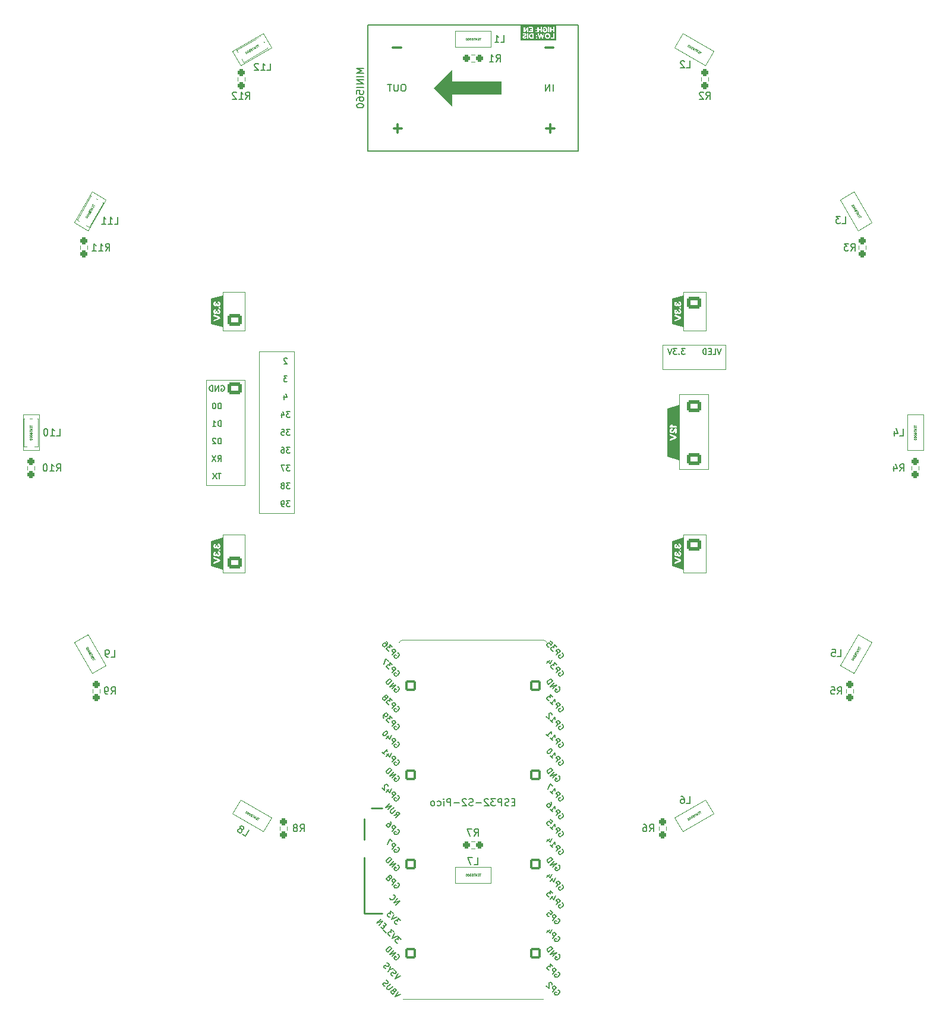
<source format=gbr>
%TF.GenerationSoftware,KiCad,Pcbnew,8.0.3*%
%TF.CreationDate,2024-06-14T01:25:08+08:00*%
%TF.ProjectId,bottom-rounded,626f7474-6f6d-42d7-926f-756e6465642e,1.2.0*%
%TF.SameCoordinates,Original*%
%TF.FileFunction,Legend,Bot*%
%TF.FilePolarity,Positive*%
%FSLAX46Y46*%
G04 Gerber Fmt 4.6, Leading zero omitted, Abs format (unit mm)*
G04 Created by KiCad (PCBNEW 8.0.3) date 2024-06-14 01:25:08*
%MOMM*%
%LPD*%
G01*
G04 APERTURE LIST*
G04 Aperture macros list*
%AMRoundRect*
0 Rectangle with rounded corners*
0 $1 Rounding radius*
0 $2 $3 $4 $5 $6 $7 $8 $9 X,Y pos of 4 corners*
0 Add a 4 corners polygon primitive as box body*
4,1,4,$2,$3,$4,$5,$6,$7,$8,$9,$2,$3,0*
0 Add four circle primitives for the rounded corners*
1,1,$1+$1,$2,$3*
1,1,$1+$1,$4,$5*
1,1,$1+$1,$6,$7*
1,1,$1+$1,$8,$9*
0 Add four rect primitives between the rounded corners*
20,1,$1+$1,$2,$3,$4,$5,0*
20,1,$1+$1,$4,$5,$6,$7,0*
20,1,$1+$1,$6,$7,$8,$9,0*
20,1,$1+$1,$8,$9,$2,$3,0*%
%AMRotRect*
0 Rectangle, with rotation*
0 The origin of the aperture is its center*
0 $1 length*
0 $2 width*
0 $3 Rotation angle, in degrees counterclockwise*
0 Add horizontal line*
21,1,$1,$2,0,0,$3*%
%AMFreePoly0*
4,1,26,0.335306,0.780194,0.389950,0.741421,0.741421,0.389950,0.788777,0.314585,0.800000,0.248529,0.800000,-0.248529,0.780194,-0.335306,0.741421,-0.389950,0.389950,-0.741421,0.314585,-0.788777,0.248529,-0.800000,0.000000,-0.800000,-0.248529,-0.800000,-0.335306,-0.780194,-0.389950,-0.741421,-0.741421,-0.389950,-0.788777,-0.314585,-0.800000,-0.248529,-0.800000,0.248529,-0.780194,0.335306,
-0.741421,0.389950,-0.389950,0.741421,-0.314585,0.788777,-0.248529,0.800000,0.248529,0.800000,0.335306,0.780194,0.335306,0.780194,$1*%
G04 Aperture macros list end*
%ADD10C,0.100000*%
%ADD11C,0.250000*%
%ADD12C,0.150000*%
%ADD13C,0.200000*%
%ADD14C,0.300000*%
%ADD15C,0.063500*%
%ADD16C,0.120000*%
%ADD17C,0.000000*%
%ADD18O,1.100000X1.800000*%
%ADD19O,1.100000X2.400000*%
%ADD20FreePoly0,180.000000*%
%ADD21C,1.600000*%
%ADD22RoundRect,0.200000X0.600000X0.600000X-0.600000X0.600000X-0.600000X-0.600000X0.600000X-0.600000X0*%
%ADD23RoundRect,0.250000X0.725000X-0.600000X0.725000X0.600000X-0.725000X0.600000X-0.725000X-0.600000X0*%
%ADD24O,1.950000X1.700000*%
%ADD25C,0.800000*%
%ADD26C,6.400000*%
%ADD27RoundRect,0.250000X0.750000X-0.600000X0.750000X0.600000X-0.750000X0.600000X-0.750000X-0.600000X0*%
%ADD28O,2.000000X1.700000*%
%ADD29R,1.700000X1.700000*%
%ADD30O,1.700000X1.700000*%
%ADD31C,1.400000*%
%ADD32O,1.400000X1.400000*%
%ADD33RoundRect,0.250000X-0.725000X0.600000X-0.725000X-0.600000X0.725000X-0.600000X0.725000X0.600000X0*%
%ADD34RoundRect,0.250000X-0.750000X0.600000X-0.750000X-0.600000X0.750000X-0.600000X0.750000X0.600000X0*%
%ADD35C,1.700000*%
%ADD36C,1.524000*%
%ADD37R,0.800000X1.100000*%
%ADD38R,1.000000X1.100000*%
%ADD39RotRect,1.100000X0.800000X210.000000*%
%ADD40RotRect,1.100000X1.000000X210.000000*%
%ADD41RotRect,1.100000X0.800000X240.000000*%
%ADD42RotRect,1.100000X1.000000X240.000000*%
%ADD43RotRect,1.100000X0.800000X300.000000*%
%ADD44RotRect,1.100000X1.000000X300.000000*%
%ADD45RoundRect,0.237500X-0.250000X-0.237500X0.250000X-0.237500X0.250000X0.237500X-0.250000X0.237500X0*%
%ADD46RoundRect,0.237500X0.237500X-0.250000X0.237500X0.250000X-0.237500X0.250000X-0.237500X-0.250000X0*%
%ADD47R,1.100000X0.800000*%
%ADD48R,1.100000X1.000000*%
%ADD49RoundRect,0.237500X-0.237500X0.250000X-0.237500X-0.250000X0.237500X-0.250000X0.237500X0.250000X0*%
%ADD50RotRect,1.100000X0.800000X330.000000*%
%ADD51RotRect,1.100000X1.000000X330.000000*%
G04 APERTURE END LIST*
D10*
X62000000Y-92500000D02*
X67500000Y-92500000D01*
X67500000Y-107500000D01*
X62000000Y-107500000D01*
X62000000Y-92500000D01*
X64330251Y-80000000D02*
X67500000Y-80000000D01*
X67500000Y-85500000D01*
X64330251Y-85500000D01*
X64330251Y-80000000D01*
X130000000Y-80000000D02*
X133169749Y-80000000D01*
X133169749Y-85500000D01*
X130000000Y-85500000D01*
X130000000Y-80000000D01*
D11*
X85500000Y-153500000D02*
X87000000Y-153500000D01*
D10*
X127000000Y-87500000D02*
X136000000Y-87500000D01*
X136000000Y-91000000D01*
X127000000Y-91000000D01*
X127000000Y-87500000D01*
X64330251Y-114500000D02*
X67500000Y-114500000D01*
X67500000Y-120000000D01*
X64330251Y-120000000D01*
X64330251Y-114500000D01*
X38000000Y-102000000D02*
X36000000Y-102000000D01*
X36000000Y-98000000D01*
X38000000Y-98000000D01*
X38000000Y-102000000D01*
D11*
X84500000Y-160500000D02*
X84500000Y-168500000D01*
D10*
X70732051Y-45306425D02*
X67267949Y-47306425D01*
X66267949Y-45574374D01*
X69732051Y-43574374D01*
X70732051Y-45306425D01*
X47306425Y-67267949D02*
X45306425Y-70732051D01*
X43574374Y-69732051D01*
X45574374Y-66267949D01*
X47306425Y-67267949D01*
X69500000Y-88500000D02*
X74500000Y-88500000D01*
X74500000Y-111500000D01*
X69500000Y-111500000D01*
X69500000Y-88500000D01*
D11*
X84500000Y-155000000D02*
X84500000Y-158000000D01*
X84500000Y-168500000D02*
X87000000Y-168500000D01*
D10*
X129335121Y-94579133D02*
X133500000Y-94579133D01*
X133500000Y-105250000D01*
X129335121Y-105250000D01*
X129335121Y-94579133D01*
X130000000Y-114500000D02*
X133169749Y-114500000D01*
X133169749Y-120000000D01*
X130000000Y-120000000D01*
X130000000Y-114500000D01*
D12*
X73488571Y-89488485D02*
X73450475Y-89450390D01*
X73450475Y-89450390D02*
X73374285Y-89412295D01*
X73374285Y-89412295D02*
X73183809Y-89412295D01*
X73183809Y-89412295D02*
X73107618Y-89450390D01*
X73107618Y-89450390D02*
X73069523Y-89488485D01*
X73069523Y-89488485D02*
X73031428Y-89564676D01*
X73031428Y-89564676D02*
X73031428Y-89640866D01*
X73031428Y-89640866D02*
X73069523Y-89755152D01*
X73069523Y-89755152D02*
X73526666Y-90212295D01*
X73526666Y-90212295D02*
X73031428Y-90212295D01*
X73907619Y-97032295D02*
X73412381Y-97032295D01*
X73412381Y-97032295D02*
X73679047Y-97337057D01*
X73679047Y-97337057D02*
X73564762Y-97337057D01*
X73564762Y-97337057D02*
X73488571Y-97375152D01*
X73488571Y-97375152D02*
X73450476Y-97413247D01*
X73450476Y-97413247D02*
X73412381Y-97489438D01*
X73412381Y-97489438D02*
X73412381Y-97679914D01*
X73412381Y-97679914D02*
X73450476Y-97756104D01*
X73450476Y-97756104D02*
X73488571Y-97794200D01*
X73488571Y-97794200D02*
X73564762Y-97832295D01*
X73564762Y-97832295D02*
X73793333Y-97832295D01*
X73793333Y-97832295D02*
X73869524Y-97794200D01*
X73869524Y-97794200D02*
X73907619Y-97756104D01*
X72726666Y-97298961D02*
X72726666Y-97832295D01*
X72917142Y-96994200D02*
X73107619Y-97565628D01*
X73107619Y-97565628D02*
X72612380Y-97565628D01*
X64090475Y-96612295D02*
X64090475Y-95812295D01*
X64090475Y-95812295D02*
X63899999Y-95812295D01*
X63899999Y-95812295D02*
X63785713Y-95850390D01*
X63785713Y-95850390D02*
X63709523Y-95926580D01*
X63709523Y-95926580D02*
X63671428Y-96002771D01*
X63671428Y-96002771D02*
X63633332Y-96155152D01*
X63633332Y-96155152D02*
X63633332Y-96269438D01*
X63633332Y-96269438D02*
X63671428Y-96421819D01*
X63671428Y-96421819D02*
X63709523Y-96498009D01*
X63709523Y-96498009D02*
X63785713Y-96574200D01*
X63785713Y-96574200D02*
X63899999Y-96612295D01*
X63899999Y-96612295D02*
X64090475Y-96612295D01*
X63138094Y-95812295D02*
X63061904Y-95812295D01*
X63061904Y-95812295D02*
X62985713Y-95850390D01*
X62985713Y-95850390D02*
X62947618Y-95888485D01*
X62947618Y-95888485D02*
X62909523Y-95964676D01*
X62909523Y-95964676D02*
X62871428Y-96117057D01*
X62871428Y-96117057D02*
X62871428Y-96307533D01*
X62871428Y-96307533D02*
X62909523Y-96459914D01*
X62909523Y-96459914D02*
X62947618Y-96536104D01*
X62947618Y-96536104D02*
X62985713Y-96574200D01*
X62985713Y-96574200D02*
X63061904Y-96612295D01*
X63061904Y-96612295D02*
X63138094Y-96612295D01*
X63138094Y-96612295D02*
X63214285Y-96574200D01*
X63214285Y-96574200D02*
X63252380Y-96536104D01*
X63252380Y-96536104D02*
X63290475Y-96459914D01*
X63290475Y-96459914D02*
X63328571Y-96307533D01*
X63328571Y-96307533D02*
X63328571Y-96117057D01*
X63328571Y-96117057D02*
X63290475Y-95964676D01*
X63290475Y-95964676D02*
X63252380Y-95888485D01*
X63252380Y-95888485D02*
X63214285Y-95850390D01*
X63214285Y-95850390D02*
X63138094Y-95812295D01*
X63633332Y-104112295D02*
X63899999Y-103731342D01*
X64090475Y-104112295D02*
X64090475Y-103312295D01*
X64090475Y-103312295D02*
X63785713Y-103312295D01*
X63785713Y-103312295D02*
X63709523Y-103350390D01*
X63709523Y-103350390D02*
X63671428Y-103388485D01*
X63671428Y-103388485D02*
X63633332Y-103464676D01*
X63633332Y-103464676D02*
X63633332Y-103578961D01*
X63633332Y-103578961D02*
X63671428Y-103655152D01*
X63671428Y-103655152D02*
X63709523Y-103693247D01*
X63709523Y-103693247D02*
X63785713Y-103731342D01*
X63785713Y-103731342D02*
X64090475Y-103731342D01*
X63366666Y-103312295D02*
X62833332Y-104112295D01*
X62833332Y-103312295D02*
X63366666Y-104112295D01*
X130180952Y-88062295D02*
X129685714Y-88062295D01*
X129685714Y-88062295D02*
X129952380Y-88367057D01*
X129952380Y-88367057D02*
X129838095Y-88367057D01*
X129838095Y-88367057D02*
X129761904Y-88405152D01*
X129761904Y-88405152D02*
X129723809Y-88443247D01*
X129723809Y-88443247D02*
X129685714Y-88519438D01*
X129685714Y-88519438D02*
X129685714Y-88709914D01*
X129685714Y-88709914D02*
X129723809Y-88786104D01*
X129723809Y-88786104D02*
X129761904Y-88824200D01*
X129761904Y-88824200D02*
X129838095Y-88862295D01*
X129838095Y-88862295D02*
X130066666Y-88862295D01*
X130066666Y-88862295D02*
X130142857Y-88824200D01*
X130142857Y-88824200D02*
X130180952Y-88786104D01*
X129342856Y-88786104D02*
X129304761Y-88824200D01*
X129304761Y-88824200D02*
X129342856Y-88862295D01*
X129342856Y-88862295D02*
X129380952Y-88824200D01*
X129380952Y-88824200D02*
X129342856Y-88786104D01*
X129342856Y-88786104D02*
X129342856Y-88862295D01*
X129038095Y-88062295D02*
X128542857Y-88062295D01*
X128542857Y-88062295D02*
X128809523Y-88367057D01*
X128809523Y-88367057D02*
X128695238Y-88367057D01*
X128695238Y-88367057D02*
X128619047Y-88405152D01*
X128619047Y-88405152D02*
X128580952Y-88443247D01*
X128580952Y-88443247D02*
X128542857Y-88519438D01*
X128542857Y-88519438D02*
X128542857Y-88709914D01*
X128542857Y-88709914D02*
X128580952Y-88786104D01*
X128580952Y-88786104D02*
X128619047Y-88824200D01*
X128619047Y-88824200D02*
X128695238Y-88862295D01*
X128695238Y-88862295D02*
X128923809Y-88862295D01*
X128923809Y-88862295D02*
X129000000Y-88824200D01*
X129000000Y-88824200D02*
X129038095Y-88786104D01*
X128314285Y-88062295D02*
X128047618Y-88862295D01*
X128047618Y-88862295D02*
X127780952Y-88062295D01*
X73526666Y-91952295D02*
X73031428Y-91952295D01*
X73031428Y-91952295D02*
X73298094Y-92257057D01*
X73298094Y-92257057D02*
X73183809Y-92257057D01*
X73183809Y-92257057D02*
X73107618Y-92295152D01*
X73107618Y-92295152D02*
X73069523Y-92333247D01*
X73069523Y-92333247D02*
X73031428Y-92409438D01*
X73031428Y-92409438D02*
X73031428Y-92599914D01*
X73031428Y-92599914D02*
X73069523Y-92676104D01*
X73069523Y-92676104D02*
X73107618Y-92714200D01*
X73107618Y-92714200D02*
X73183809Y-92752295D01*
X73183809Y-92752295D02*
X73412380Y-92752295D01*
X73412380Y-92752295D02*
X73488571Y-92714200D01*
X73488571Y-92714200D02*
X73526666Y-92676104D01*
X64090475Y-99112295D02*
X64090475Y-98312295D01*
X64090475Y-98312295D02*
X63899999Y-98312295D01*
X63899999Y-98312295D02*
X63785713Y-98350390D01*
X63785713Y-98350390D02*
X63709523Y-98426580D01*
X63709523Y-98426580D02*
X63671428Y-98502771D01*
X63671428Y-98502771D02*
X63633332Y-98655152D01*
X63633332Y-98655152D02*
X63633332Y-98769438D01*
X63633332Y-98769438D02*
X63671428Y-98921819D01*
X63671428Y-98921819D02*
X63709523Y-98998009D01*
X63709523Y-98998009D02*
X63785713Y-99074200D01*
X63785713Y-99074200D02*
X63899999Y-99112295D01*
X63899999Y-99112295D02*
X64090475Y-99112295D01*
X62871428Y-99112295D02*
X63328571Y-99112295D01*
X63099999Y-99112295D02*
X63099999Y-98312295D01*
X63099999Y-98312295D02*
X63176190Y-98426580D01*
X63176190Y-98426580D02*
X63252380Y-98502771D01*
X63252380Y-98502771D02*
X63328571Y-98540866D01*
X73907619Y-102112295D02*
X73412381Y-102112295D01*
X73412381Y-102112295D02*
X73679047Y-102417057D01*
X73679047Y-102417057D02*
X73564762Y-102417057D01*
X73564762Y-102417057D02*
X73488571Y-102455152D01*
X73488571Y-102455152D02*
X73450476Y-102493247D01*
X73450476Y-102493247D02*
X73412381Y-102569438D01*
X73412381Y-102569438D02*
X73412381Y-102759914D01*
X73412381Y-102759914D02*
X73450476Y-102836104D01*
X73450476Y-102836104D02*
X73488571Y-102874200D01*
X73488571Y-102874200D02*
X73564762Y-102912295D01*
X73564762Y-102912295D02*
X73793333Y-102912295D01*
X73793333Y-102912295D02*
X73869524Y-102874200D01*
X73869524Y-102874200D02*
X73907619Y-102836104D01*
X72726666Y-102112295D02*
X72879047Y-102112295D01*
X72879047Y-102112295D02*
X72955238Y-102150390D01*
X72955238Y-102150390D02*
X72993333Y-102188485D01*
X72993333Y-102188485D02*
X73069523Y-102302771D01*
X73069523Y-102302771D02*
X73107619Y-102455152D01*
X73107619Y-102455152D02*
X73107619Y-102759914D01*
X73107619Y-102759914D02*
X73069523Y-102836104D01*
X73069523Y-102836104D02*
X73031428Y-102874200D01*
X73031428Y-102874200D02*
X72955238Y-102912295D01*
X72955238Y-102912295D02*
X72802857Y-102912295D01*
X72802857Y-102912295D02*
X72726666Y-102874200D01*
X72726666Y-102874200D02*
X72688571Y-102836104D01*
X72688571Y-102836104D02*
X72650476Y-102759914D01*
X72650476Y-102759914D02*
X72650476Y-102569438D01*
X72650476Y-102569438D02*
X72688571Y-102493247D01*
X72688571Y-102493247D02*
X72726666Y-102455152D01*
X72726666Y-102455152D02*
X72802857Y-102417057D01*
X72802857Y-102417057D02*
X72955238Y-102417057D01*
X72955238Y-102417057D02*
X73031428Y-102455152D01*
X73031428Y-102455152D02*
X73069523Y-102493247D01*
X73069523Y-102493247D02*
X73107619Y-102569438D01*
X73907619Y-107192295D02*
X73412381Y-107192295D01*
X73412381Y-107192295D02*
X73679047Y-107497057D01*
X73679047Y-107497057D02*
X73564762Y-107497057D01*
X73564762Y-107497057D02*
X73488571Y-107535152D01*
X73488571Y-107535152D02*
X73450476Y-107573247D01*
X73450476Y-107573247D02*
X73412381Y-107649438D01*
X73412381Y-107649438D02*
X73412381Y-107839914D01*
X73412381Y-107839914D02*
X73450476Y-107916104D01*
X73450476Y-107916104D02*
X73488571Y-107954200D01*
X73488571Y-107954200D02*
X73564762Y-107992295D01*
X73564762Y-107992295D02*
X73793333Y-107992295D01*
X73793333Y-107992295D02*
X73869524Y-107954200D01*
X73869524Y-107954200D02*
X73907619Y-107916104D01*
X72955238Y-107535152D02*
X73031428Y-107497057D01*
X73031428Y-107497057D02*
X73069523Y-107458961D01*
X73069523Y-107458961D02*
X73107619Y-107382771D01*
X73107619Y-107382771D02*
X73107619Y-107344676D01*
X73107619Y-107344676D02*
X73069523Y-107268485D01*
X73069523Y-107268485D02*
X73031428Y-107230390D01*
X73031428Y-107230390D02*
X72955238Y-107192295D01*
X72955238Y-107192295D02*
X72802857Y-107192295D01*
X72802857Y-107192295D02*
X72726666Y-107230390D01*
X72726666Y-107230390D02*
X72688571Y-107268485D01*
X72688571Y-107268485D02*
X72650476Y-107344676D01*
X72650476Y-107344676D02*
X72650476Y-107382771D01*
X72650476Y-107382771D02*
X72688571Y-107458961D01*
X72688571Y-107458961D02*
X72726666Y-107497057D01*
X72726666Y-107497057D02*
X72802857Y-107535152D01*
X72802857Y-107535152D02*
X72955238Y-107535152D01*
X72955238Y-107535152D02*
X73031428Y-107573247D01*
X73031428Y-107573247D02*
X73069523Y-107611342D01*
X73069523Y-107611342D02*
X73107619Y-107687533D01*
X73107619Y-107687533D02*
X73107619Y-107839914D01*
X73107619Y-107839914D02*
X73069523Y-107916104D01*
X73069523Y-107916104D02*
X73031428Y-107954200D01*
X73031428Y-107954200D02*
X72955238Y-107992295D01*
X72955238Y-107992295D02*
X72802857Y-107992295D01*
X72802857Y-107992295D02*
X72726666Y-107954200D01*
X72726666Y-107954200D02*
X72688571Y-107916104D01*
X72688571Y-107916104D02*
X72650476Y-107839914D01*
X72650476Y-107839914D02*
X72650476Y-107687533D01*
X72650476Y-107687533D02*
X72688571Y-107611342D01*
X72688571Y-107611342D02*
X72726666Y-107573247D01*
X72726666Y-107573247D02*
X72802857Y-107535152D01*
X73907619Y-104652295D02*
X73412381Y-104652295D01*
X73412381Y-104652295D02*
X73679047Y-104957057D01*
X73679047Y-104957057D02*
X73564762Y-104957057D01*
X73564762Y-104957057D02*
X73488571Y-104995152D01*
X73488571Y-104995152D02*
X73450476Y-105033247D01*
X73450476Y-105033247D02*
X73412381Y-105109438D01*
X73412381Y-105109438D02*
X73412381Y-105299914D01*
X73412381Y-105299914D02*
X73450476Y-105376104D01*
X73450476Y-105376104D02*
X73488571Y-105414200D01*
X73488571Y-105414200D02*
X73564762Y-105452295D01*
X73564762Y-105452295D02*
X73793333Y-105452295D01*
X73793333Y-105452295D02*
X73869524Y-105414200D01*
X73869524Y-105414200D02*
X73907619Y-105376104D01*
X73145714Y-104652295D02*
X72612380Y-104652295D01*
X72612380Y-104652295D02*
X72955238Y-105452295D01*
X64090475Y-101612295D02*
X64090475Y-100812295D01*
X64090475Y-100812295D02*
X63899999Y-100812295D01*
X63899999Y-100812295D02*
X63785713Y-100850390D01*
X63785713Y-100850390D02*
X63709523Y-100926580D01*
X63709523Y-100926580D02*
X63671428Y-101002771D01*
X63671428Y-101002771D02*
X63633332Y-101155152D01*
X63633332Y-101155152D02*
X63633332Y-101269438D01*
X63633332Y-101269438D02*
X63671428Y-101421819D01*
X63671428Y-101421819D02*
X63709523Y-101498009D01*
X63709523Y-101498009D02*
X63785713Y-101574200D01*
X63785713Y-101574200D02*
X63899999Y-101612295D01*
X63899999Y-101612295D02*
X64090475Y-101612295D01*
X63328571Y-100888485D02*
X63290475Y-100850390D01*
X63290475Y-100850390D02*
X63214285Y-100812295D01*
X63214285Y-100812295D02*
X63023809Y-100812295D01*
X63023809Y-100812295D02*
X62947618Y-100850390D01*
X62947618Y-100850390D02*
X62909523Y-100888485D01*
X62909523Y-100888485D02*
X62871428Y-100964676D01*
X62871428Y-100964676D02*
X62871428Y-101040866D01*
X62871428Y-101040866D02*
X62909523Y-101155152D01*
X62909523Y-101155152D02*
X63366666Y-101612295D01*
X63366666Y-101612295D02*
X62871428Y-101612295D01*
X64109523Y-93350390D02*
X64185713Y-93312295D01*
X64185713Y-93312295D02*
X64299999Y-93312295D01*
X64299999Y-93312295D02*
X64414285Y-93350390D01*
X64414285Y-93350390D02*
X64490475Y-93426580D01*
X64490475Y-93426580D02*
X64528570Y-93502771D01*
X64528570Y-93502771D02*
X64566666Y-93655152D01*
X64566666Y-93655152D02*
X64566666Y-93769438D01*
X64566666Y-93769438D02*
X64528570Y-93921819D01*
X64528570Y-93921819D02*
X64490475Y-93998009D01*
X64490475Y-93998009D02*
X64414285Y-94074200D01*
X64414285Y-94074200D02*
X64299999Y-94112295D01*
X64299999Y-94112295D02*
X64223808Y-94112295D01*
X64223808Y-94112295D02*
X64109523Y-94074200D01*
X64109523Y-94074200D02*
X64071427Y-94036104D01*
X64071427Y-94036104D02*
X64071427Y-93769438D01*
X64071427Y-93769438D02*
X64223808Y-93769438D01*
X63728570Y-94112295D02*
X63728570Y-93312295D01*
X63728570Y-93312295D02*
X63271427Y-94112295D01*
X63271427Y-94112295D02*
X63271427Y-93312295D01*
X62890475Y-94112295D02*
X62890475Y-93312295D01*
X62890475Y-93312295D02*
X62699999Y-93312295D01*
X62699999Y-93312295D02*
X62585713Y-93350390D01*
X62585713Y-93350390D02*
X62509523Y-93426580D01*
X62509523Y-93426580D02*
X62471428Y-93502771D01*
X62471428Y-93502771D02*
X62433332Y-93655152D01*
X62433332Y-93655152D02*
X62433332Y-93769438D01*
X62433332Y-93769438D02*
X62471428Y-93921819D01*
X62471428Y-93921819D02*
X62509523Y-93998009D01*
X62509523Y-93998009D02*
X62585713Y-94074200D01*
X62585713Y-94074200D02*
X62699999Y-94112295D01*
X62699999Y-94112295D02*
X62890475Y-94112295D01*
X64109523Y-105812295D02*
X63652380Y-105812295D01*
X63880952Y-106612295D02*
X63880952Y-105812295D01*
X63461904Y-105812295D02*
X62928570Y-106612295D01*
X62928570Y-105812295D02*
X63461904Y-106612295D01*
X73907619Y-109732295D02*
X73412381Y-109732295D01*
X73412381Y-109732295D02*
X73679047Y-110037057D01*
X73679047Y-110037057D02*
X73564762Y-110037057D01*
X73564762Y-110037057D02*
X73488571Y-110075152D01*
X73488571Y-110075152D02*
X73450476Y-110113247D01*
X73450476Y-110113247D02*
X73412381Y-110189438D01*
X73412381Y-110189438D02*
X73412381Y-110379914D01*
X73412381Y-110379914D02*
X73450476Y-110456104D01*
X73450476Y-110456104D02*
X73488571Y-110494200D01*
X73488571Y-110494200D02*
X73564762Y-110532295D01*
X73564762Y-110532295D02*
X73793333Y-110532295D01*
X73793333Y-110532295D02*
X73869524Y-110494200D01*
X73869524Y-110494200D02*
X73907619Y-110456104D01*
X73031428Y-110532295D02*
X72879047Y-110532295D01*
X72879047Y-110532295D02*
X72802857Y-110494200D01*
X72802857Y-110494200D02*
X72764761Y-110456104D01*
X72764761Y-110456104D02*
X72688571Y-110341819D01*
X72688571Y-110341819D02*
X72650476Y-110189438D01*
X72650476Y-110189438D02*
X72650476Y-109884676D01*
X72650476Y-109884676D02*
X72688571Y-109808485D01*
X72688571Y-109808485D02*
X72726666Y-109770390D01*
X72726666Y-109770390D02*
X72802857Y-109732295D01*
X72802857Y-109732295D02*
X72955238Y-109732295D01*
X72955238Y-109732295D02*
X73031428Y-109770390D01*
X73031428Y-109770390D02*
X73069523Y-109808485D01*
X73069523Y-109808485D02*
X73107619Y-109884676D01*
X73107619Y-109884676D02*
X73107619Y-110075152D01*
X73107619Y-110075152D02*
X73069523Y-110151342D01*
X73069523Y-110151342D02*
X73031428Y-110189438D01*
X73031428Y-110189438D02*
X72955238Y-110227533D01*
X72955238Y-110227533D02*
X72802857Y-110227533D01*
X72802857Y-110227533D02*
X72726666Y-110189438D01*
X72726666Y-110189438D02*
X72688571Y-110151342D01*
X72688571Y-110151342D02*
X72650476Y-110075152D01*
X73907619Y-99572295D02*
X73412381Y-99572295D01*
X73412381Y-99572295D02*
X73679047Y-99877057D01*
X73679047Y-99877057D02*
X73564762Y-99877057D01*
X73564762Y-99877057D02*
X73488571Y-99915152D01*
X73488571Y-99915152D02*
X73450476Y-99953247D01*
X73450476Y-99953247D02*
X73412381Y-100029438D01*
X73412381Y-100029438D02*
X73412381Y-100219914D01*
X73412381Y-100219914D02*
X73450476Y-100296104D01*
X73450476Y-100296104D02*
X73488571Y-100334200D01*
X73488571Y-100334200D02*
X73564762Y-100372295D01*
X73564762Y-100372295D02*
X73793333Y-100372295D01*
X73793333Y-100372295D02*
X73869524Y-100334200D01*
X73869524Y-100334200D02*
X73907619Y-100296104D01*
X72688571Y-99572295D02*
X73069523Y-99572295D01*
X73069523Y-99572295D02*
X73107619Y-99953247D01*
X73107619Y-99953247D02*
X73069523Y-99915152D01*
X73069523Y-99915152D02*
X72993333Y-99877057D01*
X72993333Y-99877057D02*
X72802857Y-99877057D01*
X72802857Y-99877057D02*
X72726666Y-99915152D01*
X72726666Y-99915152D02*
X72688571Y-99953247D01*
X72688571Y-99953247D02*
X72650476Y-100029438D01*
X72650476Y-100029438D02*
X72650476Y-100219914D01*
X72650476Y-100219914D02*
X72688571Y-100296104D01*
X72688571Y-100296104D02*
X72726666Y-100334200D01*
X72726666Y-100334200D02*
X72802857Y-100372295D01*
X72802857Y-100372295D02*
X72993333Y-100372295D01*
X72993333Y-100372295D02*
X73069523Y-100334200D01*
X73069523Y-100334200D02*
X73107619Y-100296104D01*
X135352380Y-88062295D02*
X135085713Y-88862295D01*
X135085713Y-88862295D02*
X134819047Y-88062295D01*
X134171428Y-88862295D02*
X134552380Y-88862295D01*
X134552380Y-88862295D02*
X134552380Y-88062295D01*
X133904761Y-88443247D02*
X133638095Y-88443247D01*
X133523809Y-88862295D02*
X133904761Y-88862295D01*
X133904761Y-88862295D02*
X133904761Y-88062295D01*
X133904761Y-88062295D02*
X133523809Y-88062295D01*
X133180951Y-88862295D02*
X133180951Y-88062295D01*
X133180951Y-88062295D02*
X132990475Y-88062295D01*
X132990475Y-88062295D02*
X132876189Y-88100390D01*
X132876189Y-88100390D02*
X132799999Y-88176580D01*
X132799999Y-88176580D02*
X132761904Y-88252771D01*
X132761904Y-88252771D02*
X132723808Y-88405152D01*
X132723808Y-88405152D02*
X132723808Y-88519438D01*
X132723808Y-88519438D02*
X132761904Y-88671819D01*
X132761904Y-88671819D02*
X132799999Y-88748009D01*
X132799999Y-88748009D02*
X132876189Y-88824200D01*
X132876189Y-88824200D02*
X132990475Y-88862295D01*
X132990475Y-88862295D02*
X133180951Y-88862295D01*
X73107618Y-94758961D02*
X73107618Y-95292295D01*
X73298094Y-94454200D02*
X73488571Y-95025628D01*
X73488571Y-95025628D02*
X72993332Y-95025628D01*
X112170501Y-148928431D02*
X112251313Y-148955368D01*
X112251313Y-148955368D02*
X112332125Y-149036180D01*
X112332125Y-149036180D02*
X112386000Y-149143930D01*
X112386000Y-149143930D02*
X112386000Y-149251680D01*
X112386000Y-149251680D02*
X112359063Y-149332492D01*
X112359063Y-149332492D02*
X112278251Y-149467179D01*
X112278251Y-149467179D02*
X112197438Y-149547991D01*
X112197438Y-149547991D02*
X112062751Y-149628803D01*
X112062751Y-149628803D02*
X111981939Y-149655741D01*
X111981939Y-149655741D02*
X111874190Y-149655741D01*
X111874190Y-149655741D02*
X111766440Y-149601866D01*
X111766440Y-149601866D02*
X111712565Y-149547991D01*
X111712565Y-149547991D02*
X111658690Y-149440241D01*
X111658690Y-149440241D02*
X111658690Y-149386367D01*
X111658690Y-149386367D02*
X111847252Y-149197805D01*
X111847252Y-149197805D02*
X111955002Y-149305554D01*
X111362379Y-149197805D02*
X111928064Y-148632119D01*
X111928064Y-148632119D02*
X111039130Y-148874556D01*
X111039130Y-148874556D02*
X111604816Y-148308871D01*
X110769756Y-148605182D02*
X111335442Y-148039497D01*
X111335442Y-148039497D02*
X111200755Y-147904810D01*
X111200755Y-147904810D02*
X111093005Y-147850935D01*
X111093005Y-147850935D02*
X110985256Y-147850935D01*
X110985256Y-147850935D02*
X110904443Y-147877872D01*
X110904443Y-147877872D02*
X110769756Y-147958685D01*
X110769756Y-147958685D02*
X110688944Y-148039497D01*
X110688944Y-148039497D02*
X110608132Y-148174184D01*
X110608132Y-148174184D02*
X110581195Y-148254996D01*
X110581195Y-148254996D02*
X110581195Y-148362746D01*
X110581195Y-148362746D02*
X110635069Y-148470495D01*
X110635069Y-148470495D02*
X110769756Y-148605182D01*
X105952380Y-152621009D02*
X105619047Y-152621009D01*
X105476190Y-153144819D02*
X105952380Y-153144819D01*
X105952380Y-153144819D02*
X105952380Y-152144819D01*
X105952380Y-152144819D02*
X105476190Y-152144819D01*
X105095237Y-153097200D02*
X104952380Y-153144819D01*
X104952380Y-153144819D02*
X104714285Y-153144819D01*
X104714285Y-153144819D02*
X104619047Y-153097200D01*
X104619047Y-153097200D02*
X104571428Y-153049580D01*
X104571428Y-153049580D02*
X104523809Y-152954342D01*
X104523809Y-152954342D02*
X104523809Y-152859104D01*
X104523809Y-152859104D02*
X104571428Y-152763866D01*
X104571428Y-152763866D02*
X104619047Y-152716247D01*
X104619047Y-152716247D02*
X104714285Y-152668628D01*
X104714285Y-152668628D02*
X104904761Y-152621009D01*
X104904761Y-152621009D02*
X104999999Y-152573390D01*
X104999999Y-152573390D02*
X105047618Y-152525771D01*
X105047618Y-152525771D02*
X105095237Y-152430533D01*
X105095237Y-152430533D02*
X105095237Y-152335295D01*
X105095237Y-152335295D02*
X105047618Y-152240057D01*
X105047618Y-152240057D02*
X104999999Y-152192438D01*
X104999999Y-152192438D02*
X104904761Y-152144819D01*
X104904761Y-152144819D02*
X104666666Y-152144819D01*
X104666666Y-152144819D02*
X104523809Y-152192438D01*
X104095237Y-153144819D02*
X104095237Y-152144819D01*
X104095237Y-152144819D02*
X103714285Y-152144819D01*
X103714285Y-152144819D02*
X103619047Y-152192438D01*
X103619047Y-152192438D02*
X103571428Y-152240057D01*
X103571428Y-152240057D02*
X103523809Y-152335295D01*
X103523809Y-152335295D02*
X103523809Y-152478152D01*
X103523809Y-152478152D02*
X103571428Y-152573390D01*
X103571428Y-152573390D02*
X103619047Y-152621009D01*
X103619047Y-152621009D02*
X103714285Y-152668628D01*
X103714285Y-152668628D02*
X104095237Y-152668628D01*
X103190475Y-152144819D02*
X102571428Y-152144819D01*
X102571428Y-152144819D02*
X102904761Y-152525771D01*
X102904761Y-152525771D02*
X102761904Y-152525771D01*
X102761904Y-152525771D02*
X102666666Y-152573390D01*
X102666666Y-152573390D02*
X102619047Y-152621009D01*
X102619047Y-152621009D02*
X102571428Y-152716247D01*
X102571428Y-152716247D02*
X102571428Y-152954342D01*
X102571428Y-152954342D02*
X102619047Y-153049580D01*
X102619047Y-153049580D02*
X102666666Y-153097200D01*
X102666666Y-153097200D02*
X102761904Y-153144819D01*
X102761904Y-153144819D02*
X103047618Y-153144819D01*
X103047618Y-153144819D02*
X103142856Y-153097200D01*
X103142856Y-153097200D02*
X103190475Y-153049580D01*
X102190475Y-152240057D02*
X102142856Y-152192438D01*
X102142856Y-152192438D02*
X102047618Y-152144819D01*
X102047618Y-152144819D02*
X101809523Y-152144819D01*
X101809523Y-152144819D02*
X101714285Y-152192438D01*
X101714285Y-152192438D02*
X101666666Y-152240057D01*
X101666666Y-152240057D02*
X101619047Y-152335295D01*
X101619047Y-152335295D02*
X101619047Y-152430533D01*
X101619047Y-152430533D02*
X101666666Y-152573390D01*
X101666666Y-152573390D02*
X102238094Y-153144819D01*
X102238094Y-153144819D02*
X101619047Y-153144819D01*
X101190475Y-152763866D02*
X100428571Y-152763866D01*
X99999999Y-153097200D02*
X99857142Y-153144819D01*
X99857142Y-153144819D02*
X99619047Y-153144819D01*
X99619047Y-153144819D02*
X99523809Y-153097200D01*
X99523809Y-153097200D02*
X99476190Y-153049580D01*
X99476190Y-153049580D02*
X99428571Y-152954342D01*
X99428571Y-152954342D02*
X99428571Y-152859104D01*
X99428571Y-152859104D02*
X99476190Y-152763866D01*
X99476190Y-152763866D02*
X99523809Y-152716247D01*
X99523809Y-152716247D02*
X99619047Y-152668628D01*
X99619047Y-152668628D02*
X99809523Y-152621009D01*
X99809523Y-152621009D02*
X99904761Y-152573390D01*
X99904761Y-152573390D02*
X99952380Y-152525771D01*
X99952380Y-152525771D02*
X99999999Y-152430533D01*
X99999999Y-152430533D02*
X99999999Y-152335295D01*
X99999999Y-152335295D02*
X99952380Y-152240057D01*
X99952380Y-152240057D02*
X99904761Y-152192438D01*
X99904761Y-152192438D02*
X99809523Y-152144819D01*
X99809523Y-152144819D02*
X99571428Y-152144819D01*
X99571428Y-152144819D02*
X99428571Y-152192438D01*
X99047618Y-152240057D02*
X98999999Y-152192438D01*
X98999999Y-152192438D02*
X98904761Y-152144819D01*
X98904761Y-152144819D02*
X98666666Y-152144819D01*
X98666666Y-152144819D02*
X98571428Y-152192438D01*
X98571428Y-152192438D02*
X98523809Y-152240057D01*
X98523809Y-152240057D02*
X98476190Y-152335295D01*
X98476190Y-152335295D02*
X98476190Y-152430533D01*
X98476190Y-152430533D02*
X98523809Y-152573390D01*
X98523809Y-152573390D02*
X99095237Y-153144819D01*
X99095237Y-153144819D02*
X98476190Y-153144819D01*
X98047618Y-152763866D02*
X97285714Y-152763866D01*
X96809523Y-153144819D02*
X96809523Y-152144819D01*
X96809523Y-152144819D02*
X96428571Y-152144819D01*
X96428571Y-152144819D02*
X96333333Y-152192438D01*
X96333333Y-152192438D02*
X96285714Y-152240057D01*
X96285714Y-152240057D02*
X96238095Y-152335295D01*
X96238095Y-152335295D02*
X96238095Y-152478152D01*
X96238095Y-152478152D02*
X96285714Y-152573390D01*
X96285714Y-152573390D02*
X96333333Y-152621009D01*
X96333333Y-152621009D02*
X96428571Y-152668628D01*
X96428571Y-152668628D02*
X96809523Y-152668628D01*
X95809523Y-153144819D02*
X95809523Y-152478152D01*
X95809523Y-152144819D02*
X95857142Y-152192438D01*
X95857142Y-152192438D02*
X95809523Y-152240057D01*
X95809523Y-152240057D02*
X95761904Y-152192438D01*
X95761904Y-152192438D02*
X95809523Y-152144819D01*
X95809523Y-152144819D02*
X95809523Y-152240057D01*
X94904762Y-153097200D02*
X95000000Y-153144819D01*
X95000000Y-153144819D02*
X95190476Y-153144819D01*
X95190476Y-153144819D02*
X95285714Y-153097200D01*
X95285714Y-153097200D02*
X95333333Y-153049580D01*
X95333333Y-153049580D02*
X95380952Y-152954342D01*
X95380952Y-152954342D02*
X95380952Y-152668628D01*
X95380952Y-152668628D02*
X95333333Y-152573390D01*
X95333333Y-152573390D02*
X95285714Y-152525771D01*
X95285714Y-152525771D02*
X95190476Y-152478152D01*
X95190476Y-152478152D02*
X95000000Y-152478152D01*
X95000000Y-152478152D02*
X94904762Y-152525771D01*
X94333333Y-153144819D02*
X94428571Y-153097200D01*
X94428571Y-153097200D02*
X94476190Y-153049580D01*
X94476190Y-153049580D02*
X94523809Y-152954342D01*
X94523809Y-152954342D02*
X94523809Y-152668628D01*
X94523809Y-152668628D02*
X94476190Y-152573390D01*
X94476190Y-152573390D02*
X94428571Y-152525771D01*
X94428571Y-152525771D02*
X94333333Y-152478152D01*
X94333333Y-152478152D02*
X94190476Y-152478152D01*
X94190476Y-152478152D02*
X94095238Y-152525771D01*
X94095238Y-152525771D02*
X94047619Y-152573390D01*
X94047619Y-152573390D02*
X94000000Y-152668628D01*
X94000000Y-152668628D02*
X94000000Y-152954342D01*
X94000000Y-152954342D02*
X94047619Y-153049580D01*
X94047619Y-153049580D02*
X94095238Y-153097200D01*
X94095238Y-153097200D02*
X94190476Y-153144819D01*
X94190476Y-153144819D02*
X94333333Y-153144819D01*
X89256626Y-174328431D02*
X89337438Y-174355368D01*
X89337438Y-174355368D02*
X89418250Y-174436180D01*
X89418250Y-174436180D02*
X89472125Y-174543930D01*
X89472125Y-174543930D02*
X89472125Y-174651680D01*
X89472125Y-174651680D02*
X89445188Y-174732492D01*
X89445188Y-174732492D02*
X89364376Y-174867179D01*
X89364376Y-174867179D02*
X89283563Y-174947991D01*
X89283563Y-174947991D02*
X89148876Y-175028803D01*
X89148876Y-175028803D02*
X89068064Y-175055741D01*
X89068064Y-175055741D02*
X88960315Y-175055741D01*
X88960315Y-175055741D02*
X88852565Y-175001866D01*
X88852565Y-175001866D02*
X88798690Y-174947991D01*
X88798690Y-174947991D02*
X88744815Y-174840241D01*
X88744815Y-174840241D02*
X88744815Y-174786367D01*
X88744815Y-174786367D02*
X88933377Y-174597805D01*
X88933377Y-174597805D02*
X89041127Y-174705554D01*
X88448504Y-174597805D02*
X89014189Y-174032119D01*
X89014189Y-174032119D02*
X88125255Y-174274556D01*
X88125255Y-174274556D02*
X88690941Y-173708871D01*
X87855881Y-174005182D02*
X88421567Y-173439497D01*
X88421567Y-173439497D02*
X88286880Y-173304810D01*
X88286880Y-173304810D02*
X88179130Y-173250935D01*
X88179130Y-173250935D02*
X88071381Y-173250935D01*
X88071381Y-173250935D02*
X87990568Y-173277872D01*
X87990568Y-173277872D02*
X87855881Y-173358685D01*
X87855881Y-173358685D02*
X87775069Y-173439497D01*
X87775069Y-173439497D02*
X87694257Y-173574184D01*
X87694257Y-173574184D02*
X87667320Y-173654996D01*
X87667320Y-173654996D02*
X87667320Y-173762746D01*
X87667320Y-173762746D02*
X87721194Y-173870495D01*
X87721194Y-173870495D02*
X87855881Y-174005182D01*
X112655375Y-131390868D02*
X112736188Y-131417805D01*
X112736188Y-131417805D02*
X112817000Y-131498618D01*
X112817000Y-131498618D02*
X112870875Y-131606367D01*
X112870875Y-131606367D02*
X112870875Y-131714117D01*
X112870875Y-131714117D02*
X112843937Y-131794929D01*
X112843937Y-131794929D02*
X112763125Y-131929616D01*
X112763125Y-131929616D02*
X112682313Y-132010428D01*
X112682313Y-132010428D02*
X112547626Y-132091241D01*
X112547626Y-132091241D02*
X112466813Y-132118178D01*
X112466813Y-132118178D02*
X112359064Y-132118178D01*
X112359064Y-132118178D02*
X112251314Y-132064303D01*
X112251314Y-132064303D02*
X112197439Y-132010428D01*
X112197439Y-132010428D02*
X112143565Y-131902679D01*
X112143565Y-131902679D02*
X112143565Y-131848804D01*
X112143565Y-131848804D02*
X112332126Y-131660242D01*
X112332126Y-131660242D02*
X112439876Y-131767992D01*
X111847253Y-131660242D02*
X112412939Y-131094557D01*
X112412939Y-131094557D02*
X112197439Y-130879057D01*
X112197439Y-130879057D02*
X112116627Y-130852120D01*
X112116627Y-130852120D02*
X112062752Y-130852120D01*
X112062752Y-130852120D02*
X111981940Y-130879057D01*
X111981940Y-130879057D02*
X111901128Y-130959870D01*
X111901128Y-130959870D02*
X111874191Y-131040682D01*
X111874191Y-131040682D02*
X111874191Y-131094557D01*
X111874191Y-131094557D02*
X111901128Y-131175369D01*
X111901128Y-131175369D02*
X112116627Y-131390868D01*
X111901128Y-130582746D02*
X111550942Y-130232560D01*
X111550942Y-130232560D02*
X111524004Y-130636621D01*
X111524004Y-130636621D02*
X111443192Y-130555809D01*
X111443192Y-130555809D02*
X111362380Y-130528871D01*
X111362380Y-130528871D02*
X111308505Y-130528871D01*
X111308505Y-130528871D02*
X111227693Y-130555809D01*
X111227693Y-130555809D02*
X111093006Y-130690496D01*
X111093006Y-130690496D02*
X111066069Y-130771308D01*
X111066069Y-130771308D02*
X111066069Y-130825183D01*
X111066069Y-130825183D02*
X111093006Y-130905995D01*
X111093006Y-130905995D02*
X111254630Y-131067619D01*
X111254630Y-131067619D02*
X111335443Y-131094557D01*
X111335443Y-131094557D02*
X111389317Y-131094557D01*
X111039131Y-129720749D02*
X111308505Y-129990123D01*
X111308505Y-129990123D02*
X111066068Y-130286434D01*
X111066068Y-130286434D02*
X111066068Y-130232560D01*
X111066068Y-130232560D02*
X111039131Y-130151747D01*
X111039131Y-130151747D02*
X110904444Y-130017060D01*
X110904444Y-130017060D02*
X110823632Y-129990123D01*
X110823632Y-129990123D02*
X110769757Y-129990123D01*
X110769757Y-129990123D02*
X110688945Y-130017060D01*
X110688945Y-130017060D02*
X110554258Y-130151747D01*
X110554258Y-130151747D02*
X110527320Y-130232560D01*
X110527320Y-130232560D02*
X110527320Y-130286434D01*
X110527320Y-130286434D02*
X110554258Y-130367247D01*
X110554258Y-130367247D02*
X110688945Y-130501934D01*
X110688945Y-130501934D02*
X110769757Y-130528871D01*
X110769757Y-130528871D02*
X110823632Y-130528871D01*
X112655375Y-133930868D02*
X112736188Y-133957805D01*
X112736188Y-133957805D02*
X112817000Y-134038618D01*
X112817000Y-134038618D02*
X112870875Y-134146367D01*
X112870875Y-134146367D02*
X112870875Y-134254117D01*
X112870875Y-134254117D02*
X112843937Y-134334929D01*
X112843937Y-134334929D02*
X112763125Y-134469616D01*
X112763125Y-134469616D02*
X112682313Y-134550428D01*
X112682313Y-134550428D02*
X112547626Y-134631241D01*
X112547626Y-134631241D02*
X112466813Y-134658178D01*
X112466813Y-134658178D02*
X112359064Y-134658178D01*
X112359064Y-134658178D02*
X112251314Y-134604303D01*
X112251314Y-134604303D02*
X112197439Y-134550428D01*
X112197439Y-134550428D02*
X112143565Y-134442679D01*
X112143565Y-134442679D02*
X112143565Y-134388804D01*
X112143565Y-134388804D02*
X112332126Y-134200242D01*
X112332126Y-134200242D02*
X112439876Y-134307992D01*
X111847253Y-134200242D02*
X112412939Y-133634557D01*
X112412939Y-133634557D02*
X112197439Y-133419057D01*
X112197439Y-133419057D02*
X112116627Y-133392120D01*
X112116627Y-133392120D02*
X112062752Y-133392120D01*
X112062752Y-133392120D02*
X111981940Y-133419057D01*
X111981940Y-133419057D02*
X111901128Y-133499870D01*
X111901128Y-133499870D02*
X111874191Y-133580682D01*
X111874191Y-133580682D02*
X111874191Y-133634557D01*
X111874191Y-133634557D02*
X111901128Y-133715369D01*
X111901128Y-133715369D02*
X112116627Y-133930868D01*
X111901128Y-133122746D02*
X111550942Y-132772560D01*
X111550942Y-132772560D02*
X111524004Y-133176621D01*
X111524004Y-133176621D02*
X111443192Y-133095809D01*
X111443192Y-133095809D02*
X111362380Y-133068871D01*
X111362380Y-133068871D02*
X111308505Y-133068871D01*
X111308505Y-133068871D02*
X111227693Y-133095809D01*
X111227693Y-133095809D02*
X111093006Y-133230496D01*
X111093006Y-133230496D02*
X111066069Y-133311308D01*
X111066069Y-133311308D02*
X111066069Y-133365183D01*
X111066069Y-133365183D02*
X111093006Y-133445995D01*
X111093006Y-133445995D02*
X111254630Y-133607619D01*
X111254630Y-133607619D02*
X111335443Y-133634557D01*
X111335443Y-133634557D02*
X111389317Y-133634557D01*
X110877507Y-132476248D02*
X110500383Y-132853372D01*
X111227693Y-132395436D02*
X110958319Y-132934184D01*
X110958319Y-132934184D02*
X110608133Y-132583998D01*
X112116627Y-176841494D02*
X112197439Y-176868431D01*
X112197439Y-176868431D02*
X112278251Y-176949243D01*
X112278251Y-176949243D02*
X112332126Y-177056993D01*
X112332126Y-177056993D02*
X112332126Y-177164742D01*
X112332126Y-177164742D02*
X112305189Y-177245555D01*
X112305189Y-177245555D02*
X112224376Y-177380242D01*
X112224376Y-177380242D02*
X112143564Y-177461054D01*
X112143564Y-177461054D02*
X112008877Y-177541866D01*
X112008877Y-177541866D02*
X111928065Y-177568803D01*
X111928065Y-177568803D02*
X111820315Y-177568803D01*
X111820315Y-177568803D02*
X111712566Y-177514929D01*
X111712566Y-177514929D02*
X111658691Y-177461054D01*
X111658691Y-177461054D02*
X111604816Y-177353304D01*
X111604816Y-177353304D02*
X111604816Y-177299429D01*
X111604816Y-177299429D02*
X111793378Y-177110868D01*
X111793378Y-177110868D02*
X111901128Y-177218617D01*
X111308505Y-177110868D02*
X111874190Y-176545182D01*
X111874190Y-176545182D02*
X111658691Y-176329683D01*
X111658691Y-176329683D02*
X111577879Y-176302746D01*
X111577879Y-176302746D02*
X111524004Y-176302746D01*
X111524004Y-176302746D02*
X111443192Y-176329683D01*
X111443192Y-176329683D02*
X111362380Y-176410495D01*
X111362380Y-176410495D02*
X111335442Y-176491307D01*
X111335442Y-176491307D02*
X111335442Y-176545182D01*
X111335442Y-176545182D02*
X111362380Y-176625994D01*
X111362380Y-176625994D02*
X111577879Y-176841494D01*
X111362380Y-176033372D02*
X111012193Y-175683185D01*
X111012193Y-175683185D02*
X110985256Y-176087246D01*
X110985256Y-176087246D02*
X110904444Y-176006434D01*
X110904444Y-176006434D02*
X110823632Y-175979497D01*
X110823632Y-175979497D02*
X110769757Y-175979497D01*
X110769757Y-175979497D02*
X110688945Y-176006434D01*
X110688945Y-176006434D02*
X110554258Y-176141121D01*
X110554258Y-176141121D02*
X110527320Y-176221933D01*
X110527320Y-176221933D02*
X110527320Y-176275808D01*
X110527320Y-176275808D02*
X110554258Y-176356620D01*
X110554258Y-176356620D02*
X110715882Y-176518245D01*
X110715882Y-176518245D02*
X110796694Y-176545182D01*
X110796694Y-176545182D02*
X110850569Y-176545182D01*
X112170501Y-174328431D02*
X112251313Y-174355368D01*
X112251313Y-174355368D02*
X112332125Y-174436180D01*
X112332125Y-174436180D02*
X112386000Y-174543930D01*
X112386000Y-174543930D02*
X112386000Y-174651680D01*
X112386000Y-174651680D02*
X112359063Y-174732492D01*
X112359063Y-174732492D02*
X112278251Y-174867179D01*
X112278251Y-174867179D02*
X112197438Y-174947991D01*
X112197438Y-174947991D02*
X112062751Y-175028803D01*
X112062751Y-175028803D02*
X111981939Y-175055741D01*
X111981939Y-175055741D02*
X111874190Y-175055741D01*
X111874190Y-175055741D02*
X111766440Y-175001866D01*
X111766440Y-175001866D02*
X111712565Y-174947991D01*
X111712565Y-174947991D02*
X111658690Y-174840241D01*
X111658690Y-174840241D02*
X111658690Y-174786367D01*
X111658690Y-174786367D02*
X111847252Y-174597805D01*
X111847252Y-174597805D02*
X111955002Y-174705554D01*
X111362379Y-174597805D02*
X111928064Y-174032119D01*
X111928064Y-174032119D02*
X111039130Y-174274556D01*
X111039130Y-174274556D02*
X111604816Y-173708871D01*
X110769756Y-174005182D02*
X111335442Y-173439497D01*
X111335442Y-173439497D02*
X111200755Y-173304810D01*
X111200755Y-173304810D02*
X111093005Y-173250935D01*
X111093005Y-173250935D02*
X110985256Y-173250935D01*
X110985256Y-173250935D02*
X110904443Y-173277872D01*
X110904443Y-173277872D02*
X110769756Y-173358685D01*
X110769756Y-173358685D02*
X110688944Y-173439497D01*
X110688944Y-173439497D02*
X110608132Y-173574184D01*
X110608132Y-173574184D02*
X110581195Y-173654996D01*
X110581195Y-173654996D02*
X110581195Y-173762746D01*
X110581195Y-173762746D02*
X110635069Y-173870495D01*
X110635069Y-173870495D02*
X110769756Y-174005182D01*
X89256626Y-136228431D02*
X89337438Y-136255368D01*
X89337438Y-136255368D02*
X89418250Y-136336180D01*
X89418250Y-136336180D02*
X89472125Y-136443930D01*
X89472125Y-136443930D02*
X89472125Y-136551680D01*
X89472125Y-136551680D02*
X89445188Y-136632492D01*
X89445188Y-136632492D02*
X89364376Y-136767179D01*
X89364376Y-136767179D02*
X89283563Y-136847991D01*
X89283563Y-136847991D02*
X89148876Y-136928803D01*
X89148876Y-136928803D02*
X89068064Y-136955741D01*
X89068064Y-136955741D02*
X88960315Y-136955741D01*
X88960315Y-136955741D02*
X88852565Y-136901866D01*
X88852565Y-136901866D02*
X88798690Y-136847991D01*
X88798690Y-136847991D02*
X88744815Y-136740241D01*
X88744815Y-136740241D02*
X88744815Y-136686367D01*
X88744815Y-136686367D02*
X88933377Y-136497805D01*
X88933377Y-136497805D02*
X89041127Y-136605554D01*
X88448504Y-136497805D02*
X89014189Y-135932119D01*
X89014189Y-135932119D02*
X88125255Y-136174556D01*
X88125255Y-136174556D02*
X88690941Y-135608871D01*
X87855881Y-135905182D02*
X88421567Y-135339497D01*
X88421567Y-135339497D02*
X88286880Y-135204810D01*
X88286880Y-135204810D02*
X88179130Y-135150935D01*
X88179130Y-135150935D02*
X88071381Y-135150935D01*
X88071381Y-135150935D02*
X87990568Y-135177872D01*
X87990568Y-135177872D02*
X87855881Y-135258685D01*
X87855881Y-135258685D02*
X87775069Y-135339497D01*
X87775069Y-135339497D02*
X87694257Y-135474184D01*
X87694257Y-135474184D02*
X87667320Y-135554996D01*
X87667320Y-135554996D02*
X87667320Y-135662746D01*
X87667320Y-135662746D02*
X87721194Y-135770495D01*
X87721194Y-135770495D02*
X87855881Y-135905182D01*
X112116627Y-179381494D02*
X112197439Y-179408431D01*
X112197439Y-179408431D02*
X112278251Y-179489243D01*
X112278251Y-179489243D02*
X112332126Y-179596993D01*
X112332126Y-179596993D02*
X112332126Y-179704742D01*
X112332126Y-179704742D02*
X112305189Y-179785555D01*
X112305189Y-179785555D02*
X112224376Y-179920242D01*
X112224376Y-179920242D02*
X112143564Y-180001054D01*
X112143564Y-180001054D02*
X112008877Y-180081866D01*
X112008877Y-180081866D02*
X111928065Y-180108803D01*
X111928065Y-180108803D02*
X111820315Y-180108803D01*
X111820315Y-180108803D02*
X111712566Y-180054929D01*
X111712566Y-180054929D02*
X111658691Y-180001054D01*
X111658691Y-180001054D02*
X111604816Y-179893304D01*
X111604816Y-179893304D02*
X111604816Y-179839429D01*
X111604816Y-179839429D02*
X111793378Y-179650868D01*
X111793378Y-179650868D02*
X111901128Y-179758617D01*
X111308505Y-179650868D02*
X111874190Y-179085182D01*
X111874190Y-179085182D02*
X111658691Y-178869683D01*
X111658691Y-178869683D02*
X111577879Y-178842746D01*
X111577879Y-178842746D02*
X111524004Y-178842746D01*
X111524004Y-178842746D02*
X111443192Y-178869683D01*
X111443192Y-178869683D02*
X111362380Y-178950495D01*
X111362380Y-178950495D02*
X111335442Y-179031307D01*
X111335442Y-179031307D02*
X111335442Y-179085182D01*
X111335442Y-179085182D02*
X111362380Y-179165994D01*
X111362380Y-179165994D02*
X111577879Y-179381494D01*
X111281567Y-178600309D02*
X111281567Y-178546434D01*
X111281567Y-178546434D02*
X111254630Y-178465622D01*
X111254630Y-178465622D02*
X111119943Y-178330935D01*
X111119943Y-178330935D02*
X111039131Y-178303998D01*
X111039131Y-178303998D02*
X110985256Y-178303998D01*
X110985256Y-178303998D02*
X110904444Y-178330935D01*
X110904444Y-178330935D02*
X110850569Y-178384810D01*
X110850569Y-178384810D02*
X110796694Y-178492559D01*
X110796694Y-178492559D02*
X110796694Y-179139057D01*
X110796694Y-179139057D02*
X110446508Y-178788871D01*
X112655375Y-156790868D02*
X112736188Y-156817805D01*
X112736188Y-156817805D02*
X112817000Y-156898618D01*
X112817000Y-156898618D02*
X112870875Y-157006367D01*
X112870875Y-157006367D02*
X112870875Y-157114117D01*
X112870875Y-157114117D02*
X112843937Y-157194929D01*
X112843937Y-157194929D02*
X112763125Y-157329616D01*
X112763125Y-157329616D02*
X112682313Y-157410428D01*
X112682313Y-157410428D02*
X112547626Y-157491241D01*
X112547626Y-157491241D02*
X112466813Y-157518178D01*
X112466813Y-157518178D02*
X112359064Y-157518178D01*
X112359064Y-157518178D02*
X112251314Y-157464303D01*
X112251314Y-157464303D02*
X112197439Y-157410428D01*
X112197439Y-157410428D02*
X112143565Y-157302679D01*
X112143565Y-157302679D02*
X112143565Y-157248804D01*
X112143565Y-157248804D02*
X112332126Y-157060242D01*
X112332126Y-157060242D02*
X112439876Y-157167992D01*
X111847253Y-157060242D02*
X112412939Y-156494557D01*
X112412939Y-156494557D02*
X112197439Y-156279057D01*
X112197439Y-156279057D02*
X112116627Y-156252120D01*
X112116627Y-156252120D02*
X112062752Y-156252120D01*
X112062752Y-156252120D02*
X111981940Y-156279057D01*
X111981940Y-156279057D02*
X111901128Y-156359870D01*
X111901128Y-156359870D02*
X111874191Y-156440682D01*
X111874191Y-156440682D02*
X111874191Y-156494557D01*
X111874191Y-156494557D02*
X111901128Y-156575369D01*
X111901128Y-156575369D02*
X112116627Y-156790868D01*
X110985256Y-156198245D02*
X111308505Y-156521494D01*
X111146881Y-156359870D02*
X111712566Y-155794184D01*
X111712566Y-155794184D02*
X111685629Y-155928871D01*
X111685629Y-155928871D02*
X111685629Y-156036621D01*
X111685629Y-156036621D02*
X111712566Y-156117433D01*
X111039131Y-155120749D02*
X111308505Y-155390123D01*
X111308505Y-155390123D02*
X111066068Y-155686434D01*
X111066068Y-155686434D02*
X111066068Y-155632560D01*
X111066068Y-155632560D02*
X111039131Y-155551747D01*
X111039131Y-155551747D02*
X110904444Y-155417060D01*
X110904444Y-155417060D02*
X110823632Y-155390123D01*
X110823632Y-155390123D02*
X110769757Y-155390123D01*
X110769757Y-155390123D02*
X110688945Y-155417060D01*
X110688945Y-155417060D02*
X110554258Y-155551747D01*
X110554258Y-155551747D02*
X110527320Y-155632560D01*
X110527320Y-155632560D02*
X110527320Y-155686434D01*
X110527320Y-155686434D02*
X110554258Y-155767247D01*
X110554258Y-155767247D02*
X110688945Y-155901934D01*
X110688945Y-155901934D02*
X110769757Y-155928871D01*
X110769757Y-155928871D02*
X110823632Y-155928871D01*
X89633750Y-169490868D02*
X89283564Y-169140682D01*
X89283564Y-169140682D02*
X89256626Y-169544743D01*
X89256626Y-169544743D02*
X89175814Y-169463931D01*
X89175814Y-169463931D02*
X89095002Y-169436993D01*
X89095002Y-169436993D02*
X89041127Y-169436993D01*
X89041127Y-169436993D02*
X88960315Y-169463931D01*
X88960315Y-169463931D02*
X88825628Y-169598618D01*
X88825628Y-169598618D02*
X88798691Y-169679430D01*
X88798691Y-169679430D02*
X88798691Y-169733305D01*
X88798691Y-169733305D02*
X88825628Y-169814117D01*
X88825628Y-169814117D02*
X88987252Y-169975741D01*
X88987252Y-169975741D02*
X89068065Y-170002679D01*
X89068065Y-170002679D02*
X89121939Y-170002679D01*
X89121939Y-168979057D02*
X88367692Y-169356181D01*
X88367692Y-169356181D02*
X88744816Y-168601934D01*
X88610129Y-168467247D02*
X88259943Y-168117061D01*
X88259943Y-168117061D02*
X88233005Y-168521122D01*
X88233005Y-168521122D02*
X88152193Y-168440309D01*
X88152193Y-168440309D02*
X88071381Y-168413372D01*
X88071381Y-168413372D02*
X88017506Y-168413372D01*
X88017506Y-168413372D02*
X87936694Y-168440309D01*
X87936694Y-168440309D02*
X87802007Y-168574996D01*
X87802007Y-168574996D02*
X87775069Y-168655809D01*
X87775069Y-168655809D02*
X87775069Y-168709683D01*
X87775069Y-168709683D02*
X87802007Y-168790496D01*
X87802007Y-168790496D02*
X87963631Y-168952120D01*
X87963631Y-168952120D02*
X88044443Y-168979057D01*
X88044443Y-168979057D02*
X88098318Y-168979057D01*
X89256627Y-156521494D02*
X89337439Y-156548431D01*
X89337439Y-156548431D02*
X89418251Y-156629243D01*
X89418251Y-156629243D02*
X89472126Y-156736993D01*
X89472126Y-156736993D02*
X89472126Y-156844742D01*
X89472126Y-156844742D02*
X89445189Y-156925555D01*
X89445189Y-156925555D02*
X89364376Y-157060242D01*
X89364376Y-157060242D02*
X89283564Y-157141054D01*
X89283564Y-157141054D02*
X89148877Y-157221866D01*
X89148877Y-157221866D02*
X89068065Y-157248803D01*
X89068065Y-157248803D02*
X88960315Y-157248803D01*
X88960315Y-157248803D02*
X88852566Y-157194929D01*
X88852566Y-157194929D02*
X88798691Y-157141054D01*
X88798691Y-157141054D02*
X88744816Y-157033304D01*
X88744816Y-157033304D02*
X88744816Y-156979429D01*
X88744816Y-156979429D02*
X88933378Y-156790868D01*
X88933378Y-156790868D02*
X89041128Y-156898617D01*
X88448505Y-156790868D02*
X89014190Y-156225182D01*
X89014190Y-156225182D02*
X88798691Y-156009683D01*
X88798691Y-156009683D02*
X88717879Y-155982746D01*
X88717879Y-155982746D02*
X88664004Y-155982746D01*
X88664004Y-155982746D02*
X88583192Y-156009683D01*
X88583192Y-156009683D02*
X88502380Y-156090495D01*
X88502380Y-156090495D02*
X88475442Y-156171307D01*
X88475442Y-156171307D02*
X88475442Y-156225182D01*
X88475442Y-156225182D02*
X88502380Y-156305994D01*
X88502380Y-156305994D02*
X88717879Y-156521494D01*
X88206068Y-155417060D02*
X88313818Y-155524810D01*
X88313818Y-155524810D02*
X88340755Y-155605622D01*
X88340755Y-155605622D02*
X88340755Y-155659497D01*
X88340755Y-155659497D02*
X88313818Y-155794184D01*
X88313818Y-155794184D02*
X88233006Y-155928871D01*
X88233006Y-155928871D02*
X88017506Y-156144370D01*
X88017506Y-156144370D02*
X87936694Y-156171307D01*
X87936694Y-156171307D02*
X87882819Y-156171307D01*
X87882819Y-156171307D02*
X87802007Y-156144370D01*
X87802007Y-156144370D02*
X87694258Y-156036620D01*
X87694258Y-156036620D02*
X87667320Y-155955808D01*
X87667320Y-155955808D02*
X87667320Y-155901933D01*
X87667320Y-155901933D02*
X87694258Y-155821121D01*
X87694258Y-155821121D02*
X87828945Y-155686434D01*
X87828945Y-155686434D02*
X87909757Y-155659497D01*
X87909757Y-155659497D02*
X87963632Y-155659497D01*
X87963632Y-155659497D02*
X88044444Y-155686434D01*
X88044444Y-155686434D02*
X88152193Y-155794184D01*
X88152193Y-155794184D02*
X88179131Y-155874996D01*
X88179131Y-155874996D02*
X88179131Y-155928871D01*
X88179131Y-155928871D02*
X88152193Y-156009683D01*
X89660687Y-179987585D02*
X88906440Y-180364709D01*
X88906440Y-180364709D02*
X89283564Y-179610462D01*
X88637066Y-179502712D02*
X88529317Y-179448838D01*
X88529317Y-179448838D02*
X88475442Y-179448838D01*
X88475442Y-179448838D02*
X88394630Y-179475775D01*
X88394630Y-179475775D02*
X88313817Y-179556587D01*
X88313817Y-179556587D02*
X88286880Y-179637399D01*
X88286880Y-179637399D02*
X88286880Y-179691274D01*
X88286880Y-179691274D02*
X88313817Y-179772086D01*
X88313817Y-179772086D02*
X88529317Y-179987586D01*
X88529317Y-179987586D02*
X89095002Y-179421900D01*
X89095002Y-179421900D02*
X88906440Y-179233338D01*
X88906440Y-179233338D02*
X88825628Y-179206401D01*
X88825628Y-179206401D02*
X88771753Y-179206401D01*
X88771753Y-179206401D02*
X88690941Y-179233338D01*
X88690941Y-179233338D02*
X88637066Y-179287213D01*
X88637066Y-179287213D02*
X88610129Y-179368025D01*
X88610129Y-179368025D02*
X88610129Y-179421900D01*
X88610129Y-179421900D02*
X88637066Y-179502712D01*
X88637066Y-179502712D02*
X88825628Y-179691274D01*
X88529317Y-178856215D02*
X88071381Y-179314151D01*
X88071381Y-179314151D02*
X87990569Y-179341088D01*
X87990569Y-179341088D02*
X87936694Y-179341088D01*
X87936694Y-179341088D02*
X87855882Y-179314151D01*
X87855882Y-179314151D02*
X87748132Y-179206401D01*
X87748132Y-179206401D02*
X87721195Y-179125589D01*
X87721195Y-179125589D02*
X87721195Y-179071714D01*
X87721195Y-179071714D02*
X87748132Y-178990902D01*
X87748132Y-178990902D02*
X88206068Y-178532966D01*
X87424883Y-178829277D02*
X87317134Y-178775403D01*
X87317134Y-178775403D02*
X87182447Y-178640716D01*
X87182447Y-178640716D02*
X87155509Y-178559903D01*
X87155509Y-178559903D02*
X87155509Y-178506029D01*
X87155509Y-178506029D02*
X87182447Y-178425216D01*
X87182447Y-178425216D02*
X87236322Y-178371342D01*
X87236322Y-178371342D02*
X87317134Y-178344404D01*
X87317134Y-178344404D02*
X87371009Y-178344404D01*
X87371009Y-178344404D02*
X87451821Y-178371342D01*
X87451821Y-178371342D02*
X87586508Y-178452154D01*
X87586508Y-178452154D02*
X87667320Y-178479091D01*
X87667320Y-178479091D02*
X87721195Y-178479091D01*
X87721195Y-178479091D02*
X87802007Y-178452154D01*
X87802007Y-178452154D02*
X87855882Y-178398279D01*
X87855882Y-178398279D02*
X87882819Y-178317467D01*
X87882819Y-178317467D02*
X87882819Y-178263592D01*
X87882819Y-178263592D02*
X87855882Y-178182780D01*
X87855882Y-178182780D02*
X87721195Y-178048093D01*
X87721195Y-178048093D02*
X87613445Y-177994218D01*
X112655375Y-139010868D02*
X112736188Y-139037805D01*
X112736188Y-139037805D02*
X112817000Y-139118618D01*
X112817000Y-139118618D02*
X112870875Y-139226367D01*
X112870875Y-139226367D02*
X112870875Y-139334117D01*
X112870875Y-139334117D02*
X112843937Y-139414929D01*
X112843937Y-139414929D02*
X112763125Y-139549616D01*
X112763125Y-139549616D02*
X112682313Y-139630428D01*
X112682313Y-139630428D02*
X112547626Y-139711241D01*
X112547626Y-139711241D02*
X112466813Y-139738178D01*
X112466813Y-139738178D02*
X112359064Y-139738178D01*
X112359064Y-139738178D02*
X112251314Y-139684303D01*
X112251314Y-139684303D02*
X112197439Y-139630428D01*
X112197439Y-139630428D02*
X112143565Y-139522679D01*
X112143565Y-139522679D02*
X112143565Y-139468804D01*
X112143565Y-139468804D02*
X112332126Y-139280242D01*
X112332126Y-139280242D02*
X112439876Y-139387992D01*
X111847253Y-139280242D02*
X112412939Y-138714557D01*
X112412939Y-138714557D02*
X112197439Y-138499057D01*
X112197439Y-138499057D02*
X112116627Y-138472120D01*
X112116627Y-138472120D02*
X112062752Y-138472120D01*
X112062752Y-138472120D02*
X111981940Y-138499057D01*
X111981940Y-138499057D02*
X111901128Y-138579870D01*
X111901128Y-138579870D02*
X111874191Y-138660682D01*
X111874191Y-138660682D02*
X111874191Y-138714557D01*
X111874191Y-138714557D02*
X111901128Y-138795369D01*
X111901128Y-138795369D02*
X112116627Y-139010868D01*
X110985256Y-138418245D02*
X111308505Y-138741494D01*
X111146881Y-138579870D02*
X111712566Y-138014184D01*
X111712566Y-138014184D02*
X111685629Y-138148871D01*
X111685629Y-138148871D02*
X111685629Y-138256621D01*
X111685629Y-138256621D02*
X111712566Y-138337433D01*
X111362380Y-137663998D02*
X111012194Y-137313812D01*
X111012194Y-137313812D02*
X110985256Y-137717873D01*
X110985256Y-137717873D02*
X110904444Y-137637060D01*
X110904444Y-137637060D02*
X110823632Y-137610123D01*
X110823632Y-137610123D02*
X110769757Y-137610123D01*
X110769757Y-137610123D02*
X110688945Y-137637060D01*
X110688945Y-137637060D02*
X110554258Y-137771747D01*
X110554258Y-137771747D02*
X110527320Y-137852560D01*
X110527320Y-137852560D02*
X110527320Y-137906434D01*
X110527320Y-137906434D02*
X110554258Y-137987247D01*
X110554258Y-137987247D02*
X110715882Y-138148871D01*
X110715882Y-138148871D02*
X110796694Y-138175808D01*
X110796694Y-138175808D02*
X110850569Y-138175808D01*
X112655375Y-159330868D02*
X112736188Y-159357805D01*
X112736188Y-159357805D02*
X112817000Y-159438618D01*
X112817000Y-159438618D02*
X112870875Y-159546367D01*
X112870875Y-159546367D02*
X112870875Y-159654117D01*
X112870875Y-159654117D02*
X112843937Y-159734929D01*
X112843937Y-159734929D02*
X112763125Y-159869616D01*
X112763125Y-159869616D02*
X112682313Y-159950428D01*
X112682313Y-159950428D02*
X112547626Y-160031241D01*
X112547626Y-160031241D02*
X112466813Y-160058178D01*
X112466813Y-160058178D02*
X112359064Y-160058178D01*
X112359064Y-160058178D02*
X112251314Y-160004303D01*
X112251314Y-160004303D02*
X112197439Y-159950428D01*
X112197439Y-159950428D02*
X112143565Y-159842679D01*
X112143565Y-159842679D02*
X112143565Y-159788804D01*
X112143565Y-159788804D02*
X112332126Y-159600242D01*
X112332126Y-159600242D02*
X112439876Y-159707992D01*
X111847253Y-159600242D02*
X112412939Y-159034557D01*
X112412939Y-159034557D02*
X112197439Y-158819057D01*
X112197439Y-158819057D02*
X112116627Y-158792120D01*
X112116627Y-158792120D02*
X112062752Y-158792120D01*
X112062752Y-158792120D02*
X111981940Y-158819057D01*
X111981940Y-158819057D02*
X111901128Y-158899870D01*
X111901128Y-158899870D02*
X111874191Y-158980682D01*
X111874191Y-158980682D02*
X111874191Y-159034557D01*
X111874191Y-159034557D02*
X111901128Y-159115369D01*
X111901128Y-159115369D02*
X112116627Y-159330868D01*
X110985256Y-158738245D02*
X111308505Y-159061494D01*
X111146881Y-158899870D02*
X111712566Y-158334184D01*
X111712566Y-158334184D02*
X111685629Y-158468871D01*
X111685629Y-158468871D02*
X111685629Y-158576621D01*
X111685629Y-158576621D02*
X111712566Y-158657433D01*
X110877507Y-157876248D02*
X110500383Y-158253372D01*
X111227693Y-157795436D02*
X110958319Y-158334184D01*
X110958319Y-158334184D02*
X110608133Y-157983998D01*
X89256626Y-131390868D02*
X89337439Y-131417805D01*
X89337439Y-131417805D02*
X89418251Y-131498618D01*
X89418251Y-131498618D02*
X89472126Y-131606367D01*
X89472126Y-131606367D02*
X89472126Y-131714117D01*
X89472126Y-131714117D02*
X89445188Y-131794929D01*
X89445188Y-131794929D02*
X89364376Y-131929616D01*
X89364376Y-131929616D02*
X89283564Y-132010428D01*
X89283564Y-132010428D02*
X89148877Y-132091241D01*
X89148877Y-132091241D02*
X89068064Y-132118178D01*
X89068064Y-132118178D02*
X88960315Y-132118178D01*
X88960315Y-132118178D02*
X88852565Y-132064303D01*
X88852565Y-132064303D02*
X88798690Y-132010428D01*
X88798690Y-132010428D02*
X88744816Y-131902679D01*
X88744816Y-131902679D02*
X88744816Y-131848804D01*
X88744816Y-131848804D02*
X88933377Y-131660242D01*
X88933377Y-131660242D02*
X89041127Y-131767992D01*
X88448504Y-131660242D02*
X89014190Y-131094557D01*
X89014190Y-131094557D02*
X88798690Y-130879057D01*
X88798690Y-130879057D02*
X88717878Y-130852120D01*
X88717878Y-130852120D02*
X88664003Y-130852120D01*
X88664003Y-130852120D02*
X88583191Y-130879057D01*
X88583191Y-130879057D02*
X88502379Y-130959870D01*
X88502379Y-130959870D02*
X88475442Y-131040682D01*
X88475442Y-131040682D02*
X88475442Y-131094557D01*
X88475442Y-131094557D02*
X88502379Y-131175369D01*
X88502379Y-131175369D02*
X88717878Y-131390868D01*
X88502379Y-130582746D02*
X88152193Y-130232560D01*
X88152193Y-130232560D02*
X88125255Y-130636621D01*
X88125255Y-130636621D02*
X88044443Y-130555809D01*
X88044443Y-130555809D02*
X87963631Y-130528871D01*
X87963631Y-130528871D02*
X87909756Y-130528871D01*
X87909756Y-130528871D02*
X87828944Y-130555809D01*
X87828944Y-130555809D02*
X87694257Y-130690496D01*
X87694257Y-130690496D02*
X87667320Y-130771308D01*
X87667320Y-130771308D02*
X87667320Y-130825183D01*
X87667320Y-130825183D02*
X87694257Y-130905995D01*
X87694257Y-130905995D02*
X87855881Y-131067619D01*
X87855881Y-131067619D02*
X87936694Y-131094557D01*
X87936694Y-131094557D02*
X87990568Y-131094557D01*
X87667319Y-129747686D02*
X87775069Y-129855436D01*
X87775069Y-129855436D02*
X87802006Y-129936248D01*
X87802006Y-129936248D02*
X87802006Y-129990123D01*
X87802006Y-129990123D02*
X87775069Y-130124810D01*
X87775069Y-130124810D02*
X87694257Y-130259497D01*
X87694257Y-130259497D02*
X87478758Y-130474996D01*
X87478758Y-130474996D02*
X87397945Y-130501934D01*
X87397945Y-130501934D02*
X87344071Y-130501934D01*
X87344071Y-130501934D02*
X87263258Y-130474996D01*
X87263258Y-130474996D02*
X87155509Y-130367247D01*
X87155509Y-130367247D02*
X87128571Y-130286434D01*
X87128571Y-130286434D02*
X87128571Y-130232560D01*
X87128571Y-130232560D02*
X87155509Y-130151747D01*
X87155509Y-130151747D02*
X87290196Y-130017060D01*
X87290196Y-130017060D02*
X87371008Y-129990123D01*
X87371008Y-129990123D02*
X87424883Y-129990123D01*
X87424883Y-129990123D02*
X87505695Y-130017060D01*
X87505695Y-130017060D02*
X87613445Y-130124810D01*
X87613445Y-130124810D02*
X87640382Y-130205622D01*
X87640382Y-130205622D02*
X87640382Y-130259497D01*
X87640382Y-130259497D02*
X87613445Y-130340309D01*
X112170501Y-136228431D02*
X112251313Y-136255368D01*
X112251313Y-136255368D02*
X112332125Y-136336180D01*
X112332125Y-136336180D02*
X112386000Y-136443930D01*
X112386000Y-136443930D02*
X112386000Y-136551680D01*
X112386000Y-136551680D02*
X112359063Y-136632492D01*
X112359063Y-136632492D02*
X112278251Y-136767179D01*
X112278251Y-136767179D02*
X112197438Y-136847991D01*
X112197438Y-136847991D02*
X112062751Y-136928803D01*
X112062751Y-136928803D02*
X111981939Y-136955741D01*
X111981939Y-136955741D02*
X111874190Y-136955741D01*
X111874190Y-136955741D02*
X111766440Y-136901866D01*
X111766440Y-136901866D02*
X111712565Y-136847991D01*
X111712565Y-136847991D02*
X111658690Y-136740241D01*
X111658690Y-136740241D02*
X111658690Y-136686367D01*
X111658690Y-136686367D02*
X111847252Y-136497805D01*
X111847252Y-136497805D02*
X111955002Y-136605554D01*
X111362379Y-136497805D02*
X111928064Y-135932119D01*
X111928064Y-135932119D02*
X111039130Y-136174556D01*
X111039130Y-136174556D02*
X111604816Y-135608871D01*
X110769756Y-135905182D02*
X111335442Y-135339497D01*
X111335442Y-135339497D02*
X111200755Y-135204810D01*
X111200755Y-135204810D02*
X111093005Y-135150935D01*
X111093005Y-135150935D02*
X110985256Y-135150935D01*
X110985256Y-135150935D02*
X110904443Y-135177872D01*
X110904443Y-135177872D02*
X110769756Y-135258685D01*
X110769756Y-135258685D02*
X110688944Y-135339497D01*
X110688944Y-135339497D02*
X110608132Y-135474184D01*
X110608132Y-135474184D02*
X110581195Y-135554996D01*
X110581195Y-135554996D02*
X110581195Y-135662746D01*
X110581195Y-135662746D02*
X110635069Y-135770495D01*
X110635069Y-135770495D02*
X110769756Y-135905182D01*
X89712592Y-172163584D02*
X89362406Y-171813398D01*
X89362406Y-171813398D02*
X89335468Y-172217459D01*
X89335468Y-172217459D02*
X89254656Y-172136646D01*
X89254656Y-172136646D02*
X89173844Y-172109709D01*
X89173844Y-172109709D02*
X89119969Y-172109709D01*
X89119969Y-172109709D02*
X89039157Y-172136646D01*
X89039157Y-172136646D02*
X88904470Y-172271333D01*
X88904470Y-172271333D02*
X88877532Y-172352146D01*
X88877532Y-172352146D02*
X88877532Y-172406020D01*
X88877532Y-172406020D02*
X88904470Y-172486833D01*
X88904470Y-172486833D02*
X89066094Y-172648457D01*
X89066094Y-172648457D02*
X89146906Y-172675394D01*
X89146906Y-172675394D02*
X89200781Y-172675394D01*
X89200781Y-171651773D02*
X88446534Y-172028897D01*
X88446534Y-172028897D02*
X88823657Y-171274649D01*
X88688971Y-171139963D02*
X88338784Y-170789776D01*
X88338784Y-170789776D02*
X88311847Y-171193837D01*
X88311847Y-171193837D02*
X88231035Y-171113025D01*
X88231035Y-171113025D02*
X88150223Y-171086088D01*
X88150223Y-171086088D02*
X88096348Y-171086088D01*
X88096348Y-171086088D02*
X88015535Y-171113025D01*
X88015535Y-171113025D02*
X87880848Y-171247712D01*
X87880848Y-171247712D02*
X87853911Y-171328524D01*
X87853911Y-171328524D02*
X87853911Y-171382399D01*
X87853911Y-171382399D02*
X87880848Y-171463211D01*
X87880848Y-171463211D02*
X88042473Y-171624836D01*
X88042473Y-171624836D02*
X88123285Y-171651773D01*
X88123285Y-171651773D02*
X88177160Y-171651773D01*
X87611474Y-171301587D02*
X87180476Y-170870588D01*
X87395975Y-170385715D02*
X87207413Y-170197153D01*
X86830290Y-170412652D02*
X87099664Y-170682026D01*
X87099664Y-170682026D02*
X87665349Y-170116341D01*
X87665349Y-170116341D02*
X87395975Y-169846967D01*
X86587853Y-170170215D02*
X87153538Y-169604530D01*
X87153538Y-169604530D02*
X86264604Y-169846967D01*
X86264604Y-169846967D02*
X86830289Y-169281281D01*
X89256626Y-161628431D02*
X89337438Y-161655368D01*
X89337438Y-161655368D02*
X89418250Y-161736180D01*
X89418250Y-161736180D02*
X89472125Y-161843930D01*
X89472125Y-161843930D02*
X89472125Y-161951680D01*
X89472125Y-161951680D02*
X89445188Y-162032492D01*
X89445188Y-162032492D02*
X89364376Y-162167179D01*
X89364376Y-162167179D02*
X89283563Y-162247991D01*
X89283563Y-162247991D02*
X89148876Y-162328803D01*
X89148876Y-162328803D02*
X89068064Y-162355741D01*
X89068064Y-162355741D02*
X88960315Y-162355741D01*
X88960315Y-162355741D02*
X88852565Y-162301866D01*
X88852565Y-162301866D02*
X88798690Y-162247991D01*
X88798690Y-162247991D02*
X88744815Y-162140241D01*
X88744815Y-162140241D02*
X88744815Y-162086367D01*
X88744815Y-162086367D02*
X88933377Y-161897805D01*
X88933377Y-161897805D02*
X89041127Y-162005554D01*
X88448504Y-161897805D02*
X89014189Y-161332119D01*
X89014189Y-161332119D02*
X88125255Y-161574556D01*
X88125255Y-161574556D02*
X88690941Y-161008871D01*
X87855881Y-161305182D02*
X88421567Y-160739497D01*
X88421567Y-160739497D02*
X88286880Y-160604810D01*
X88286880Y-160604810D02*
X88179130Y-160550935D01*
X88179130Y-160550935D02*
X88071381Y-160550935D01*
X88071381Y-160550935D02*
X87990568Y-160577872D01*
X87990568Y-160577872D02*
X87855881Y-160658685D01*
X87855881Y-160658685D02*
X87775069Y-160739497D01*
X87775069Y-160739497D02*
X87694257Y-160874184D01*
X87694257Y-160874184D02*
X87667320Y-160954996D01*
X87667320Y-160954996D02*
X87667320Y-161062746D01*
X87667320Y-161062746D02*
X87721194Y-161170495D01*
X87721194Y-161170495D02*
X87855881Y-161305182D01*
X89256626Y-151710868D02*
X89337439Y-151737805D01*
X89337439Y-151737805D02*
X89418251Y-151818618D01*
X89418251Y-151818618D02*
X89472126Y-151926367D01*
X89472126Y-151926367D02*
X89472126Y-152034117D01*
X89472126Y-152034117D02*
X89445188Y-152114929D01*
X89445188Y-152114929D02*
X89364376Y-152249616D01*
X89364376Y-152249616D02*
X89283564Y-152330428D01*
X89283564Y-152330428D02*
X89148877Y-152411241D01*
X89148877Y-152411241D02*
X89068064Y-152438178D01*
X89068064Y-152438178D02*
X88960315Y-152438178D01*
X88960315Y-152438178D02*
X88852565Y-152384303D01*
X88852565Y-152384303D02*
X88798690Y-152330428D01*
X88798690Y-152330428D02*
X88744816Y-152222679D01*
X88744816Y-152222679D02*
X88744816Y-152168804D01*
X88744816Y-152168804D02*
X88933377Y-151980242D01*
X88933377Y-151980242D02*
X89041127Y-152087992D01*
X88448504Y-151980242D02*
X89014190Y-151414557D01*
X89014190Y-151414557D02*
X88798690Y-151199057D01*
X88798690Y-151199057D02*
X88717878Y-151172120D01*
X88717878Y-151172120D02*
X88664003Y-151172120D01*
X88664003Y-151172120D02*
X88583191Y-151199057D01*
X88583191Y-151199057D02*
X88502379Y-151279870D01*
X88502379Y-151279870D02*
X88475442Y-151360682D01*
X88475442Y-151360682D02*
X88475442Y-151414557D01*
X88475442Y-151414557D02*
X88502379Y-151495369D01*
X88502379Y-151495369D02*
X88717878Y-151710868D01*
X88017506Y-150794996D02*
X87640382Y-151172120D01*
X88367692Y-150714184D02*
X88098318Y-151252932D01*
X88098318Y-151252932D02*
X87748132Y-150902746D01*
X87882819Y-150390935D02*
X87882819Y-150337060D01*
X87882819Y-150337060D02*
X87855881Y-150256248D01*
X87855881Y-150256248D02*
X87721194Y-150121561D01*
X87721194Y-150121561D02*
X87640382Y-150094624D01*
X87640382Y-150094624D02*
X87586507Y-150094624D01*
X87586507Y-150094624D02*
X87505695Y-150121561D01*
X87505695Y-150121561D02*
X87451820Y-150175436D01*
X87451820Y-150175436D02*
X87397945Y-150283186D01*
X87397945Y-150283186D02*
X87397945Y-150929683D01*
X87397945Y-150929683D02*
X87047759Y-150579497D01*
X89256626Y-144090868D02*
X89337439Y-144117805D01*
X89337439Y-144117805D02*
X89418251Y-144198618D01*
X89418251Y-144198618D02*
X89472126Y-144306367D01*
X89472126Y-144306367D02*
X89472126Y-144414117D01*
X89472126Y-144414117D02*
X89445188Y-144494929D01*
X89445188Y-144494929D02*
X89364376Y-144629616D01*
X89364376Y-144629616D02*
X89283564Y-144710428D01*
X89283564Y-144710428D02*
X89148877Y-144791241D01*
X89148877Y-144791241D02*
X89068064Y-144818178D01*
X89068064Y-144818178D02*
X88960315Y-144818178D01*
X88960315Y-144818178D02*
X88852565Y-144764303D01*
X88852565Y-144764303D02*
X88798690Y-144710428D01*
X88798690Y-144710428D02*
X88744816Y-144602679D01*
X88744816Y-144602679D02*
X88744816Y-144548804D01*
X88744816Y-144548804D02*
X88933377Y-144360242D01*
X88933377Y-144360242D02*
X89041127Y-144467992D01*
X88448504Y-144360242D02*
X89014190Y-143794557D01*
X89014190Y-143794557D02*
X88798690Y-143579057D01*
X88798690Y-143579057D02*
X88717878Y-143552120D01*
X88717878Y-143552120D02*
X88664003Y-143552120D01*
X88664003Y-143552120D02*
X88583191Y-143579057D01*
X88583191Y-143579057D02*
X88502379Y-143659870D01*
X88502379Y-143659870D02*
X88475442Y-143740682D01*
X88475442Y-143740682D02*
X88475442Y-143794557D01*
X88475442Y-143794557D02*
X88502379Y-143875369D01*
X88502379Y-143875369D02*
X88717878Y-144090868D01*
X88017506Y-143174996D02*
X87640382Y-143552120D01*
X88367692Y-143094184D02*
X88098318Y-143632932D01*
X88098318Y-143632932D02*
X87748132Y-143282746D01*
X87802006Y-142582373D02*
X87748132Y-142528499D01*
X87748132Y-142528499D02*
X87667319Y-142501561D01*
X87667319Y-142501561D02*
X87613445Y-142501561D01*
X87613445Y-142501561D02*
X87532632Y-142528499D01*
X87532632Y-142528499D02*
X87397945Y-142609311D01*
X87397945Y-142609311D02*
X87263258Y-142743998D01*
X87263258Y-142743998D02*
X87182446Y-142878685D01*
X87182446Y-142878685D02*
X87155509Y-142959497D01*
X87155509Y-142959497D02*
X87155509Y-143013372D01*
X87155509Y-143013372D02*
X87182446Y-143094184D01*
X87182446Y-143094184D02*
X87236321Y-143148059D01*
X87236321Y-143148059D02*
X87317133Y-143174996D01*
X87317133Y-143174996D02*
X87371008Y-143174996D01*
X87371008Y-143174996D02*
X87451820Y-143148059D01*
X87451820Y-143148059D02*
X87586507Y-143067247D01*
X87586507Y-143067247D02*
X87721194Y-142932560D01*
X87721194Y-142932560D02*
X87802006Y-142797873D01*
X87802006Y-142797873D02*
X87828944Y-142717060D01*
X87828944Y-142717060D02*
X87828944Y-142663186D01*
X87828944Y-142663186D02*
X87802006Y-142582373D01*
X112655375Y-151710868D02*
X112736188Y-151737805D01*
X112736188Y-151737805D02*
X112817000Y-151818618D01*
X112817000Y-151818618D02*
X112870875Y-151926367D01*
X112870875Y-151926367D02*
X112870875Y-152034117D01*
X112870875Y-152034117D02*
X112843937Y-152114929D01*
X112843937Y-152114929D02*
X112763125Y-152249616D01*
X112763125Y-152249616D02*
X112682313Y-152330428D01*
X112682313Y-152330428D02*
X112547626Y-152411241D01*
X112547626Y-152411241D02*
X112466813Y-152438178D01*
X112466813Y-152438178D02*
X112359064Y-152438178D01*
X112359064Y-152438178D02*
X112251314Y-152384303D01*
X112251314Y-152384303D02*
X112197439Y-152330428D01*
X112197439Y-152330428D02*
X112143565Y-152222679D01*
X112143565Y-152222679D02*
X112143565Y-152168804D01*
X112143565Y-152168804D02*
X112332126Y-151980242D01*
X112332126Y-151980242D02*
X112439876Y-152087992D01*
X111847253Y-151980242D02*
X112412939Y-151414557D01*
X112412939Y-151414557D02*
X112197439Y-151199057D01*
X112197439Y-151199057D02*
X112116627Y-151172120D01*
X112116627Y-151172120D02*
X112062752Y-151172120D01*
X112062752Y-151172120D02*
X111981940Y-151199057D01*
X111981940Y-151199057D02*
X111901128Y-151279870D01*
X111901128Y-151279870D02*
X111874191Y-151360682D01*
X111874191Y-151360682D02*
X111874191Y-151414557D01*
X111874191Y-151414557D02*
X111901128Y-151495369D01*
X111901128Y-151495369D02*
X112116627Y-151710868D01*
X110985256Y-151118245D02*
X111308505Y-151441494D01*
X111146881Y-151279870D02*
X111712566Y-150714184D01*
X111712566Y-150714184D02*
X111685629Y-150848871D01*
X111685629Y-150848871D02*
X111685629Y-150956621D01*
X111685629Y-150956621D02*
X111712566Y-151037433D01*
X111362380Y-150363998D02*
X110985256Y-149986874D01*
X110985256Y-149986874D02*
X110662007Y-150794996D01*
X112655375Y-141550868D02*
X112736188Y-141577805D01*
X112736188Y-141577805D02*
X112817000Y-141658618D01*
X112817000Y-141658618D02*
X112870875Y-141766367D01*
X112870875Y-141766367D02*
X112870875Y-141874117D01*
X112870875Y-141874117D02*
X112843937Y-141954929D01*
X112843937Y-141954929D02*
X112763125Y-142089616D01*
X112763125Y-142089616D02*
X112682313Y-142170428D01*
X112682313Y-142170428D02*
X112547626Y-142251241D01*
X112547626Y-142251241D02*
X112466813Y-142278178D01*
X112466813Y-142278178D02*
X112359064Y-142278178D01*
X112359064Y-142278178D02*
X112251314Y-142224303D01*
X112251314Y-142224303D02*
X112197439Y-142170428D01*
X112197439Y-142170428D02*
X112143565Y-142062679D01*
X112143565Y-142062679D02*
X112143565Y-142008804D01*
X112143565Y-142008804D02*
X112332126Y-141820242D01*
X112332126Y-141820242D02*
X112439876Y-141927992D01*
X111847253Y-141820242D02*
X112412939Y-141254557D01*
X112412939Y-141254557D02*
X112197439Y-141039057D01*
X112197439Y-141039057D02*
X112116627Y-141012120D01*
X112116627Y-141012120D02*
X112062752Y-141012120D01*
X112062752Y-141012120D02*
X111981940Y-141039057D01*
X111981940Y-141039057D02*
X111901128Y-141119870D01*
X111901128Y-141119870D02*
X111874191Y-141200682D01*
X111874191Y-141200682D02*
X111874191Y-141254557D01*
X111874191Y-141254557D02*
X111901128Y-141335369D01*
X111901128Y-141335369D02*
X112116627Y-141550868D01*
X110985256Y-140958245D02*
X111308505Y-141281494D01*
X111146881Y-141119870D02*
X111712566Y-140554184D01*
X111712566Y-140554184D02*
X111685629Y-140688871D01*
X111685629Y-140688871D02*
X111685629Y-140796621D01*
X111685629Y-140796621D02*
X111712566Y-140877433D01*
X111281568Y-140230935D02*
X111281568Y-140177060D01*
X111281568Y-140177060D02*
X111254630Y-140096248D01*
X111254630Y-140096248D02*
X111119943Y-139961561D01*
X111119943Y-139961561D02*
X111039131Y-139934624D01*
X111039131Y-139934624D02*
X110985256Y-139934624D01*
X110985256Y-139934624D02*
X110904444Y-139961561D01*
X110904444Y-139961561D02*
X110850569Y-140015436D01*
X110850569Y-140015436D02*
X110796694Y-140123186D01*
X110796694Y-140123186D02*
X110796694Y-140769683D01*
X110796694Y-140769683D02*
X110446508Y-140419497D01*
X89256627Y-159061494D02*
X89337439Y-159088431D01*
X89337439Y-159088431D02*
X89418251Y-159169243D01*
X89418251Y-159169243D02*
X89472126Y-159276993D01*
X89472126Y-159276993D02*
X89472126Y-159384742D01*
X89472126Y-159384742D02*
X89445189Y-159465555D01*
X89445189Y-159465555D02*
X89364376Y-159600242D01*
X89364376Y-159600242D02*
X89283564Y-159681054D01*
X89283564Y-159681054D02*
X89148877Y-159761866D01*
X89148877Y-159761866D02*
X89068065Y-159788803D01*
X89068065Y-159788803D02*
X88960315Y-159788803D01*
X88960315Y-159788803D02*
X88852566Y-159734929D01*
X88852566Y-159734929D02*
X88798691Y-159681054D01*
X88798691Y-159681054D02*
X88744816Y-159573304D01*
X88744816Y-159573304D02*
X88744816Y-159519429D01*
X88744816Y-159519429D02*
X88933378Y-159330868D01*
X88933378Y-159330868D02*
X89041128Y-159438617D01*
X88448505Y-159330868D02*
X89014190Y-158765182D01*
X89014190Y-158765182D02*
X88798691Y-158549683D01*
X88798691Y-158549683D02*
X88717879Y-158522746D01*
X88717879Y-158522746D02*
X88664004Y-158522746D01*
X88664004Y-158522746D02*
X88583192Y-158549683D01*
X88583192Y-158549683D02*
X88502380Y-158630495D01*
X88502380Y-158630495D02*
X88475442Y-158711307D01*
X88475442Y-158711307D02*
X88475442Y-158765182D01*
X88475442Y-158765182D02*
X88502380Y-158845994D01*
X88502380Y-158845994D02*
X88717879Y-159061494D01*
X88502380Y-158253372D02*
X88125256Y-157876248D01*
X88125256Y-157876248D02*
X87802007Y-158684370D01*
X89256626Y-133930868D02*
X89337439Y-133957805D01*
X89337439Y-133957805D02*
X89418251Y-134038618D01*
X89418251Y-134038618D02*
X89472126Y-134146367D01*
X89472126Y-134146367D02*
X89472126Y-134254117D01*
X89472126Y-134254117D02*
X89445188Y-134334929D01*
X89445188Y-134334929D02*
X89364376Y-134469616D01*
X89364376Y-134469616D02*
X89283564Y-134550428D01*
X89283564Y-134550428D02*
X89148877Y-134631241D01*
X89148877Y-134631241D02*
X89068064Y-134658178D01*
X89068064Y-134658178D02*
X88960315Y-134658178D01*
X88960315Y-134658178D02*
X88852565Y-134604303D01*
X88852565Y-134604303D02*
X88798690Y-134550428D01*
X88798690Y-134550428D02*
X88744816Y-134442679D01*
X88744816Y-134442679D02*
X88744816Y-134388804D01*
X88744816Y-134388804D02*
X88933377Y-134200242D01*
X88933377Y-134200242D02*
X89041127Y-134307992D01*
X88448504Y-134200242D02*
X89014190Y-133634557D01*
X89014190Y-133634557D02*
X88798690Y-133419057D01*
X88798690Y-133419057D02*
X88717878Y-133392120D01*
X88717878Y-133392120D02*
X88664003Y-133392120D01*
X88664003Y-133392120D02*
X88583191Y-133419057D01*
X88583191Y-133419057D02*
X88502379Y-133499870D01*
X88502379Y-133499870D02*
X88475442Y-133580682D01*
X88475442Y-133580682D02*
X88475442Y-133634557D01*
X88475442Y-133634557D02*
X88502379Y-133715369D01*
X88502379Y-133715369D02*
X88717878Y-133930868D01*
X88502379Y-133122746D02*
X88152193Y-132772560D01*
X88152193Y-132772560D02*
X88125255Y-133176621D01*
X88125255Y-133176621D02*
X88044443Y-133095809D01*
X88044443Y-133095809D02*
X87963631Y-133068871D01*
X87963631Y-133068871D02*
X87909756Y-133068871D01*
X87909756Y-133068871D02*
X87828944Y-133095809D01*
X87828944Y-133095809D02*
X87694257Y-133230496D01*
X87694257Y-133230496D02*
X87667320Y-133311308D01*
X87667320Y-133311308D02*
X87667320Y-133365183D01*
X87667320Y-133365183D02*
X87694257Y-133445995D01*
X87694257Y-133445995D02*
X87855881Y-133607619D01*
X87855881Y-133607619D02*
X87936694Y-133634557D01*
X87936694Y-133634557D02*
X87990568Y-133634557D01*
X87963631Y-132583998D02*
X87586507Y-132206874D01*
X87586507Y-132206874D02*
X87263258Y-133014996D01*
X89014190Y-167260648D02*
X89579875Y-166694962D01*
X89579875Y-166694962D02*
X88690941Y-166937399D01*
X88690941Y-166937399D02*
X89256626Y-166371713D01*
X88152193Y-166290901D02*
X88152193Y-166344776D01*
X88152193Y-166344776D02*
X88206068Y-166452526D01*
X88206068Y-166452526D02*
X88259943Y-166506401D01*
X88259943Y-166506401D02*
X88367692Y-166560275D01*
X88367692Y-166560275D02*
X88475442Y-166560275D01*
X88475442Y-166560275D02*
X88556254Y-166533338D01*
X88556254Y-166533338D02*
X88690941Y-166452526D01*
X88690941Y-166452526D02*
X88771753Y-166371714D01*
X88771753Y-166371714D02*
X88852566Y-166237027D01*
X88852566Y-166237027D02*
X88879503Y-166156214D01*
X88879503Y-166156214D02*
X88879503Y-166048465D01*
X88879503Y-166048465D02*
X88825628Y-165940715D01*
X88825628Y-165940715D02*
X88771753Y-165886840D01*
X88771753Y-165886840D02*
X88664004Y-165832966D01*
X88664004Y-165832966D02*
X88610129Y-165832966D01*
X89256627Y-164141494D02*
X89337439Y-164168431D01*
X89337439Y-164168431D02*
X89418251Y-164249243D01*
X89418251Y-164249243D02*
X89472126Y-164356993D01*
X89472126Y-164356993D02*
X89472126Y-164464742D01*
X89472126Y-164464742D02*
X89445189Y-164545555D01*
X89445189Y-164545555D02*
X89364376Y-164680242D01*
X89364376Y-164680242D02*
X89283564Y-164761054D01*
X89283564Y-164761054D02*
X89148877Y-164841866D01*
X89148877Y-164841866D02*
X89068065Y-164868803D01*
X89068065Y-164868803D02*
X88960315Y-164868803D01*
X88960315Y-164868803D02*
X88852566Y-164814929D01*
X88852566Y-164814929D02*
X88798691Y-164761054D01*
X88798691Y-164761054D02*
X88744816Y-164653304D01*
X88744816Y-164653304D02*
X88744816Y-164599429D01*
X88744816Y-164599429D02*
X88933378Y-164410868D01*
X88933378Y-164410868D02*
X89041128Y-164518617D01*
X88448505Y-164410868D02*
X89014190Y-163845182D01*
X89014190Y-163845182D02*
X88798691Y-163629683D01*
X88798691Y-163629683D02*
X88717879Y-163602746D01*
X88717879Y-163602746D02*
X88664004Y-163602746D01*
X88664004Y-163602746D02*
X88583192Y-163629683D01*
X88583192Y-163629683D02*
X88502380Y-163710495D01*
X88502380Y-163710495D02*
X88475442Y-163791307D01*
X88475442Y-163791307D02*
X88475442Y-163845182D01*
X88475442Y-163845182D02*
X88502380Y-163925994D01*
X88502380Y-163925994D02*
X88717879Y-164141494D01*
X88125256Y-163441121D02*
X88206068Y-163468059D01*
X88206068Y-163468059D02*
X88259943Y-163468059D01*
X88259943Y-163468059D02*
X88340755Y-163441121D01*
X88340755Y-163441121D02*
X88367693Y-163414184D01*
X88367693Y-163414184D02*
X88394630Y-163333372D01*
X88394630Y-163333372D02*
X88394630Y-163279497D01*
X88394630Y-163279497D02*
X88367693Y-163198685D01*
X88367693Y-163198685D02*
X88259943Y-163090935D01*
X88259943Y-163090935D02*
X88179131Y-163063998D01*
X88179131Y-163063998D02*
X88125256Y-163063998D01*
X88125256Y-163063998D02*
X88044444Y-163090935D01*
X88044444Y-163090935D02*
X88017506Y-163117872D01*
X88017506Y-163117872D02*
X87990569Y-163198685D01*
X87990569Y-163198685D02*
X87990569Y-163252559D01*
X87990569Y-163252559D02*
X88017506Y-163333372D01*
X88017506Y-163333372D02*
X88125256Y-163441121D01*
X88125256Y-163441121D02*
X88152193Y-163521933D01*
X88152193Y-163521933D02*
X88152193Y-163575808D01*
X88152193Y-163575808D02*
X88125256Y-163656620D01*
X88125256Y-163656620D02*
X88017506Y-163764370D01*
X88017506Y-163764370D02*
X87936694Y-163791307D01*
X87936694Y-163791307D02*
X87882819Y-163791307D01*
X87882819Y-163791307D02*
X87802007Y-163764370D01*
X87802007Y-163764370D02*
X87694258Y-163656620D01*
X87694258Y-163656620D02*
X87667320Y-163575808D01*
X87667320Y-163575808D02*
X87667320Y-163521933D01*
X87667320Y-163521933D02*
X87694258Y-163441121D01*
X87694258Y-163441121D02*
X87802007Y-163333372D01*
X87802007Y-163333372D02*
X87882819Y-163306434D01*
X87882819Y-163306434D02*
X87936694Y-163306434D01*
X87936694Y-163306434D02*
X88017506Y-163333372D01*
X112170501Y-161628431D02*
X112251313Y-161655368D01*
X112251313Y-161655368D02*
X112332125Y-161736180D01*
X112332125Y-161736180D02*
X112386000Y-161843930D01*
X112386000Y-161843930D02*
X112386000Y-161951680D01*
X112386000Y-161951680D02*
X112359063Y-162032492D01*
X112359063Y-162032492D02*
X112278251Y-162167179D01*
X112278251Y-162167179D02*
X112197438Y-162247991D01*
X112197438Y-162247991D02*
X112062751Y-162328803D01*
X112062751Y-162328803D02*
X111981939Y-162355741D01*
X111981939Y-162355741D02*
X111874190Y-162355741D01*
X111874190Y-162355741D02*
X111766440Y-162301866D01*
X111766440Y-162301866D02*
X111712565Y-162247991D01*
X111712565Y-162247991D02*
X111658690Y-162140241D01*
X111658690Y-162140241D02*
X111658690Y-162086367D01*
X111658690Y-162086367D02*
X111847252Y-161897805D01*
X111847252Y-161897805D02*
X111955002Y-162005554D01*
X111362379Y-161897805D02*
X111928064Y-161332119D01*
X111928064Y-161332119D02*
X111039130Y-161574556D01*
X111039130Y-161574556D02*
X111604816Y-161008871D01*
X110769756Y-161305182D02*
X111335442Y-160739497D01*
X111335442Y-160739497D02*
X111200755Y-160604810D01*
X111200755Y-160604810D02*
X111093005Y-160550935D01*
X111093005Y-160550935D02*
X110985256Y-160550935D01*
X110985256Y-160550935D02*
X110904443Y-160577872D01*
X110904443Y-160577872D02*
X110769756Y-160658685D01*
X110769756Y-160658685D02*
X110688944Y-160739497D01*
X110688944Y-160739497D02*
X110608132Y-160874184D01*
X110608132Y-160874184D02*
X110581195Y-160954996D01*
X110581195Y-160954996D02*
X110581195Y-161062746D01*
X110581195Y-161062746D02*
X110635069Y-161170495D01*
X110635069Y-161170495D02*
X110769756Y-161305182D01*
X89256626Y-146630868D02*
X89337439Y-146657805D01*
X89337439Y-146657805D02*
X89418251Y-146738618D01*
X89418251Y-146738618D02*
X89472126Y-146846367D01*
X89472126Y-146846367D02*
X89472126Y-146954117D01*
X89472126Y-146954117D02*
X89445188Y-147034929D01*
X89445188Y-147034929D02*
X89364376Y-147169616D01*
X89364376Y-147169616D02*
X89283564Y-147250428D01*
X89283564Y-147250428D02*
X89148877Y-147331241D01*
X89148877Y-147331241D02*
X89068064Y-147358178D01*
X89068064Y-147358178D02*
X88960315Y-147358178D01*
X88960315Y-147358178D02*
X88852565Y-147304303D01*
X88852565Y-147304303D02*
X88798690Y-147250428D01*
X88798690Y-147250428D02*
X88744816Y-147142679D01*
X88744816Y-147142679D02*
X88744816Y-147088804D01*
X88744816Y-147088804D02*
X88933377Y-146900242D01*
X88933377Y-146900242D02*
X89041127Y-147007992D01*
X88448504Y-146900242D02*
X89014190Y-146334557D01*
X89014190Y-146334557D02*
X88798690Y-146119057D01*
X88798690Y-146119057D02*
X88717878Y-146092120D01*
X88717878Y-146092120D02*
X88664003Y-146092120D01*
X88664003Y-146092120D02*
X88583191Y-146119057D01*
X88583191Y-146119057D02*
X88502379Y-146199870D01*
X88502379Y-146199870D02*
X88475442Y-146280682D01*
X88475442Y-146280682D02*
X88475442Y-146334557D01*
X88475442Y-146334557D02*
X88502379Y-146415369D01*
X88502379Y-146415369D02*
X88717878Y-146630868D01*
X88017506Y-145714996D02*
X87640382Y-146092120D01*
X88367692Y-145634184D02*
X88098318Y-146172932D01*
X88098318Y-146172932D02*
X87748132Y-145822746D01*
X87047759Y-145499497D02*
X87371008Y-145822746D01*
X87209384Y-145661121D02*
X87775069Y-145095436D01*
X87775069Y-145095436D02*
X87748132Y-145230123D01*
X87748132Y-145230123D02*
X87748132Y-145337873D01*
X87748132Y-145337873D02*
X87775069Y-145418685D01*
X112116627Y-169221494D02*
X112197439Y-169248431D01*
X112197439Y-169248431D02*
X112278251Y-169329243D01*
X112278251Y-169329243D02*
X112332126Y-169436993D01*
X112332126Y-169436993D02*
X112332126Y-169544742D01*
X112332126Y-169544742D02*
X112305189Y-169625555D01*
X112305189Y-169625555D02*
X112224376Y-169760242D01*
X112224376Y-169760242D02*
X112143564Y-169841054D01*
X112143564Y-169841054D02*
X112008877Y-169921866D01*
X112008877Y-169921866D02*
X111928065Y-169948803D01*
X111928065Y-169948803D02*
X111820315Y-169948803D01*
X111820315Y-169948803D02*
X111712566Y-169894929D01*
X111712566Y-169894929D02*
X111658691Y-169841054D01*
X111658691Y-169841054D02*
X111604816Y-169733304D01*
X111604816Y-169733304D02*
X111604816Y-169679429D01*
X111604816Y-169679429D02*
X111793378Y-169490868D01*
X111793378Y-169490868D02*
X111901128Y-169598617D01*
X111308505Y-169490868D02*
X111874190Y-168925182D01*
X111874190Y-168925182D02*
X111658691Y-168709683D01*
X111658691Y-168709683D02*
X111577879Y-168682746D01*
X111577879Y-168682746D02*
X111524004Y-168682746D01*
X111524004Y-168682746D02*
X111443192Y-168709683D01*
X111443192Y-168709683D02*
X111362380Y-168790495D01*
X111362380Y-168790495D02*
X111335442Y-168871307D01*
X111335442Y-168871307D02*
X111335442Y-168925182D01*
X111335442Y-168925182D02*
X111362380Y-169005994D01*
X111362380Y-169005994D02*
X111577879Y-169221494D01*
X111039131Y-168090123D02*
X111308505Y-168359497D01*
X111308505Y-168359497D02*
X111066068Y-168655808D01*
X111066068Y-168655808D02*
X111066068Y-168601933D01*
X111066068Y-168601933D02*
X111039131Y-168521121D01*
X111039131Y-168521121D02*
X110904444Y-168386434D01*
X110904444Y-168386434D02*
X110823632Y-168359497D01*
X110823632Y-168359497D02*
X110769757Y-168359497D01*
X110769757Y-168359497D02*
X110688945Y-168386434D01*
X110688945Y-168386434D02*
X110554258Y-168521121D01*
X110554258Y-168521121D02*
X110527320Y-168601933D01*
X110527320Y-168601933D02*
X110527320Y-168655808D01*
X110527320Y-168655808D02*
X110554258Y-168736620D01*
X110554258Y-168736620D02*
X110688945Y-168871307D01*
X110688945Y-168871307D02*
X110769757Y-168898245D01*
X110769757Y-168898245D02*
X110823632Y-168898245D01*
X89256626Y-139010868D02*
X89337439Y-139037805D01*
X89337439Y-139037805D02*
X89418251Y-139118618D01*
X89418251Y-139118618D02*
X89472126Y-139226367D01*
X89472126Y-139226367D02*
X89472126Y-139334117D01*
X89472126Y-139334117D02*
X89445188Y-139414929D01*
X89445188Y-139414929D02*
X89364376Y-139549616D01*
X89364376Y-139549616D02*
X89283564Y-139630428D01*
X89283564Y-139630428D02*
X89148877Y-139711241D01*
X89148877Y-139711241D02*
X89068064Y-139738178D01*
X89068064Y-139738178D02*
X88960315Y-139738178D01*
X88960315Y-139738178D02*
X88852565Y-139684303D01*
X88852565Y-139684303D02*
X88798690Y-139630428D01*
X88798690Y-139630428D02*
X88744816Y-139522679D01*
X88744816Y-139522679D02*
X88744816Y-139468804D01*
X88744816Y-139468804D02*
X88933377Y-139280242D01*
X88933377Y-139280242D02*
X89041127Y-139387992D01*
X88448504Y-139280242D02*
X89014190Y-138714557D01*
X89014190Y-138714557D02*
X88798690Y-138499057D01*
X88798690Y-138499057D02*
X88717878Y-138472120D01*
X88717878Y-138472120D02*
X88664003Y-138472120D01*
X88664003Y-138472120D02*
X88583191Y-138499057D01*
X88583191Y-138499057D02*
X88502379Y-138579870D01*
X88502379Y-138579870D02*
X88475442Y-138660682D01*
X88475442Y-138660682D02*
X88475442Y-138714557D01*
X88475442Y-138714557D02*
X88502379Y-138795369D01*
X88502379Y-138795369D02*
X88717878Y-139010868D01*
X88502379Y-138202746D02*
X88152193Y-137852560D01*
X88152193Y-137852560D02*
X88125255Y-138256621D01*
X88125255Y-138256621D02*
X88044443Y-138175809D01*
X88044443Y-138175809D02*
X87963631Y-138148871D01*
X87963631Y-138148871D02*
X87909756Y-138148871D01*
X87909756Y-138148871D02*
X87828944Y-138175809D01*
X87828944Y-138175809D02*
X87694257Y-138310496D01*
X87694257Y-138310496D02*
X87667320Y-138391308D01*
X87667320Y-138391308D02*
X87667320Y-138445183D01*
X87667320Y-138445183D02*
X87694257Y-138525995D01*
X87694257Y-138525995D02*
X87855881Y-138687619D01*
X87855881Y-138687619D02*
X87936694Y-138714557D01*
X87936694Y-138714557D02*
X87990568Y-138714557D01*
X87586507Y-137771747D02*
X87667319Y-137798685D01*
X87667319Y-137798685D02*
X87721194Y-137798685D01*
X87721194Y-137798685D02*
X87802006Y-137771747D01*
X87802006Y-137771747D02*
X87828944Y-137744810D01*
X87828944Y-137744810D02*
X87855881Y-137663998D01*
X87855881Y-137663998D02*
X87855881Y-137610123D01*
X87855881Y-137610123D02*
X87828944Y-137529311D01*
X87828944Y-137529311D02*
X87721194Y-137421561D01*
X87721194Y-137421561D02*
X87640382Y-137394624D01*
X87640382Y-137394624D02*
X87586507Y-137394624D01*
X87586507Y-137394624D02*
X87505695Y-137421561D01*
X87505695Y-137421561D02*
X87478758Y-137448499D01*
X87478758Y-137448499D02*
X87451820Y-137529311D01*
X87451820Y-137529311D02*
X87451820Y-137583186D01*
X87451820Y-137583186D02*
X87478758Y-137663998D01*
X87478758Y-137663998D02*
X87586507Y-137771747D01*
X87586507Y-137771747D02*
X87613445Y-137852560D01*
X87613445Y-137852560D02*
X87613445Y-137906434D01*
X87613445Y-137906434D02*
X87586507Y-137987247D01*
X87586507Y-137987247D02*
X87478758Y-138094996D01*
X87478758Y-138094996D02*
X87397945Y-138121934D01*
X87397945Y-138121934D02*
X87344071Y-138121934D01*
X87344071Y-138121934D02*
X87263258Y-138094996D01*
X87263258Y-138094996D02*
X87155509Y-137987247D01*
X87155509Y-137987247D02*
X87128571Y-137906434D01*
X87128571Y-137906434D02*
X87128571Y-137852560D01*
X87128571Y-137852560D02*
X87155509Y-137771747D01*
X87155509Y-137771747D02*
X87263258Y-137663998D01*
X87263258Y-137663998D02*
X87344071Y-137637060D01*
X87344071Y-137637060D02*
X87397945Y-137637060D01*
X87397945Y-137637060D02*
X87478758Y-137663998D01*
X112655375Y-146630868D02*
X112736188Y-146657805D01*
X112736188Y-146657805D02*
X112817000Y-146738618D01*
X112817000Y-146738618D02*
X112870875Y-146846367D01*
X112870875Y-146846367D02*
X112870875Y-146954117D01*
X112870875Y-146954117D02*
X112843937Y-147034929D01*
X112843937Y-147034929D02*
X112763125Y-147169616D01*
X112763125Y-147169616D02*
X112682313Y-147250428D01*
X112682313Y-147250428D02*
X112547626Y-147331241D01*
X112547626Y-147331241D02*
X112466813Y-147358178D01*
X112466813Y-147358178D02*
X112359064Y-147358178D01*
X112359064Y-147358178D02*
X112251314Y-147304303D01*
X112251314Y-147304303D02*
X112197439Y-147250428D01*
X112197439Y-147250428D02*
X112143565Y-147142679D01*
X112143565Y-147142679D02*
X112143565Y-147088804D01*
X112143565Y-147088804D02*
X112332126Y-146900242D01*
X112332126Y-146900242D02*
X112439876Y-147007992D01*
X111847253Y-146900242D02*
X112412939Y-146334557D01*
X112412939Y-146334557D02*
X112197439Y-146119057D01*
X112197439Y-146119057D02*
X112116627Y-146092120D01*
X112116627Y-146092120D02*
X112062752Y-146092120D01*
X112062752Y-146092120D02*
X111981940Y-146119057D01*
X111981940Y-146119057D02*
X111901128Y-146199870D01*
X111901128Y-146199870D02*
X111874191Y-146280682D01*
X111874191Y-146280682D02*
X111874191Y-146334557D01*
X111874191Y-146334557D02*
X111901128Y-146415369D01*
X111901128Y-146415369D02*
X112116627Y-146630868D01*
X110985256Y-146038245D02*
X111308505Y-146361494D01*
X111146881Y-146199870D02*
X111712566Y-145634184D01*
X111712566Y-145634184D02*
X111685629Y-145768871D01*
X111685629Y-145768871D02*
X111685629Y-145876621D01*
X111685629Y-145876621D02*
X111712566Y-145957433D01*
X111200755Y-145122373D02*
X111146881Y-145068499D01*
X111146881Y-145068499D02*
X111066068Y-145041561D01*
X111066068Y-145041561D02*
X111012194Y-145041561D01*
X111012194Y-145041561D02*
X110931381Y-145068499D01*
X110931381Y-145068499D02*
X110796694Y-145149311D01*
X110796694Y-145149311D02*
X110662007Y-145283998D01*
X110662007Y-145283998D02*
X110581195Y-145418685D01*
X110581195Y-145418685D02*
X110554258Y-145499497D01*
X110554258Y-145499497D02*
X110554258Y-145553372D01*
X110554258Y-145553372D02*
X110581195Y-145634184D01*
X110581195Y-145634184D02*
X110635070Y-145688059D01*
X110635070Y-145688059D02*
X110715882Y-145714996D01*
X110715882Y-145714996D02*
X110769757Y-145714996D01*
X110769757Y-145714996D02*
X110850569Y-145688059D01*
X110850569Y-145688059D02*
X110985256Y-145607247D01*
X110985256Y-145607247D02*
X111119943Y-145472560D01*
X111119943Y-145472560D02*
X111200755Y-145337873D01*
X111200755Y-145337873D02*
X111227693Y-145257060D01*
X111227693Y-145257060D02*
X111227693Y-145203186D01*
X111227693Y-145203186D02*
X111200755Y-145122373D01*
X112655375Y-164410868D02*
X112736188Y-164437805D01*
X112736188Y-164437805D02*
X112817000Y-164518618D01*
X112817000Y-164518618D02*
X112870875Y-164626367D01*
X112870875Y-164626367D02*
X112870875Y-164734117D01*
X112870875Y-164734117D02*
X112843937Y-164814929D01*
X112843937Y-164814929D02*
X112763125Y-164949616D01*
X112763125Y-164949616D02*
X112682313Y-165030428D01*
X112682313Y-165030428D02*
X112547626Y-165111241D01*
X112547626Y-165111241D02*
X112466813Y-165138178D01*
X112466813Y-165138178D02*
X112359064Y-165138178D01*
X112359064Y-165138178D02*
X112251314Y-165084303D01*
X112251314Y-165084303D02*
X112197439Y-165030428D01*
X112197439Y-165030428D02*
X112143565Y-164922679D01*
X112143565Y-164922679D02*
X112143565Y-164868804D01*
X112143565Y-164868804D02*
X112332126Y-164680242D01*
X112332126Y-164680242D02*
X112439876Y-164787992D01*
X111847253Y-164680242D02*
X112412939Y-164114557D01*
X112412939Y-164114557D02*
X112197439Y-163899057D01*
X112197439Y-163899057D02*
X112116627Y-163872120D01*
X112116627Y-163872120D02*
X112062752Y-163872120D01*
X112062752Y-163872120D02*
X111981940Y-163899057D01*
X111981940Y-163899057D02*
X111901128Y-163979870D01*
X111901128Y-163979870D02*
X111874191Y-164060682D01*
X111874191Y-164060682D02*
X111874191Y-164114557D01*
X111874191Y-164114557D02*
X111901128Y-164195369D01*
X111901128Y-164195369D02*
X112116627Y-164410868D01*
X111416255Y-163494996D02*
X111039131Y-163872120D01*
X111766441Y-163414184D02*
X111497067Y-163952932D01*
X111497067Y-163952932D02*
X111146881Y-163602746D01*
X110877507Y-162956248D02*
X110500383Y-163333372D01*
X111227693Y-162875436D02*
X110958319Y-163414184D01*
X110958319Y-163414184D02*
X110608133Y-163063998D01*
X88690941Y-154533710D02*
X89148876Y-154452898D01*
X89014189Y-154856959D02*
X89579875Y-154291274D01*
X89579875Y-154291274D02*
X89364376Y-154075775D01*
X89364376Y-154075775D02*
X89283563Y-154048837D01*
X89283563Y-154048837D02*
X89229689Y-154048837D01*
X89229689Y-154048837D02*
X89148876Y-154075775D01*
X89148876Y-154075775D02*
X89068064Y-154156587D01*
X89068064Y-154156587D02*
X89041127Y-154237399D01*
X89041127Y-154237399D02*
X89041127Y-154291274D01*
X89041127Y-154291274D02*
X89068064Y-154372086D01*
X89068064Y-154372086D02*
X89283563Y-154587585D01*
X89014189Y-153725588D02*
X88556254Y-154183524D01*
X88556254Y-154183524D02*
X88475441Y-154210462D01*
X88475441Y-154210462D02*
X88421567Y-154210462D01*
X88421567Y-154210462D02*
X88340754Y-154183524D01*
X88340754Y-154183524D02*
X88233005Y-154075775D01*
X88233005Y-154075775D02*
X88206067Y-153994962D01*
X88206067Y-153994962D02*
X88206067Y-153941088D01*
X88206067Y-153941088D02*
X88233005Y-153860275D01*
X88233005Y-153860275D02*
X88690941Y-153402340D01*
X87855881Y-153698651D02*
X88421567Y-153132966D01*
X88421567Y-153132966D02*
X87532633Y-153375402D01*
X87532633Y-153375402D02*
X88098318Y-152809717D01*
X112116627Y-171761494D02*
X112197439Y-171788431D01*
X112197439Y-171788431D02*
X112278251Y-171869243D01*
X112278251Y-171869243D02*
X112332126Y-171976993D01*
X112332126Y-171976993D02*
X112332126Y-172084742D01*
X112332126Y-172084742D02*
X112305189Y-172165555D01*
X112305189Y-172165555D02*
X112224376Y-172300242D01*
X112224376Y-172300242D02*
X112143564Y-172381054D01*
X112143564Y-172381054D02*
X112008877Y-172461866D01*
X112008877Y-172461866D02*
X111928065Y-172488803D01*
X111928065Y-172488803D02*
X111820315Y-172488803D01*
X111820315Y-172488803D02*
X111712566Y-172434929D01*
X111712566Y-172434929D02*
X111658691Y-172381054D01*
X111658691Y-172381054D02*
X111604816Y-172273304D01*
X111604816Y-172273304D02*
X111604816Y-172219429D01*
X111604816Y-172219429D02*
X111793378Y-172030868D01*
X111793378Y-172030868D02*
X111901128Y-172138617D01*
X111308505Y-172030868D02*
X111874190Y-171465182D01*
X111874190Y-171465182D02*
X111658691Y-171249683D01*
X111658691Y-171249683D02*
X111577879Y-171222746D01*
X111577879Y-171222746D02*
X111524004Y-171222746D01*
X111524004Y-171222746D02*
X111443192Y-171249683D01*
X111443192Y-171249683D02*
X111362380Y-171330495D01*
X111362380Y-171330495D02*
X111335442Y-171411307D01*
X111335442Y-171411307D02*
X111335442Y-171465182D01*
X111335442Y-171465182D02*
X111362380Y-171545994D01*
X111362380Y-171545994D02*
X111577879Y-171761494D01*
X110877506Y-170845622D02*
X110500383Y-171222746D01*
X111227693Y-170764810D02*
X110958319Y-171303558D01*
X110958319Y-171303558D02*
X110608132Y-170953372D01*
X89256626Y-141550868D02*
X89337439Y-141577805D01*
X89337439Y-141577805D02*
X89418251Y-141658618D01*
X89418251Y-141658618D02*
X89472126Y-141766367D01*
X89472126Y-141766367D02*
X89472126Y-141874117D01*
X89472126Y-141874117D02*
X89445188Y-141954929D01*
X89445188Y-141954929D02*
X89364376Y-142089616D01*
X89364376Y-142089616D02*
X89283564Y-142170428D01*
X89283564Y-142170428D02*
X89148877Y-142251241D01*
X89148877Y-142251241D02*
X89068064Y-142278178D01*
X89068064Y-142278178D02*
X88960315Y-142278178D01*
X88960315Y-142278178D02*
X88852565Y-142224303D01*
X88852565Y-142224303D02*
X88798690Y-142170428D01*
X88798690Y-142170428D02*
X88744816Y-142062679D01*
X88744816Y-142062679D02*
X88744816Y-142008804D01*
X88744816Y-142008804D02*
X88933377Y-141820242D01*
X88933377Y-141820242D02*
X89041127Y-141927992D01*
X88448504Y-141820242D02*
X89014190Y-141254557D01*
X89014190Y-141254557D02*
X88798690Y-141039057D01*
X88798690Y-141039057D02*
X88717878Y-141012120D01*
X88717878Y-141012120D02*
X88664003Y-141012120D01*
X88664003Y-141012120D02*
X88583191Y-141039057D01*
X88583191Y-141039057D02*
X88502379Y-141119870D01*
X88502379Y-141119870D02*
X88475442Y-141200682D01*
X88475442Y-141200682D02*
X88475442Y-141254557D01*
X88475442Y-141254557D02*
X88502379Y-141335369D01*
X88502379Y-141335369D02*
X88717878Y-141550868D01*
X88502379Y-140742746D02*
X88152193Y-140392560D01*
X88152193Y-140392560D02*
X88125255Y-140796621D01*
X88125255Y-140796621D02*
X88044443Y-140715809D01*
X88044443Y-140715809D02*
X87963631Y-140688871D01*
X87963631Y-140688871D02*
X87909756Y-140688871D01*
X87909756Y-140688871D02*
X87828944Y-140715809D01*
X87828944Y-140715809D02*
X87694257Y-140850496D01*
X87694257Y-140850496D02*
X87667320Y-140931308D01*
X87667320Y-140931308D02*
X87667320Y-140985183D01*
X87667320Y-140985183D02*
X87694257Y-141065995D01*
X87694257Y-141065995D02*
X87855881Y-141227619D01*
X87855881Y-141227619D02*
X87936694Y-141254557D01*
X87936694Y-141254557D02*
X87990568Y-141254557D01*
X87317133Y-140688871D02*
X87209384Y-140581121D01*
X87209384Y-140581121D02*
X87182446Y-140500309D01*
X87182446Y-140500309D02*
X87182446Y-140446434D01*
X87182446Y-140446434D02*
X87209384Y-140311747D01*
X87209384Y-140311747D02*
X87290196Y-140177060D01*
X87290196Y-140177060D02*
X87505695Y-139961561D01*
X87505695Y-139961561D02*
X87586507Y-139934624D01*
X87586507Y-139934624D02*
X87640382Y-139934624D01*
X87640382Y-139934624D02*
X87721194Y-139961561D01*
X87721194Y-139961561D02*
X87828944Y-140069311D01*
X87828944Y-140069311D02*
X87855881Y-140150123D01*
X87855881Y-140150123D02*
X87855881Y-140203998D01*
X87855881Y-140203998D02*
X87828944Y-140284810D01*
X87828944Y-140284810D02*
X87694257Y-140419497D01*
X87694257Y-140419497D02*
X87613445Y-140446434D01*
X87613445Y-140446434D02*
X87559570Y-140446434D01*
X87559570Y-140446434D02*
X87478758Y-140419497D01*
X87478758Y-140419497D02*
X87371008Y-140311747D01*
X87371008Y-140311747D02*
X87344071Y-140230935D01*
X87344071Y-140230935D02*
X87344071Y-140177060D01*
X87344071Y-140177060D02*
X87371008Y-140096248D01*
X89660687Y-177380242D02*
X88906440Y-177757366D01*
X88906440Y-177757366D02*
X89283563Y-177003118D01*
X88583191Y-177380242D02*
X88475441Y-177326367D01*
X88475441Y-177326367D02*
X88340754Y-177191680D01*
X88340754Y-177191680D02*
X88313817Y-177110868D01*
X88313817Y-177110868D02*
X88313817Y-177056993D01*
X88313817Y-177056993D02*
X88340754Y-176976181D01*
X88340754Y-176976181D02*
X88394629Y-176922306D01*
X88394629Y-176922306D02*
X88475441Y-176895369D01*
X88475441Y-176895369D02*
X88529316Y-176895369D01*
X88529316Y-176895369D02*
X88610128Y-176922306D01*
X88610128Y-176922306D02*
X88744815Y-177003118D01*
X88744815Y-177003118D02*
X88825628Y-177030056D01*
X88825628Y-177030056D02*
X88879502Y-177030056D01*
X88879502Y-177030056D02*
X88960315Y-177003118D01*
X88960315Y-177003118D02*
X89014189Y-176949244D01*
X89014189Y-176949244D02*
X89041127Y-176868431D01*
X89041127Y-176868431D02*
X89041127Y-176814557D01*
X89041127Y-176814557D02*
X89014189Y-176733744D01*
X89014189Y-176733744D02*
X88879502Y-176599057D01*
X88879502Y-176599057D02*
X88771753Y-176545183D01*
X88152192Y-176464370D02*
X87882818Y-176733744D01*
X88637066Y-176356621D02*
X88152192Y-176464370D01*
X88152192Y-176464370D02*
X88259942Y-175979497D01*
X87559570Y-176356621D02*
X87451820Y-176302746D01*
X87451820Y-176302746D02*
X87317133Y-176168059D01*
X87317133Y-176168059D02*
X87290196Y-176087247D01*
X87290196Y-176087247D02*
X87290196Y-176033372D01*
X87290196Y-176033372D02*
X87317133Y-175952560D01*
X87317133Y-175952560D02*
X87371008Y-175898685D01*
X87371008Y-175898685D02*
X87451820Y-175871748D01*
X87451820Y-175871748D02*
X87505695Y-175871748D01*
X87505695Y-175871748D02*
X87586507Y-175898685D01*
X87586507Y-175898685D02*
X87721194Y-175979497D01*
X87721194Y-175979497D02*
X87802006Y-176006435D01*
X87802006Y-176006435D02*
X87855881Y-176006435D01*
X87855881Y-176006435D02*
X87936693Y-175979497D01*
X87936693Y-175979497D02*
X87990568Y-175925622D01*
X87990568Y-175925622D02*
X88017506Y-175844810D01*
X88017506Y-175844810D02*
X88017506Y-175790935D01*
X88017506Y-175790935D02*
X87990568Y-175710123D01*
X87990568Y-175710123D02*
X87855881Y-175575436D01*
X87855881Y-175575436D02*
X87748132Y-175521561D01*
X112655375Y-154250868D02*
X112736188Y-154277805D01*
X112736188Y-154277805D02*
X112817000Y-154358618D01*
X112817000Y-154358618D02*
X112870875Y-154466367D01*
X112870875Y-154466367D02*
X112870875Y-154574117D01*
X112870875Y-154574117D02*
X112843937Y-154654929D01*
X112843937Y-154654929D02*
X112763125Y-154789616D01*
X112763125Y-154789616D02*
X112682313Y-154870428D01*
X112682313Y-154870428D02*
X112547626Y-154951241D01*
X112547626Y-154951241D02*
X112466813Y-154978178D01*
X112466813Y-154978178D02*
X112359064Y-154978178D01*
X112359064Y-154978178D02*
X112251314Y-154924303D01*
X112251314Y-154924303D02*
X112197439Y-154870428D01*
X112197439Y-154870428D02*
X112143565Y-154762679D01*
X112143565Y-154762679D02*
X112143565Y-154708804D01*
X112143565Y-154708804D02*
X112332126Y-154520242D01*
X112332126Y-154520242D02*
X112439876Y-154627992D01*
X111847253Y-154520242D02*
X112412939Y-153954557D01*
X112412939Y-153954557D02*
X112197439Y-153739057D01*
X112197439Y-153739057D02*
X112116627Y-153712120D01*
X112116627Y-153712120D02*
X112062752Y-153712120D01*
X112062752Y-153712120D02*
X111981940Y-153739057D01*
X111981940Y-153739057D02*
X111901128Y-153819870D01*
X111901128Y-153819870D02*
X111874191Y-153900682D01*
X111874191Y-153900682D02*
X111874191Y-153954557D01*
X111874191Y-153954557D02*
X111901128Y-154035369D01*
X111901128Y-154035369D02*
X112116627Y-154250868D01*
X110985256Y-153658245D02*
X111308505Y-153981494D01*
X111146881Y-153819870D02*
X111712566Y-153254184D01*
X111712566Y-153254184D02*
X111685629Y-153388871D01*
X111685629Y-153388871D02*
X111685629Y-153496621D01*
X111685629Y-153496621D02*
X111712566Y-153577433D01*
X111066068Y-152607686D02*
X111173818Y-152715436D01*
X111173818Y-152715436D02*
X111200755Y-152796248D01*
X111200755Y-152796248D02*
X111200755Y-152850123D01*
X111200755Y-152850123D02*
X111173818Y-152984810D01*
X111173818Y-152984810D02*
X111093006Y-153119497D01*
X111093006Y-153119497D02*
X110877507Y-153334996D01*
X110877507Y-153334996D02*
X110796694Y-153361934D01*
X110796694Y-153361934D02*
X110742820Y-153361934D01*
X110742820Y-153361934D02*
X110662007Y-153334996D01*
X110662007Y-153334996D02*
X110554258Y-153227247D01*
X110554258Y-153227247D02*
X110527320Y-153146434D01*
X110527320Y-153146434D02*
X110527320Y-153092560D01*
X110527320Y-153092560D02*
X110554258Y-153011747D01*
X110554258Y-153011747D02*
X110688945Y-152877060D01*
X110688945Y-152877060D02*
X110769757Y-152850123D01*
X110769757Y-152850123D02*
X110823632Y-152850123D01*
X110823632Y-152850123D02*
X110904444Y-152877060D01*
X110904444Y-152877060D02*
X111012194Y-152984810D01*
X111012194Y-152984810D02*
X111039131Y-153065622D01*
X111039131Y-153065622D02*
X111039131Y-153119497D01*
X111039131Y-153119497D02*
X111012194Y-153200309D01*
X112655375Y-144090868D02*
X112736188Y-144117805D01*
X112736188Y-144117805D02*
X112817000Y-144198618D01*
X112817000Y-144198618D02*
X112870875Y-144306367D01*
X112870875Y-144306367D02*
X112870875Y-144414117D01*
X112870875Y-144414117D02*
X112843937Y-144494929D01*
X112843937Y-144494929D02*
X112763125Y-144629616D01*
X112763125Y-144629616D02*
X112682313Y-144710428D01*
X112682313Y-144710428D02*
X112547626Y-144791241D01*
X112547626Y-144791241D02*
X112466813Y-144818178D01*
X112466813Y-144818178D02*
X112359064Y-144818178D01*
X112359064Y-144818178D02*
X112251314Y-144764303D01*
X112251314Y-144764303D02*
X112197439Y-144710428D01*
X112197439Y-144710428D02*
X112143565Y-144602679D01*
X112143565Y-144602679D02*
X112143565Y-144548804D01*
X112143565Y-144548804D02*
X112332126Y-144360242D01*
X112332126Y-144360242D02*
X112439876Y-144467992D01*
X111847253Y-144360242D02*
X112412939Y-143794557D01*
X112412939Y-143794557D02*
X112197439Y-143579057D01*
X112197439Y-143579057D02*
X112116627Y-143552120D01*
X112116627Y-143552120D02*
X112062752Y-143552120D01*
X112062752Y-143552120D02*
X111981940Y-143579057D01*
X111981940Y-143579057D02*
X111901128Y-143659870D01*
X111901128Y-143659870D02*
X111874191Y-143740682D01*
X111874191Y-143740682D02*
X111874191Y-143794557D01*
X111874191Y-143794557D02*
X111901128Y-143875369D01*
X111901128Y-143875369D02*
X112116627Y-144090868D01*
X110985256Y-143498245D02*
X111308505Y-143821494D01*
X111146881Y-143659870D02*
X111712566Y-143094184D01*
X111712566Y-143094184D02*
X111685629Y-143228871D01*
X111685629Y-143228871D02*
X111685629Y-143336621D01*
X111685629Y-143336621D02*
X111712566Y-143417433D01*
X110446508Y-142959497D02*
X110769757Y-143282746D01*
X110608133Y-143121121D02*
X111173818Y-142555436D01*
X111173818Y-142555436D02*
X111146881Y-142690123D01*
X111146881Y-142690123D02*
X111146881Y-142797873D01*
X111146881Y-142797873D02*
X111173818Y-142878685D01*
X112655375Y-166950868D02*
X112736188Y-166977805D01*
X112736188Y-166977805D02*
X112817000Y-167058618D01*
X112817000Y-167058618D02*
X112870875Y-167166367D01*
X112870875Y-167166367D02*
X112870875Y-167274117D01*
X112870875Y-167274117D02*
X112843937Y-167354929D01*
X112843937Y-167354929D02*
X112763125Y-167489616D01*
X112763125Y-167489616D02*
X112682313Y-167570428D01*
X112682313Y-167570428D02*
X112547626Y-167651241D01*
X112547626Y-167651241D02*
X112466813Y-167678178D01*
X112466813Y-167678178D02*
X112359064Y-167678178D01*
X112359064Y-167678178D02*
X112251314Y-167624303D01*
X112251314Y-167624303D02*
X112197439Y-167570428D01*
X112197439Y-167570428D02*
X112143565Y-167462679D01*
X112143565Y-167462679D02*
X112143565Y-167408804D01*
X112143565Y-167408804D02*
X112332126Y-167220242D01*
X112332126Y-167220242D02*
X112439876Y-167327992D01*
X111847253Y-167220242D02*
X112412939Y-166654557D01*
X112412939Y-166654557D02*
X112197439Y-166439057D01*
X112197439Y-166439057D02*
X112116627Y-166412120D01*
X112116627Y-166412120D02*
X112062752Y-166412120D01*
X112062752Y-166412120D02*
X111981940Y-166439057D01*
X111981940Y-166439057D02*
X111901128Y-166519870D01*
X111901128Y-166519870D02*
X111874191Y-166600682D01*
X111874191Y-166600682D02*
X111874191Y-166654557D01*
X111874191Y-166654557D02*
X111901128Y-166735369D01*
X111901128Y-166735369D02*
X112116627Y-166950868D01*
X111416255Y-166034996D02*
X111039131Y-166412120D01*
X111766441Y-165954184D02*
X111497067Y-166492932D01*
X111497067Y-166492932D02*
X111146881Y-166142746D01*
X111362380Y-165603998D02*
X111012194Y-165253812D01*
X111012194Y-165253812D02*
X110985256Y-165657873D01*
X110985256Y-165657873D02*
X110904444Y-165577060D01*
X110904444Y-165577060D02*
X110823632Y-165550123D01*
X110823632Y-165550123D02*
X110769757Y-165550123D01*
X110769757Y-165550123D02*
X110688945Y-165577060D01*
X110688945Y-165577060D02*
X110554258Y-165711747D01*
X110554258Y-165711747D02*
X110527320Y-165792560D01*
X110527320Y-165792560D02*
X110527320Y-165846434D01*
X110527320Y-165846434D02*
X110554258Y-165927247D01*
X110554258Y-165927247D02*
X110715882Y-166088871D01*
X110715882Y-166088871D02*
X110796694Y-166115808D01*
X110796694Y-166115808D02*
X110850569Y-166115808D01*
X89256626Y-148928431D02*
X89337438Y-148955368D01*
X89337438Y-148955368D02*
X89418250Y-149036180D01*
X89418250Y-149036180D02*
X89472125Y-149143930D01*
X89472125Y-149143930D02*
X89472125Y-149251680D01*
X89472125Y-149251680D02*
X89445188Y-149332492D01*
X89445188Y-149332492D02*
X89364376Y-149467179D01*
X89364376Y-149467179D02*
X89283563Y-149547991D01*
X89283563Y-149547991D02*
X89148876Y-149628803D01*
X89148876Y-149628803D02*
X89068064Y-149655741D01*
X89068064Y-149655741D02*
X88960315Y-149655741D01*
X88960315Y-149655741D02*
X88852565Y-149601866D01*
X88852565Y-149601866D02*
X88798690Y-149547991D01*
X88798690Y-149547991D02*
X88744815Y-149440241D01*
X88744815Y-149440241D02*
X88744815Y-149386367D01*
X88744815Y-149386367D02*
X88933377Y-149197805D01*
X88933377Y-149197805D02*
X89041127Y-149305554D01*
X88448504Y-149197805D02*
X89014189Y-148632119D01*
X89014189Y-148632119D02*
X88125255Y-148874556D01*
X88125255Y-148874556D02*
X88690941Y-148308871D01*
X87855881Y-148605182D02*
X88421567Y-148039497D01*
X88421567Y-148039497D02*
X88286880Y-147904810D01*
X88286880Y-147904810D02*
X88179130Y-147850935D01*
X88179130Y-147850935D02*
X88071381Y-147850935D01*
X88071381Y-147850935D02*
X87990568Y-147877872D01*
X87990568Y-147877872D02*
X87855881Y-147958685D01*
X87855881Y-147958685D02*
X87775069Y-148039497D01*
X87775069Y-148039497D02*
X87694257Y-148174184D01*
X87694257Y-148174184D02*
X87667320Y-148254996D01*
X87667320Y-148254996D02*
X87667320Y-148362746D01*
X87667320Y-148362746D02*
X87721194Y-148470495D01*
X87721194Y-148470495D02*
X87855881Y-148605182D01*
D13*
X111404808Y-51407219D02*
X111404808Y-50407219D01*
X110928618Y-51407219D02*
X110928618Y-50407219D01*
X110928618Y-50407219D02*
X110357190Y-51407219D01*
X110357190Y-51407219D02*
X110357190Y-50407219D01*
D14*
X111452428Y-45163100D02*
X110309571Y-45163100D01*
X89735428Y-45163100D02*
X88592571Y-45163100D01*
X89270900Y-57271428D02*
X89270900Y-56128571D01*
X89842328Y-56699999D02*
X88699471Y-56699999D01*
D13*
X90163999Y-50407219D02*
X89973523Y-50407219D01*
X89973523Y-50407219D02*
X89878285Y-50454838D01*
X89878285Y-50454838D02*
X89783047Y-50550076D01*
X89783047Y-50550076D02*
X89735428Y-50740552D01*
X89735428Y-50740552D02*
X89735428Y-51073885D01*
X89735428Y-51073885D02*
X89783047Y-51264361D01*
X89783047Y-51264361D02*
X89878285Y-51359600D01*
X89878285Y-51359600D02*
X89973523Y-51407219D01*
X89973523Y-51407219D02*
X90163999Y-51407219D01*
X90163999Y-51407219D02*
X90259237Y-51359600D01*
X90259237Y-51359600D02*
X90354475Y-51264361D01*
X90354475Y-51264361D02*
X90402094Y-51073885D01*
X90402094Y-51073885D02*
X90402094Y-50740552D01*
X90402094Y-50740552D02*
X90354475Y-50550076D01*
X90354475Y-50550076D02*
X90259237Y-50454838D01*
X90259237Y-50454838D02*
X90163999Y-50407219D01*
X89306856Y-50407219D02*
X89306856Y-51216742D01*
X89306856Y-51216742D02*
X89259237Y-51311980D01*
X89259237Y-51311980D02*
X89211618Y-51359600D01*
X89211618Y-51359600D02*
X89116380Y-51407219D01*
X89116380Y-51407219D02*
X88925904Y-51407219D01*
X88925904Y-51407219D02*
X88830666Y-51359600D01*
X88830666Y-51359600D02*
X88783047Y-51311980D01*
X88783047Y-51311980D02*
X88735428Y-51216742D01*
X88735428Y-51216742D02*
X88735428Y-50407219D01*
X88402094Y-50407219D02*
X87830666Y-50407219D01*
X88116380Y-51407219D02*
X88116380Y-50407219D01*
D12*
X84411819Y-48193096D02*
X83411819Y-48193096D01*
X83411819Y-48193096D02*
X84126104Y-48526429D01*
X84126104Y-48526429D02*
X83411819Y-48859762D01*
X83411819Y-48859762D02*
X84411819Y-48859762D01*
X84411819Y-49335953D02*
X83411819Y-49335953D01*
X84411819Y-49812143D02*
X83411819Y-49812143D01*
X83411819Y-49812143D02*
X84411819Y-50383571D01*
X84411819Y-50383571D02*
X83411819Y-50383571D01*
X84411819Y-50859762D02*
X83411819Y-50859762D01*
X83411819Y-51812142D02*
X83411819Y-51335952D01*
X83411819Y-51335952D02*
X83888009Y-51288333D01*
X83888009Y-51288333D02*
X83840390Y-51335952D01*
X83840390Y-51335952D02*
X83792771Y-51431190D01*
X83792771Y-51431190D02*
X83792771Y-51669285D01*
X83792771Y-51669285D02*
X83840390Y-51764523D01*
X83840390Y-51764523D02*
X83888009Y-51812142D01*
X83888009Y-51812142D02*
X83983247Y-51859761D01*
X83983247Y-51859761D02*
X84221342Y-51859761D01*
X84221342Y-51859761D02*
X84316580Y-51812142D01*
X84316580Y-51812142D02*
X84364200Y-51764523D01*
X84364200Y-51764523D02*
X84411819Y-51669285D01*
X84411819Y-51669285D02*
X84411819Y-51431190D01*
X84411819Y-51431190D02*
X84364200Y-51335952D01*
X84364200Y-51335952D02*
X84316580Y-51288333D01*
X83411819Y-52716904D02*
X83411819Y-52526428D01*
X83411819Y-52526428D02*
X83459438Y-52431190D01*
X83459438Y-52431190D02*
X83507057Y-52383571D01*
X83507057Y-52383571D02*
X83649914Y-52288333D01*
X83649914Y-52288333D02*
X83840390Y-52240714D01*
X83840390Y-52240714D02*
X84221342Y-52240714D01*
X84221342Y-52240714D02*
X84316580Y-52288333D01*
X84316580Y-52288333D02*
X84364200Y-52335952D01*
X84364200Y-52335952D02*
X84411819Y-52431190D01*
X84411819Y-52431190D02*
X84411819Y-52621666D01*
X84411819Y-52621666D02*
X84364200Y-52716904D01*
X84364200Y-52716904D02*
X84316580Y-52764523D01*
X84316580Y-52764523D02*
X84221342Y-52812142D01*
X84221342Y-52812142D02*
X83983247Y-52812142D01*
X83983247Y-52812142D02*
X83888009Y-52764523D01*
X83888009Y-52764523D02*
X83840390Y-52716904D01*
X83840390Y-52716904D02*
X83792771Y-52621666D01*
X83792771Y-52621666D02*
X83792771Y-52431190D01*
X83792771Y-52431190D02*
X83840390Y-52335952D01*
X83840390Y-52335952D02*
X83888009Y-52288333D01*
X83888009Y-52288333D02*
X83983247Y-52240714D01*
X83411819Y-53431190D02*
X83411819Y-53526428D01*
X83411819Y-53526428D02*
X83459438Y-53621666D01*
X83459438Y-53621666D02*
X83507057Y-53669285D01*
X83507057Y-53669285D02*
X83602295Y-53716904D01*
X83602295Y-53716904D02*
X83792771Y-53764523D01*
X83792771Y-53764523D02*
X84030866Y-53764523D01*
X84030866Y-53764523D02*
X84221342Y-53716904D01*
X84221342Y-53716904D02*
X84316580Y-53669285D01*
X84316580Y-53669285D02*
X84364200Y-53621666D01*
X84364200Y-53621666D02*
X84411819Y-53526428D01*
X84411819Y-53526428D02*
X84411819Y-53431190D01*
X84411819Y-53431190D02*
X84364200Y-53335952D01*
X84364200Y-53335952D02*
X84316580Y-53288333D01*
X84316580Y-53288333D02*
X84221342Y-53240714D01*
X84221342Y-53240714D02*
X84030866Y-53193095D01*
X84030866Y-53193095D02*
X83792771Y-53193095D01*
X83792771Y-53193095D02*
X83602295Y-53240714D01*
X83602295Y-53240714D02*
X83507057Y-53288333D01*
X83507057Y-53288333D02*
X83459438Y-53335952D01*
X83459438Y-53335952D02*
X83411819Y-53431190D01*
D14*
X110987900Y-57271428D02*
X110987900Y-56128571D01*
X111559328Y-56699999D02*
X110416471Y-56699999D01*
D12*
X40642857Y-100454819D02*
X41119047Y-100454819D01*
X41119047Y-100454819D02*
X41119047Y-99454819D01*
X39785714Y-100454819D02*
X40357142Y-100454819D01*
X40071428Y-100454819D02*
X40071428Y-99454819D01*
X40071428Y-99454819D02*
X40166666Y-99597676D01*
X40166666Y-99597676D02*
X40261904Y-99692914D01*
X40261904Y-99692914D02*
X40357142Y-99740533D01*
X39166666Y-99454819D02*
X39071428Y-99454819D01*
X39071428Y-99454819D02*
X38976190Y-99502438D01*
X38976190Y-99502438D02*
X38928571Y-99550057D01*
X38928571Y-99550057D02*
X38880952Y-99645295D01*
X38880952Y-99645295D02*
X38833333Y-99835771D01*
X38833333Y-99835771D02*
X38833333Y-100073866D01*
X38833333Y-100073866D02*
X38880952Y-100264342D01*
X38880952Y-100264342D02*
X38928571Y-100359580D01*
X38928571Y-100359580D02*
X38976190Y-100407200D01*
X38976190Y-100407200D02*
X39071428Y-100454819D01*
X39071428Y-100454819D02*
X39166666Y-100454819D01*
X39166666Y-100454819D02*
X39261904Y-100407200D01*
X39261904Y-100407200D02*
X39309523Y-100359580D01*
X39309523Y-100359580D02*
X39357142Y-100264342D01*
X39357142Y-100264342D02*
X39404761Y-100073866D01*
X39404761Y-100073866D02*
X39404761Y-99835771D01*
X39404761Y-99835771D02*
X39357142Y-99645295D01*
X39357142Y-99645295D02*
X39309523Y-99550057D01*
X39309523Y-99550057D02*
X39261904Y-99502438D01*
X39261904Y-99502438D02*
X39166666Y-99454819D01*
D15*
X36835634Y-98922434D02*
X36835634Y-99093703D01*
X37135354Y-99008069D02*
X36835634Y-99008069D01*
X36978358Y-99193609D02*
X36978358Y-99293516D01*
X37135354Y-99336333D02*
X37135354Y-99193609D01*
X37135354Y-99193609D02*
X36835634Y-99193609D01*
X36835634Y-99193609D02*
X36835634Y-99336333D01*
X37135354Y-99464784D02*
X36835634Y-99464784D01*
X36835634Y-99464784D02*
X37049720Y-99564691D01*
X37049720Y-99564691D02*
X36835634Y-99664598D01*
X36835634Y-99664598D02*
X37135354Y-99664598D01*
X36835634Y-99764504D02*
X36835634Y-99935773D01*
X37135354Y-99850139D02*
X36835634Y-99850139D01*
X36835634Y-100164131D02*
X36835634Y-100107041D01*
X36835634Y-100107041D02*
X36849906Y-100078497D01*
X36849906Y-100078497D02*
X36864179Y-100064224D01*
X36864179Y-100064224D02*
X36906996Y-100035679D01*
X36906996Y-100035679D02*
X36964085Y-100021407D01*
X36964085Y-100021407D02*
X37078264Y-100021407D01*
X37078264Y-100021407D02*
X37106809Y-100035679D01*
X37106809Y-100035679D02*
X37121082Y-100049952D01*
X37121082Y-100049952D02*
X37135354Y-100078497D01*
X37135354Y-100078497D02*
X37135354Y-100135586D01*
X37135354Y-100135586D02*
X37121082Y-100164131D01*
X37121082Y-100164131D02*
X37106809Y-100178403D01*
X37106809Y-100178403D02*
X37078264Y-100192676D01*
X37078264Y-100192676D02*
X37006902Y-100192676D01*
X37006902Y-100192676D02*
X36978358Y-100178403D01*
X36978358Y-100178403D02*
X36964085Y-100164131D01*
X36964085Y-100164131D02*
X36949813Y-100135586D01*
X36949813Y-100135586D02*
X36949813Y-100078497D01*
X36949813Y-100078497D02*
X36964085Y-100049952D01*
X36964085Y-100049952D02*
X36978358Y-100035679D01*
X36978358Y-100035679D02*
X37006902Y-100021407D01*
X36835634Y-100378217D02*
X36835634Y-100406762D01*
X36835634Y-100406762D02*
X36849906Y-100435306D01*
X36849906Y-100435306D02*
X36864179Y-100449579D01*
X36864179Y-100449579D02*
X36892723Y-100463851D01*
X36892723Y-100463851D02*
X36949813Y-100478124D01*
X36949813Y-100478124D02*
X37021175Y-100478124D01*
X37021175Y-100478124D02*
X37078264Y-100463851D01*
X37078264Y-100463851D02*
X37106809Y-100449579D01*
X37106809Y-100449579D02*
X37121082Y-100435306D01*
X37121082Y-100435306D02*
X37135354Y-100406762D01*
X37135354Y-100406762D02*
X37135354Y-100378217D01*
X37135354Y-100378217D02*
X37121082Y-100349672D01*
X37121082Y-100349672D02*
X37106809Y-100335400D01*
X37106809Y-100335400D02*
X37078264Y-100321127D01*
X37078264Y-100321127D02*
X37021175Y-100306855D01*
X37021175Y-100306855D02*
X36949813Y-100306855D01*
X36949813Y-100306855D02*
X36892723Y-100321127D01*
X36892723Y-100321127D02*
X36864179Y-100335400D01*
X36864179Y-100335400D02*
X36849906Y-100349672D01*
X36849906Y-100349672D02*
X36835634Y-100378217D01*
X36835634Y-100663665D02*
X36835634Y-100692210D01*
X36835634Y-100692210D02*
X36849906Y-100720754D01*
X36849906Y-100720754D02*
X36864179Y-100735027D01*
X36864179Y-100735027D02*
X36892723Y-100749299D01*
X36892723Y-100749299D02*
X36949813Y-100763572D01*
X36949813Y-100763572D02*
X37021175Y-100763572D01*
X37021175Y-100763572D02*
X37078264Y-100749299D01*
X37078264Y-100749299D02*
X37106809Y-100735027D01*
X37106809Y-100735027D02*
X37121082Y-100720754D01*
X37121082Y-100720754D02*
X37135354Y-100692210D01*
X37135354Y-100692210D02*
X37135354Y-100663665D01*
X37135354Y-100663665D02*
X37121082Y-100635120D01*
X37121082Y-100635120D02*
X37106809Y-100620848D01*
X37106809Y-100620848D02*
X37078264Y-100606575D01*
X37078264Y-100606575D02*
X37021175Y-100592303D01*
X37021175Y-100592303D02*
X36949813Y-100592303D01*
X36949813Y-100592303D02*
X36892723Y-100606575D01*
X36892723Y-100606575D02*
X36864179Y-100620848D01*
X36864179Y-100620848D02*
X36849906Y-100635120D01*
X36849906Y-100635120D02*
X36835634Y-100663665D01*
X36835634Y-100949113D02*
X36835634Y-100977658D01*
X36835634Y-100977658D02*
X36849906Y-101006202D01*
X36849906Y-101006202D02*
X36864179Y-101020475D01*
X36864179Y-101020475D02*
X36892723Y-101034747D01*
X36892723Y-101034747D02*
X36949813Y-101049020D01*
X36949813Y-101049020D02*
X37021175Y-101049020D01*
X37021175Y-101049020D02*
X37078264Y-101034747D01*
X37078264Y-101034747D02*
X37106809Y-101020475D01*
X37106809Y-101020475D02*
X37121082Y-101006202D01*
X37121082Y-101006202D02*
X37135354Y-100977658D01*
X37135354Y-100977658D02*
X37135354Y-100949113D01*
X37135354Y-100949113D02*
X37121082Y-100920568D01*
X37121082Y-100920568D02*
X37106809Y-100906296D01*
X37106809Y-100906296D02*
X37078264Y-100892023D01*
X37078264Y-100892023D02*
X37021175Y-100877751D01*
X37021175Y-100877751D02*
X36949813Y-100877751D01*
X36949813Y-100877751D02*
X36892723Y-100892023D01*
X36892723Y-100892023D02*
X36864179Y-100906296D01*
X36864179Y-100906296D02*
X36849906Y-100920568D01*
X36849906Y-100920568D02*
X36835634Y-100949113D01*
D12*
X130396666Y-152815114D02*
X130872856Y-152815114D01*
X130872856Y-152815114D02*
X130872856Y-151815114D01*
X129634761Y-151815114D02*
X129825237Y-151815114D01*
X129825237Y-151815114D02*
X129920475Y-151862733D01*
X129920475Y-151862733D02*
X129968094Y-151910352D01*
X129968094Y-151910352D02*
X130063332Y-152053209D01*
X130063332Y-152053209D02*
X130110951Y-152243685D01*
X130110951Y-152243685D02*
X130110951Y-152624637D01*
X130110951Y-152624637D02*
X130063332Y-152719875D01*
X130063332Y-152719875D02*
X130015713Y-152767495D01*
X130015713Y-152767495D02*
X129920475Y-152815114D01*
X129920475Y-152815114D02*
X129729999Y-152815114D01*
X129729999Y-152815114D02*
X129634761Y-152767495D01*
X129634761Y-152767495D02*
X129587142Y-152719875D01*
X129587142Y-152719875D02*
X129539523Y-152624637D01*
X129539523Y-152624637D02*
X129539523Y-152386542D01*
X129539523Y-152386542D02*
X129587142Y-152291304D01*
X129587142Y-152291304D02*
X129634761Y-152243685D01*
X129634761Y-152243685D02*
X129729999Y-152196066D01*
X129729999Y-152196066D02*
X129920475Y-152196066D01*
X129920475Y-152196066D02*
X130015713Y-152243685D01*
X130015713Y-152243685D02*
X130063332Y-152291304D01*
X130063332Y-152291304D02*
X130110951Y-152386542D01*
D15*
X132351016Y-153878872D02*
X132202693Y-153964506D01*
X132426714Y-154181254D02*
X132276854Y-153921689D01*
X132187533Y-154138062D02*
X132101011Y-154188015D01*
X132142429Y-154345387D02*
X132266031Y-154274025D01*
X132266031Y-154274025D02*
X132116171Y-154014460D01*
X132116171Y-154014460D02*
X131992569Y-154085822D01*
X132031187Y-154409612D02*
X131881327Y-154150047D01*
X131881327Y-154150047D02*
X131901848Y-154385404D01*
X131901848Y-154385404D02*
X131708283Y-154249954D01*
X131708283Y-154249954D02*
X131858143Y-154509519D01*
X131621762Y-154299907D02*
X131473439Y-154385541D01*
X131697460Y-154602289D02*
X131547600Y-154342724D01*
X131275675Y-154499720D02*
X131325116Y-154471176D01*
X131325116Y-154471176D02*
X131356972Y-154469263D01*
X131356972Y-154469263D02*
X131376469Y-154474488D01*
X131376469Y-154474488D02*
X131422598Y-154497296D01*
X131422598Y-154497296D02*
X131463503Y-154539601D01*
X131463503Y-154539601D02*
X131520592Y-154638483D01*
X131520592Y-154638483D02*
X131522505Y-154670339D01*
X131522505Y-154670339D02*
X131517281Y-154689836D01*
X131517281Y-154689836D02*
X131499696Y-154716468D01*
X131499696Y-154716468D02*
X131450255Y-154745013D01*
X131450255Y-154745013D02*
X131418399Y-154746925D01*
X131418399Y-154746925D02*
X131398902Y-154741701D01*
X131398902Y-154741701D02*
X131372270Y-154724117D01*
X131372270Y-154724117D02*
X131336589Y-154662316D01*
X131336589Y-154662316D02*
X131334676Y-154630459D01*
X131334676Y-154630459D02*
X131339901Y-154610963D01*
X131339901Y-154610963D02*
X131357485Y-154584330D01*
X131357485Y-154584330D02*
X131406926Y-154555785D01*
X131406926Y-154555785D02*
X131438782Y-154553873D01*
X131438782Y-154553873D02*
X131458279Y-154559097D01*
X131458279Y-154559097D02*
X131484912Y-154576681D01*
X131090271Y-154606763D02*
X131065550Y-154621036D01*
X131065550Y-154621036D02*
X131047966Y-154647668D01*
X131047966Y-154647668D02*
X131042742Y-154667165D01*
X131042742Y-154667165D02*
X131044654Y-154699022D01*
X131044654Y-154699022D02*
X131060839Y-154755599D01*
X131060839Y-154755599D02*
X131096520Y-154817400D01*
X131096520Y-154817400D02*
X131137425Y-154859705D01*
X131137425Y-154859705D02*
X131164057Y-154877289D01*
X131164057Y-154877289D02*
X131183554Y-154882513D01*
X131183554Y-154882513D02*
X131215410Y-154880601D01*
X131215410Y-154880601D02*
X131240131Y-154866329D01*
X131240131Y-154866329D02*
X131257715Y-154839696D01*
X131257715Y-154839696D02*
X131262939Y-154820199D01*
X131262939Y-154820199D02*
X131261027Y-154788343D01*
X131261027Y-154788343D02*
X131244842Y-154731766D01*
X131244842Y-154731766D02*
X131209162Y-154669964D01*
X131209162Y-154669964D02*
X131168257Y-154627660D01*
X131168257Y-154627660D02*
X131141624Y-154610075D01*
X131141624Y-154610075D02*
X131122127Y-154604851D01*
X131122127Y-154604851D02*
X131090271Y-154606763D01*
X130843066Y-154749487D02*
X130818345Y-154763760D01*
X130818345Y-154763760D02*
X130800761Y-154790392D01*
X130800761Y-154790392D02*
X130795537Y-154809889D01*
X130795537Y-154809889D02*
X130797449Y-154841746D01*
X130797449Y-154841746D02*
X130813633Y-154898323D01*
X130813633Y-154898323D02*
X130849314Y-154960124D01*
X130849314Y-154960124D02*
X130890219Y-155002429D01*
X130890219Y-155002429D02*
X130916852Y-155020013D01*
X130916852Y-155020013D02*
X130936348Y-155025237D01*
X130936348Y-155025237D02*
X130968205Y-155023325D01*
X130968205Y-155023325D02*
X130992926Y-155009053D01*
X130992926Y-155009053D02*
X131010510Y-154982420D01*
X131010510Y-154982420D02*
X131015734Y-154962923D01*
X131015734Y-154962923D02*
X131013822Y-154931067D01*
X131013822Y-154931067D02*
X130997637Y-154874490D01*
X130997637Y-154874490D02*
X130961956Y-154812688D01*
X130961956Y-154812688D02*
X130921051Y-154770384D01*
X130921051Y-154770384D02*
X130894419Y-154752799D01*
X130894419Y-154752799D02*
X130874922Y-154747575D01*
X130874922Y-154747575D02*
X130843066Y-154749487D01*
X130595860Y-154892211D02*
X130571140Y-154906484D01*
X130571140Y-154906484D02*
X130553556Y-154933116D01*
X130553556Y-154933116D02*
X130548332Y-154952613D01*
X130548332Y-154952613D02*
X130550244Y-154984470D01*
X130550244Y-154984470D02*
X130566428Y-155041047D01*
X130566428Y-155041047D02*
X130602109Y-155102848D01*
X130602109Y-155102848D02*
X130643014Y-155145153D01*
X130643014Y-155145153D02*
X130669647Y-155162737D01*
X130669647Y-155162737D02*
X130689143Y-155167961D01*
X130689143Y-155167961D02*
X130721000Y-155166049D01*
X130721000Y-155166049D02*
X130745720Y-155151777D01*
X130745720Y-155151777D02*
X130763305Y-155125144D01*
X130763305Y-155125144D02*
X130768529Y-155105647D01*
X130768529Y-155105647D02*
X130766617Y-155073791D01*
X130766617Y-155073791D02*
X130750432Y-155017214D01*
X130750432Y-155017214D02*
X130714751Y-154955412D01*
X130714751Y-154955412D02*
X130673846Y-154913108D01*
X130673846Y-154913108D02*
X130647213Y-154895523D01*
X130647213Y-154895523D02*
X130627717Y-154890299D01*
X130627717Y-154890299D02*
X130595860Y-154892211D01*
D12*
X48902857Y-70304819D02*
X49379047Y-70304819D01*
X49379047Y-70304819D02*
X49379047Y-69304819D01*
X48045714Y-70304819D02*
X48617142Y-70304819D01*
X48331428Y-70304819D02*
X48331428Y-69304819D01*
X48331428Y-69304819D02*
X48426666Y-69447676D01*
X48426666Y-69447676D02*
X48521904Y-69542914D01*
X48521904Y-69542914D02*
X48617142Y-69590533D01*
X47093333Y-70304819D02*
X47664761Y-70304819D01*
X47379047Y-70304819D02*
X47379047Y-69304819D01*
X47379047Y-69304819D02*
X47474285Y-69447676D01*
X47474285Y-69447676D02*
X47569523Y-69542914D01*
X47569523Y-69542914D02*
X47664761Y-69590533D01*
D15*
X45836437Y-67484618D02*
X45750803Y-67632941D01*
X46053185Y-67708639D02*
X45793620Y-67558779D01*
X45824452Y-67790824D02*
X45774499Y-67877346D01*
X45889053Y-67992925D02*
X45960415Y-67869322D01*
X45960415Y-67869322D02*
X45700850Y-67719462D01*
X45700850Y-67719462D02*
X45629488Y-67843065D01*
X45824827Y-68104167D02*
X45565262Y-67954307D01*
X45565262Y-67954307D02*
X45700713Y-68147871D01*
X45700713Y-68147871D02*
X45465356Y-68127350D01*
X45465356Y-68127350D02*
X45724921Y-68277210D01*
X45415402Y-68213872D02*
X45329768Y-68362195D01*
X45632150Y-68437893D02*
X45372585Y-68288033D01*
X45215589Y-68559959D02*
X45244134Y-68510518D01*
X45244134Y-68510518D02*
X45270766Y-68492933D01*
X45270766Y-68492933D02*
X45290263Y-68487709D01*
X45290263Y-68487709D02*
X45341616Y-68484397D01*
X45341616Y-68484397D02*
X45398193Y-68500582D01*
X45398193Y-68500582D02*
X45497075Y-68557671D01*
X45497075Y-68557671D02*
X45514659Y-68584304D01*
X45514659Y-68584304D02*
X45519883Y-68603800D01*
X45519883Y-68603800D02*
X45517971Y-68635657D01*
X45517971Y-68635657D02*
X45489427Y-68685098D01*
X45489427Y-68685098D02*
X45462794Y-68702682D01*
X45462794Y-68702682D02*
X45443297Y-68707906D01*
X45443297Y-68707906D02*
X45411441Y-68705994D01*
X45411441Y-68705994D02*
X45349640Y-68670313D01*
X45349640Y-68670313D02*
X45332055Y-68643681D01*
X45332055Y-68643681D02*
X45326831Y-68624184D01*
X45326831Y-68624184D02*
X45328743Y-68592328D01*
X45328743Y-68592328D02*
X45357288Y-68542887D01*
X45357288Y-68542887D02*
X45383921Y-68525302D01*
X45383921Y-68525302D02*
X45403417Y-68520078D01*
X45403417Y-68520078D02*
X45435274Y-68521990D01*
X45108546Y-68745363D02*
X45094274Y-68770083D01*
X45094274Y-68770083D02*
X45092361Y-68801940D01*
X45092361Y-68801940D02*
X45097586Y-68821436D01*
X45097586Y-68821436D02*
X45115170Y-68848069D01*
X45115170Y-68848069D02*
X45157475Y-68888974D01*
X45157475Y-68888974D02*
X45219276Y-68924655D01*
X45219276Y-68924655D02*
X45275853Y-68940839D01*
X45275853Y-68940839D02*
X45307710Y-68942751D01*
X45307710Y-68942751D02*
X45327206Y-68937527D01*
X45327206Y-68937527D02*
X45353839Y-68919943D01*
X45353839Y-68919943D02*
X45368111Y-68895223D01*
X45368111Y-68895223D02*
X45370023Y-68863366D01*
X45370023Y-68863366D02*
X45364799Y-68843869D01*
X45364799Y-68843869D02*
X45347215Y-68817237D01*
X45347215Y-68817237D02*
X45304910Y-68776332D01*
X45304910Y-68776332D02*
X45243109Y-68740651D01*
X45243109Y-68740651D02*
X45186532Y-68724466D01*
X45186532Y-68724466D02*
X45154675Y-68722554D01*
X45154675Y-68722554D02*
X45135179Y-68727778D01*
X45135179Y-68727778D02*
X45108546Y-68745363D01*
X44965822Y-68992568D02*
X44951550Y-69017288D01*
X44951550Y-69017288D02*
X44949637Y-69049145D01*
X44949637Y-69049145D02*
X44954862Y-69068641D01*
X44954862Y-69068641D02*
X44972446Y-69095274D01*
X44972446Y-69095274D02*
X45014751Y-69136179D01*
X45014751Y-69136179D02*
X45076552Y-69171860D01*
X45076552Y-69171860D02*
X45133129Y-69188045D01*
X45133129Y-69188045D02*
X45164986Y-69189957D01*
X45164986Y-69189957D02*
X45184482Y-69184733D01*
X45184482Y-69184733D02*
X45211115Y-69167148D01*
X45211115Y-69167148D02*
X45225387Y-69142428D01*
X45225387Y-69142428D02*
X45227299Y-69110571D01*
X45227299Y-69110571D02*
X45222075Y-69091075D01*
X45222075Y-69091075D02*
X45204491Y-69064442D01*
X45204491Y-69064442D02*
X45162186Y-69023537D01*
X45162186Y-69023537D02*
X45100385Y-68987856D01*
X45100385Y-68987856D02*
X45043808Y-68971672D01*
X45043808Y-68971672D02*
X45011951Y-68969759D01*
X45011951Y-68969759D02*
X44992455Y-68974984D01*
X44992455Y-68974984D02*
X44965822Y-68992568D01*
X44823098Y-69239773D02*
X44808826Y-69264494D01*
X44808826Y-69264494D02*
X44806913Y-69296350D01*
X44806913Y-69296350D02*
X44812138Y-69315847D01*
X44812138Y-69315847D02*
X44829722Y-69342479D01*
X44829722Y-69342479D02*
X44872027Y-69383384D01*
X44872027Y-69383384D02*
X44933828Y-69419065D01*
X44933828Y-69419065D02*
X44990405Y-69435250D01*
X44990405Y-69435250D02*
X45022262Y-69437162D01*
X45022262Y-69437162D02*
X45041758Y-69431938D01*
X45041758Y-69431938D02*
X45068391Y-69414354D01*
X45068391Y-69414354D02*
X45082663Y-69389633D01*
X45082663Y-69389633D02*
X45084575Y-69357776D01*
X45084575Y-69357776D02*
X45079351Y-69338280D01*
X45079351Y-69338280D02*
X45061767Y-69311647D01*
X45061767Y-69311647D02*
X45019462Y-69270742D01*
X45019462Y-69270742D02*
X44957661Y-69235061D01*
X44957661Y-69235061D02*
X44901084Y-69218877D01*
X44901084Y-69218877D02*
X44869227Y-69216965D01*
X44869227Y-69216965D02*
X44849731Y-69222189D01*
X44849731Y-69222189D02*
X44823098Y-69239773D01*
D12*
X48426666Y-131954819D02*
X48902856Y-131954819D01*
X48902856Y-131954819D02*
X48902856Y-130954819D01*
X48045713Y-131954819D02*
X47855237Y-131954819D01*
X47855237Y-131954819D02*
X47759999Y-131907200D01*
X47759999Y-131907200D02*
X47712380Y-131859580D01*
X47712380Y-131859580D02*
X47617142Y-131716723D01*
X47617142Y-131716723D02*
X47569523Y-131526247D01*
X47569523Y-131526247D02*
X47569523Y-131145295D01*
X47569523Y-131145295D02*
X47617142Y-131050057D01*
X47617142Y-131050057D02*
X47664761Y-131002438D01*
X47664761Y-131002438D02*
X47759999Y-130954819D01*
X47759999Y-130954819D02*
X47950475Y-130954819D01*
X47950475Y-130954819D02*
X48045713Y-131002438D01*
X48045713Y-131002438D02*
X48093332Y-131050057D01*
X48093332Y-131050057D02*
X48140951Y-131145295D01*
X48140951Y-131145295D02*
X48140951Y-131383390D01*
X48140951Y-131383390D02*
X48093332Y-131478628D01*
X48093332Y-131478628D02*
X48045713Y-131526247D01*
X48045713Y-131526247D02*
X47950475Y-131573866D01*
X47950475Y-131573866D02*
X47759999Y-131573866D01*
X47759999Y-131573866D02*
X47664761Y-131526247D01*
X47664761Y-131526247D02*
X47617142Y-131478628D01*
X47617142Y-131478628D02*
X47569523Y-131383390D01*
D15*
X46121127Y-132351016D02*
X46035493Y-132202693D01*
X45818745Y-132426714D02*
X46078310Y-132276854D01*
X45861937Y-132187533D02*
X45811984Y-132101011D01*
X45654612Y-132142429D02*
X45725974Y-132266031D01*
X45725974Y-132266031D02*
X45985539Y-132116171D01*
X45985539Y-132116171D02*
X45914177Y-131992569D01*
X45590387Y-132031187D02*
X45849952Y-131881327D01*
X45849952Y-131881327D02*
X45614595Y-131901848D01*
X45614595Y-131901848D02*
X45750045Y-131708283D01*
X45750045Y-131708283D02*
X45490480Y-131858143D01*
X45700092Y-131621762D02*
X45614458Y-131473439D01*
X45397710Y-131697460D02*
X45657275Y-131547600D01*
X45500279Y-131275675D02*
X45528823Y-131325116D01*
X45528823Y-131325116D02*
X45530736Y-131356972D01*
X45530736Y-131356972D02*
X45525511Y-131376469D01*
X45525511Y-131376469D02*
X45502703Y-131422598D01*
X45502703Y-131422598D02*
X45460398Y-131463503D01*
X45460398Y-131463503D02*
X45361516Y-131520592D01*
X45361516Y-131520592D02*
X45329660Y-131522505D01*
X45329660Y-131522505D02*
X45310163Y-131517281D01*
X45310163Y-131517281D02*
X45283531Y-131499696D01*
X45283531Y-131499696D02*
X45254986Y-131450255D01*
X45254986Y-131450255D02*
X45253074Y-131418399D01*
X45253074Y-131418399D02*
X45258298Y-131398902D01*
X45258298Y-131398902D02*
X45275882Y-131372270D01*
X45275882Y-131372270D02*
X45337683Y-131336589D01*
X45337683Y-131336589D02*
X45369540Y-131334676D01*
X45369540Y-131334676D02*
X45389036Y-131339901D01*
X45389036Y-131339901D02*
X45415669Y-131357485D01*
X45415669Y-131357485D02*
X45444214Y-131406926D01*
X45444214Y-131406926D02*
X45446126Y-131438782D01*
X45446126Y-131438782D02*
X45440902Y-131458279D01*
X45440902Y-131458279D02*
X45423318Y-131484912D01*
X45393236Y-131090271D02*
X45378963Y-131065550D01*
X45378963Y-131065550D02*
X45352331Y-131047966D01*
X45352331Y-131047966D02*
X45332834Y-131042742D01*
X45332834Y-131042742D02*
X45300977Y-131044654D01*
X45300977Y-131044654D02*
X45244400Y-131060839D01*
X45244400Y-131060839D02*
X45182599Y-131096520D01*
X45182599Y-131096520D02*
X45140294Y-131137425D01*
X45140294Y-131137425D02*
X45122710Y-131164057D01*
X45122710Y-131164057D02*
X45117486Y-131183554D01*
X45117486Y-131183554D02*
X45119398Y-131215410D01*
X45119398Y-131215410D02*
X45133670Y-131240131D01*
X45133670Y-131240131D02*
X45160303Y-131257715D01*
X45160303Y-131257715D02*
X45179800Y-131262939D01*
X45179800Y-131262939D02*
X45211656Y-131261027D01*
X45211656Y-131261027D02*
X45268233Y-131244842D01*
X45268233Y-131244842D02*
X45330035Y-131209162D01*
X45330035Y-131209162D02*
X45372339Y-131168257D01*
X45372339Y-131168257D02*
X45389924Y-131141624D01*
X45389924Y-131141624D02*
X45395148Y-131122127D01*
X45395148Y-131122127D02*
X45393236Y-131090271D01*
X45250512Y-130843066D02*
X45236239Y-130818345D01*
X45236239Y-130818345D02*
X45209607Y-130800761D01*
X45209607Y-130800761D02*
X45190110Y-130795537D01*
X45190110Y-130795537D02*
X45158253Y-130797449D01*
X45158253Y-130797449D02*
X45101676Y-130813633D01*
X45101676Y-130813633D02*
X45039875Y-130849314D01*
X45039875Y-130849314D02*
X44997570Y-130890219D01*
X44997570Y-130890219D02*
X44979986Y-130916852D01*
X44979986Y-130916852D02*
X44974762Y-130936348D01*
X44974762Y-130936348D02*
X44976674Y-130968205D01*
X44976674Y-130968205D02*
X44990946Y-130992926D01*
X44990946Y-130992926D02*
X45017579Y-131010510D01*
X45017579Y-131010510D02*
X45037076Y-131015734D01*
X45037076Y-131015734D02*
X45068932Y-131013822D01*
X45068932Y-131013822D02*
X45125509Y-130997637D01*
X45125509Y-130997637D02*
X45187311Y-130961956D01*
X45187311Y-130961956D02*
X45229615Y-130921051D01*
X45229615Y-130921051D02*
X45247200Y-130894419D01*
X45247200Y-130894419D02*
X45252424Y-130874922D01*
X45252424Y-130874922D02*
X45250512Y-130843066D01*
X45107788Y-130595860D02*
X45093515Y-130571140D01*
X45093515Y-130571140D02*
X45066883Y-130553556D01*
X45066883Y-130553556D02*
X45047386Y-130548332D01*
X45047386Y-130548332D02*
X45015529Y-130550244D01*
X45015529Y-130550244D02*
X44958952Y-130566428D01*
X44958952Y-130566428D02*
X44897151Y-130602109D01*
X44897151Y-130602109D02*
X44854846Y-130643014D01*
X44854846Y-130643014D02*
X44837262Y-130669647D01*
X44837262Y-130669647D02*
X44832038Y-130689143D01*
X44832038Y-130689143D02*
X44833950Y-130721000D01*
X44833950Y-130721000D02*
X44848222Y-130745720D01*
X44848222Y-130745720D02*
X44874855Y-130763305D01*
X44874855Y-130763305D02*
X44894352Y-130768529D01*
X44894352Y-130768529D02*
X44926208Y-130766617D01*
X44926208Y-130766617D02*
X44982785Y-130750432D01*
X44982785Y-130750432D02*
X45044587Y-130714751D01*
X45044587Y-130714751D02*
X45086891Y-130673846D01*
X45086891Y-130673846D02*
X45104476Y-130647213D01*
X45104476Y-130647213D02*
X45109700Y-130627717D01*
X45109700Y-130627717D02*
X45107788Y-130595860D01*
D12*
X103290666Y-47190819D02*
X103623999Y-46714628D01*
X103862094Y-47190819D02*
X103862094Y-46190819D01*
X103862094Y-46190819D02*
X103481142Y-46190819D01*
X103481142Y-46190819D02*
X103385904Y-46238438D01*
X103385904Y-46238438D02*
X103338285Y-46286057D01*
X103338285Y-46286057D02*
X103290666Y-46381295D01*
X103290666Y-46381295D02*
X103290666Y-46524152D01*
X103290666Y-46524152D02*
X103338285Y-46619390D01*
X103338285Y-46619390D02*
X103385904Y-46667009D01*
X103385904Y-46667009D02*
X103481142Y-46714628D01*
X103481142Y-46714628D02*
X103862094Y-46714628D01*
X102338285Y-47190819D02*
X102909713Y-47190819D01*
X102623999Y-47190819D02*
X102623999Y-46190819D01*
X102623999Y-46190819D02*
X102719237Y-46333676D01*
X102719237Y-46333676D02*
X102814475Y-46428914D01*
X102814475Y-46428914D02*
X102909713Y-46476533D01*
X100166666Y-157426819D02*
X100499999Y-156950628D01*
X100738094Y-157426819D02*
X100738094Y-156426819D01*
X100738094Y-156426819D02*
X100357142Y-156426819D01*
X100357142Y-156426819D02*
X100261904Y-156474438D01*
X100261904Y-156474438D02*
X100214285Y-156522057D01*
X100214285Y-156522057D02*
X100166666Y-156617295D01*
X100166666Y-156617295D02*
X100166666Y-156760152D01*
X100166666Y-156760152D02*
X100214285Y-156855390D01*
X100214285Y-156855390D02*
X100261904Y-156903009D01*
X100261904Y-156903009D02*
X100357142Y-156950628D01*
X100357142Y-156950628D02*
X100738094Y-156950628D01*
X99833332Y-156426819D02*
X99166666Y-156426819D01*
X99166666Y-156426819D02*
X99595237Y-157426819D01*
X151931666Y-137257319D02*
X152264999Y-136781128D01*
X152503094Y-137257319D02*
X152503094Y-136257319D01*
X152503094Y-136257319D02*
X152122142Y-136257319D01*
X152122142Y-136257319D02*
X152026904Y-136304938D01*
X152026904Y-136304938D02*
X151979285Y-136352557D01*
X151979285Y-136352557D02*
X151931666Y-136447795D01*
X151931666Y-136447795D02*
X151931666Y-136590652D01*
X151931666Y-136590652D02*
X151979285Y-136685890D01*
X151979285Y-136685890D02*
X152026904Y-136733509D01*
X152026904Y-136733509D02*
X152122142Y-136781128D01*
X152122142Y-136781128D02*
X152503094Y-136781128D01*
X151026904Y-136257319D02*
X151503094Y-136257319D01*
X151503094Y-136257319D02*
X151550713Y-136733509D01*
X151550713Y-136733509D02*
X151503094Y-136685890D01*
X151503094Y-136685890D02*
X151407856Y-136638271D01*
X151407856Y-136638271D02*
X151169761Y-136638271D01*
X151169761Y-136638271D02*
X151074523Y-136685890D01*
X151074523Y-136685890D02*
X151026904Y-136733509D01*
X151026904Y-136733509D02*
X150979285Y-136828747D01*
X150979285Y-136828747D02*
X150979285Y-137066842D01*
X150979285Y-137066842D02*
X151026904Y-137162080D01*
X151026904Y-137162080D02*
X151074523Y-137209700D01*
X151074523Y-137209700D02*
X151169761Y-137257319D01*
X151169761Y-137257319D02*
X151407856Y-137257319D01*
X151407856Y-137257319D02*
X151503094Y-137209700D01*
X151503094Y-137209700D02*
X151550713Y-137162080D01*
X70642857Y-48454819D02*
X71119047Y-48454819D01*
X71119047Y-48454819D02*
X71119047Y-47454819D01*
X69785714Y-48454819D02*
X70357142Y-48454819D01*
X70071428Y-48454819D02*
X70071428Y-47454819D01*
X70071428Y-47454819D02*
X70166666Y-47597676D01*
X70166666Y-47597676D02*
X70261904Y-47692914D01*
X70261904Y-47692914D02*
X70357142Y-47740533D01*
X69404761Y-47550057D02*
X69357142Y-47502438D01*
X69357142Y-47502438D02*
X69261904Y-47454819D01*
X69261904Y-47454819D02*
X69023809Y-47454819D01*
X69023809Y-47454819D02*
X68928571Y-47502438D01*
X68928571Y-47502438D02*
X68880952Y-47550057D01*
X68880952Y-47550057D02*
X68833333Y-47645295D01*
X68833333Y-47645295D02*
X68833333Y-47740533D01*
X68833333Y-47740533D02*
X68880952Y-47883390D01*
X68880952Y-47883390D02*
X69452380Y-48454819D01*
X69452380Y-48454819D02*
X68833333Y-48454819D01*
D15*
X69351016Y-44758872D02*
X69202693Y-44844506D01*
X69426714Y-45061254D02*
X69276854Y-44801689D01*
X69187533Y-45018062D02*
X69101011Y-45068015D01*
X69142429Y-45225387D02*
X69266031Y-45154025D01*
X69266031Y-45154025D02*
X69116171Y-44894460D01*
X69116171Y-44894460D02*
X68992569Y-44965822D01*
X69031187Y-45289612D02*
X68881327Y-45030047D01*
X68881327Y-45030047D02*
X68901848Y-45265404D01*
X68901848Y-45265404D02*
X68708283Y-45129954D01*
X68708283Y-45129954D02*
X68858143Y-45389519D01*
X68621762Y-45179907D02*
X68473439Y-45265541D01*
X68697460Y-45482289D02*
X68547600Y-45222724D01*
X68275675Y-45379720D02*
X68325116Y-45351176D01*
X68325116Y-45351176D02*
X68356972Y-45349263D01*
X68356972Y-45349263D02*
X68376469Y-45354488D01*
X68376469Y-45354488D02*
X68422598Y-45377296D01*
X68422598Y-45377296D02*
X68463503Y-45419601D01*
X68463503Y-45419601D02*
X68520592Y-45518483D01*
X68520592Y-45518483D02*
X68522505Y-45550339D01*
X68522505Y-45550339D02*
X68517281Y-45569836D01*
X68517281Y-45569836D02*
X68499696Y-45596468D01*
X68499696Y-45596468D02*
X68450255Y-45625013D01*
X68450255Y-45625013D02*
X68418399Y-45626925D01*
X68418399Y-45626925D02*
X68398902Y-45621701D01*
X68398902Y-45621701D02*
X68372270Y-45604117D01*
X68372270Y-45604117D02*
X68336589Y-45542316D01*
X68336589Y-45542316D02*
X68334676Y-45510459D01*
X68334676Y-45510459D02*
X68339901Y-45490963D01*
X68339901Y-45490963D02*
X68357485Y-45464330D01*
X68357485Y-45464330D02*
X68406926Y-45435785D01*
X68406926Y-45435785D02*
X68438782Y-45433873D01*
X68438782Y-45433873D02*
X68458279Y-45439097D01*
X68458279Y-45439097D02*
X68484912Y-45456681D01*
X68090271Y-45486763D02*
X68065550Y-45501036D01*
X68065550Y-45501036D02*
X68047966Y-45527668D01*
X68047966Y-45527668D02*
X68042742Y-45547165D01*
X68042742Y-45547165D02*
X68044654Y-45579022D01*
X68044654Y-45579022D02*
X68060839Y-45635599D01*
X68060839Y-45635599D02*
X68096520Y-45697400D01*
X68096520Y-45697400D02*
X68137425Y-45739705D01*
X68137425Y-45739705D02*
X68164057Y-45757289D01*
X68164057Y-45757289D02*
X68183554Y-45762513D01*
X68183554Y-45762513D02*
X68215410Y-45760601D01*
X68215410Y-45760601D02*
X68240131Y-45746329D01*
X68240131Y-45746329D02*
X68257715Y-45719696D01*
X68257715Y-45719696D02*
X68262939Y-45700199D01*
X68262939Y-45700199D02*
X68261027Y-45668343D01*
X68261027Y-45668343D02*
X68244842Y-45611766D01*
X68244842Y-45611766D02*
X68209162Y-45549964D01*
X68209162Y-45549964D02*
X68168257Y-45507660D01*
X68168257Y-45507660D02*
X68141624Y-45490075D01*
X68141624Y-45490075D02*
X68122127Y-45484851D01*
X68122127Y-45484851D02*
X68090271Y-45486763D01*
X67843066Y-45629487D02*
X67818345Y-45643760D01*
X67818345Y-45643760D02*
X67800761Y-45670392D01*
X67800761Y-45670392D02*
X67795537Y-45689889D01*
X67795537Y-45689889D02*
X67797449Y-45721746D01*
X67797449Y-45721746D02*
X67813633Y-45778323D01*
X67813633Y-45778323D02*
X67849314Y-45840124D01*
X67849314Y-45840124D02*
X67890219Y-45882429D01*
X67890219Y-45882429D02*
X67916852Y-45900013D01*
X67916852Y-45900013D02*
X67936348Y-45905237D01*
X67936348Y-45905237D02*
X67968205Y-45903325D01*
X67968205Y-45903325D02*
X67992926Y-45889053D01*
X67992926Y-45889053D02*
X68010510Y-45862420D01*
X68010510Y-45862420D02*
X68015734Y-45842923D01*
X68015734Y-45842923D02*
X68013822Y-45811067D01*
X68013822Y-45811067D02*
X67997637Y-45754490D01*
X67997637Y-45754490D02*
X67961956Y-45692688D01*
X67961956Y-45692688D02*
X67921051Y-45650384D01*
X67921051Y-45650384D02*
X67894419Y-45632799D01*
X67894419Y-45632799D02*
X67874922Y-45627575D01*
X67874922Y-45627575D02*
X67843066Y-45629487D01*
X67595860Y-45772211D02*
X67571140Y-45786484D01*
X67571140Y-45786484D02*
X67553556Y-45813116D01*
X67553556Y-45813116D02*
X67548332Y-45832613D01*
X67548332Y-45832613D02*
X67550244Y-45864470D01*
X67550244Y-45864470D02*
X67566428Y-45921047D01*
X67566428Y-45921047D02*
X67602109Y-45982848D01*
X67602109Y-45982848D02*
X67643014Y-46025153D01*
X67643014Y-46025153D02*
X67669647Y-46042737D01*
X67669647Y-46042737D02*
X67689143Y-46047961D01*
X67689143Y-46047961D02*
X67721000Y-46046049D01*
X67721000Y-46046049D02*
X67745720Y-46031777D01*
X67745720Y-46031777D02*
X67763305Y-46005144D01*
X67763305Y-46005144D02*
X67768529Y-45985647D01*
X67768529Y-45985647D02*
X67766617Y-45953791D01*
X67766617Y-45953791D02*
X67750432Y-45897214D01*
X67750432Y-45897214D02*
X67714751Y-45835412D01*
X67714751Y-45835412D02*
X67673846Y-45793108D01*
X67673846Y-45793108D02*
X67647213Y-45775523D01*
X67647213Y-45775523D02*
X67627717Y-45770299D01*
X67627717Y-45770299D02*
X67595860Y-45772211D01*
D12*
X153836666Y-74114819D02*
X154169999Y-73638628D01*
X154408094Y-74114819D02*
X154408094Y-73114819D01*
X154408094Y-73114819D02*
X154027142Y-73114819D01*
X154027142Y-73114819D02*
X153931904Y-73162438D01*
X153931904Y-73162438D02*
X153884285Y-73210057D01*
X153884285Y-73210057D02*
X153836666Y-73305295D01*
X153836666Y-73305295D02*
X153836666Y-73448152D01*
X153836666Y-73448152D02*
X153884285Y-73543390D01*
X153884285Y-73543390D02*
X153931904Y-73591009D01*
X153931904Y-73591009D02*
X154027142Y-73638628D01*
X154027142Y-73638628D02*
X154408094Y-73638628D01*
X153503332Y-73114819D02*
X152884285Y-73114819D01*
X152884285Y-73114819D02*
X153217618Y-73495771D01*
X153217618Y-73495771D02*
X153074761Y-73495771D01*
X153074761Y-73495771D02*
X152979523Y-73543390D01*
X152979523Y-73543390D02*
X152931904Y-73591009D01*
X152931904Y-73591009D02*
X152884285Y-73686247D01*
X152884285Y-73686247D02*
X152884285Y-73924342D01*
X152884285Y-73924342D02*
X152931904Y-74019580D01*
X152931904Y-74019580D02*
X152979523Y-74067200D01*
X152979523Y-74067200D02*
X153074761Y-74114819D01*
X153074761Y-74114819D02*
X153360475Y-74114819D01*
X153360475Y-74114819D02*
X153455713Y-74067200D01*
X153455713Y-74067200D02*
X153503332Y-74019580D01*
X100166666Y-161490819D02*
X100642856Y-161490819D01*
X100642856Y-161490819D02*
X100642856Y-160490819D01*
X99928570Y-160490819D02*
X99261904Y-160490819D01*
X99261904Y-160490819D02*
X99690475Y-161490819D01*
D15*
X101077565Y-162835634D02*
X100906296Y-162835634D01*
X100991930Y-163135354D02*
X100991930Y-162835634D01*
X100806390Y-162978358D02*
X100706483Y-162978358D01*
X100663666Y-163135354D02*
X100806390Y-163135354D01*
X100806390Y-163135354D02*
X100806390Y-162835634D01*
X100806390Y-162835634D02*
X100663666Y-162835634D01*
X100535215Y-163135354D02*
X100535215Y-162835634D01*
X100535215Y-162835634D02*
X100435308Y-163049720D01*
X100435308Y-163049720D02*
X100335401Y-162835634D01*
X100335401Y-162835634D02*
X100335401Y-163135354D01*
X100235495Y-162835634D02*
X100064226Y-162835634D01*
X100149860Y-163135354D02*
X100149860Y-162835634D01*
X99835868Y-162835634D02*
X99892958Y-162835634D01*
X99892958Y-162835634D02*
X99921502Y-162849906D01*
X99921502Y-162849906D02*
X99935775Y-162864179D01*
X99935775Y-162864179D02*
X99964320Y-162906996D01*
X99964320Y-162906996D02*
X99978592Y-162964085D01*
X99978592Y-162964085D02*
X99978592Y-163078264D01*
X99978592Y-163078264D02*
X99964320Y-163106809D01*
X99964320Y-163106809D02*
X99950047Y-163121082D01*
X99950047Y-163121082D02*
X99921502Y-163135354D01*
X99921502Y-163135354D02*
X99864413Y-163135354D01*
X99864413Y-163135354D02*
X99835868Y-163121082D01*
X99835868Y-163121082D02*
X99821596Y-163106809D01*
X99821596Y-163106809D02*
X99807323Y-163078264D01*
X99807323Y-163078264D02*
X99807323Y-163006902D01*
X99807323Y-163006902D02*
X99821596Y-162978358D01*
X99821596Y-162978358D02*
X99835868Y-162964085D01*
X99835868Y-162964085D02*
X99864413Y-162949813D01*
X99864413Y-162949813D02*
X99921502Y-162949813D01*
X99921502Y-162949813D02*
X99950047Y-162964085D01*
X99950047Y-162964085D02*
X99964320Y-162978358D01*
X99964320Y-162978358D02*
X99978592Y-163006902D01*
X99621782Y-162835634D02*
X99593237Y-162835634D01*
X99593237Y-162835634D02*
X99564693Y-162849906D01*
X99564693Y-162849906D02*
X99550420Y-162864179D01*
X99550420Y-162864179D02*
X99536148Y-162892723D01*
X99536148Y-162892723D02*
X99521875Y-162949813D01*
X99521875Y-162949813D02*
X99521875Y-163021175D01*
X99521875Y-163021175D02*
X99536148Y-163078264D01*
X99536148Y-163078264D02*
X99550420Y-163106809D01*
X99550420Y-163106809D02*
X99564693Y-163121082D01*
X99564693Y-163121082D02*
X99593237Y-163135354D01*
X99593237Y-163135354D02*
X99621782Y-163135354D01*
X99621782Y-163135354D02*
X99650327Y-163121082D01*
X99650327Y-163121082D02*
X99664599Y-163106809D01*
X99664599Y-163106809D02*
X99678872Y-163078264D01*
X99678872Y-163078264D02*
X99693144Y-163021175D01*
X99693144Y-163021175D02*
X99693144Y-162949813D01*
X99693144Y-162949813D02*
X99678872Y-162892723D01*
X99678872Y-162892723D02*
X99664599Y-162864179D01*
X99664599Y-162864179D02*
X99650327Y-162849906D01*
X99650327Y-162849906D02*
X99621782Y-162835634D01*
X99336334Y-162835634D02*
X99307789Y-162835634D01*
X99307789Y-162835634D02*
X99279245Y-162849906D01*
X99279245Y-162849906D02*
X99264972Y-162864179D01*
X99264972Y-162864179D02*
X99250700Y-162892723D01*
X99250700Y-162892723D02*
X99236427Y-162949813D01*
X99236427Y-162949813D02*
X99236427Y-163021175D01*
X99236427Y-163021175D02*
X99250700Y-163078264D01*
X99250700Y-163078264D02*
X99264972Y-163106809D01*
X99264972Y-163106809D02*
X99279245Y-163121082D01*
X99279245Y-163121082D02*
X99307789Y-163135354D01*
X99307789Y-163135354D02*
X99336334Y-163135354D01*
X99336334Y-163135354D02*
X99364879Y-163121082D01*
X99364879Y-163121082D02*
X99379151Y-163106809D01*
X99379151Y-163106809D02*
X99393424Y-163078264D01*
X99393424Y-163078264D02*
X99407696Y-163021175D01*
X99407696Y-163021175D02*
X99407696Y-162949813D01*
X99407696Y-162949813D02*
X99393424Y-162892723D01*
X99393424Y-162892723D02*
X99379151Y-162864179D01*
X99379151Y-162864179D02*
X99364879Y-162849906D01*
X99364879Y-162849906D02*
X99336334Y-162835634D01*
X99050886Y-162835634D02*
X99022341Y-162835634D01*
X99022341Y-162835634D02*
X98993797Y-162849906D01*
X98993797Y-162849906D02*
X98979524Y-162864179D01*
X98979524Y-162864179D02*
X98965252Y-162892723D01*
X98965252Y-162892723D02*
X98950979Y-162949813D01*
X98950979Y-162949813D02*
X98950979Y-163021175D01*
X98950979Y-163021175D02*
X98965252Y-163078264D01*
X98965252Y-163078264D02*
X98979524Y-163106809D01*
X98979524Y-163106809D02*
X98993797Y-163121082D01*
X98993797Y-163121082D02*
X99022341Y-163135354D01*
X99022341Y-163135354D02*
X99050886Y-163135354D01*
X99050886Y-163135354D02*
X99079431Y-163121082D01*
X99079431Y-163121082D02*
X99093703Y-163106809D01*
X99093703Y-163106809D02*
X99107976Y-163078264D01*
X99107976Y-163078264D02*
X99122248Y-163021175D01*
X99122248Y-163021175D02*
X99122248Y-162949813D01*
X99122248Y-162949813D02*
X99107976Y-162892723D01*
X99107976Y-162892723D02*
X99093703Y-162864179D01*
X99093703Y-162864179D02*
X99079431Y-162849906D01*
X99079431Y-162849906D02*
X99050886Y-162835634D01*
D12*
X40647857Y-105507319D02*
X40981190Y-105031128D01*
X41219285Y-105507319D02*
X41219285Y-104507319D01*
X41219285Y-104507319D02*
X40838333Y-104507319D01*
X40838333Y-104507319D02*
X40743095Y-104554938D01*
X40743095Y-104554938D02*
X40695476Y-104602557D01*
X40695476Y-104602557D02*
X40647857Y-104697795D01*
X40647857Y-104697795D02*
X40647857Y-104840652D01*
X40647857Y-104840652D02*
X40695476Y-104935890D01*
X40695476Y-104935890D02*
X40743095Y-104983509D01*
X40743095Y-104983509D02*
X40838333Y-105031128D01*
X40838333Y-105031128D02*
X41219285Y-105031128D01*
X39695476Y-105507319D02*
X40266904Y-105507319D01*
X39981190Y-105507319D02*
X39981190Y-104507319D01*
X39981190Y-104507319D02*
X40076428Y-104650176D01*
X40076428Y-104650176D02*
X40171666Y-104745414D01*
X40171666Y-104745414D02*
X40266904Y-104793033D01*
X39076428Y-104507319D02*
X38981190Y-104507319D01*
X38981190Y-104507319D02*
X38885952Y-104554938D01*
X38885952Y-104554938D02*
X38838333Y-104602557D01*
X38838333Y-104602557D02*
X38790714Y-104697795D01*
X38790714Y-104697795D02*
X38743095Y-104888271D01*
X38743095Y-104888271D02*
X38743095Y-105126366D01*
X38743095Y-105126366D02*
X38790714Y-105316842D01*
X38790714Y-105316842D02*
X38838333Y-105412080D01*
X38838333Y-105412080D02*
X38885952Y-105459700D01*
X38885952Y-105459700D02*
X38981190Y-105507319D01*
X38981190Y-105507319D02*
X39076428Y-105507319D01*
X39076428Y-105507319D02*
X39171666Y-105459700D01*
X39171666Y-105459700D02*
X39219285Y-105412080D01*
X39219285Y-105412080D02*
X39266904Y-105316842D01*
X39266904Y-105316842D02*
X39314523Y-105126366D01*
X39314523Y-105126366D02*
X39314523Y-104888271D01*
X39314523Y-104888271D02*
X39266904Y-104697795D01*
X39266904Y-104697795D02*
X39219285Y-104602557D01*
X39219285Y-104602557D02*
X39171666Y-104554938D01*
X39171666Y-104554938D02*
X39076428Y-104507319D01*
X133203861Y-52524819D02*
X133537194Y-52048628D01*
X133775289Y-52524819D02*
X133775289Y-51524819D01*
X133775289Y-51524819D02*
X133394337Y-51524819D01*
X133394337Y-51524819D02*
X133299099Y-51572438D01*
X133299099Y-51572438D02*
X133251480Y-51620057D01*
X133251480Y-51620057D02*
X133203861Y-51715295D01*
X133203861Y-51715295D02*
X133203861Y-51858152D01*
X133203861Y-51858152D02*
X133251480Y-51953390D01*
X133251480Y-51953390D02*
X133299099Y-52001009D01*
X133299099Y-52001009D02*
X133394337Y-52048628D01*
X133394337Y-52048628D02*
X133775289Y-52048628D01*
X132822908Y-51620057D02*
X132775289Y-51572438D01*
X132775289Y-51572438D02*
X132680051Y-51524819D01*
X132680051Y-51524819D02*
X132441956Y-51524819D01*
X132441956Y-51524819D02*
X132346718Y-51572438D01*
X132346718Y-51572438D02*
X132299099Y-51620057D01*
X132299099Y-51620057D02*
X132251480Y-51715295D01*
X132251480Y-51715295D02*
X132251480Y-51810533D01*
X132251480Y-51810533D02*
X132299099Y-51953390D01*
X132299099Y-51953390D02*
X132870527Y-52524819D01*
X132870527Y-52524819D02*
X132251480Y-52524819D01*
X67605662Y-52524819D02*
X67938995Y-52048628D01*
X68177090Y-52524819D02*
X68177090Y-51524819D01*
X68177090Y-51524819D02*
X67796138Y-51524819D01*
X67796138Y-51524819D02*
X67700900Y-51572438D01*
X67700900Y-51572438D02*
X67653281Y-51620057D01*
X67653281Y-51620057D02*
X67605662Y-51715295D01*
X67605662Y-51715295D02*
X67605662Y-51858152D01*
X67605662Y-51858152D02*
X67653281Y-51953390D01*
X67653281Y-51953390D02*
X67700900Y-52001009D01*
X67700900Y-52001009D02*
X67796138Y-52048628D01*
X67796138Y-52048628D02*
X68177090Y-52048628D01*
X66653281Y-52524819D02*
X67224709Y-52524819D01*
X66938995Y-52524819D02*
X66938995Y-51524819D01*
X66938995Y-51524819D02*
X67034233Y-51667676D01*
X67034233Y-51667676D02*
X67129471Y-51762914D01*
X67129471Y-51762914D02*
X67224709Y-51810533D01*
X66272328Y-51620057D02*
X66224709Y-51572438D01*
X66224709Y-51572438D02*
X66129471Y-51524819D01*
X66129471Y-51524819D02*
X65891376Y-51524819D01*
X65891376Y-51524819D02*
X65796138Y-51572438D01*
X65796138Y-51572438D02*
X65748519Y-51620057D01*
X65748519Y-51620057D02*
X65700900Y-51715295D01*
X65700900Y-51715295D02*
X65700900Y-51810533D01*
X65700900Y-51810533D02*
X65748519Y-51953390D01*
X65748519Y-51953390D02*
X66319947Y-52524819D01*
X66319947Y-52524819D02*
X65700900Y-52524819D01*
X151931666Y-131899819D02*
X152407856Y-131899819D01*
X152407856Y-131899819D02*
X152407856Y-130899819D01*
X151122142Y-130899819D02*
X151598332Y-130899819D01*
X151598332Y-130899819D02*
X151645951Y-131376009D01*
X151645951Y-131376009D02*
X151598332Y-131328390D01*
X151598332Y-131328390D02*
X151503094Y-131280771D01*
X151503094Y-131280771D02*
X151264999Y-131280771D01*
X151264999Y-131280771D02*
X151169761Y-131328390D01*
X151169761Y-131328390D02*
X151122142Y-131376009D01*
X151122142Y-131376009D02*
X151074523Y-131471247D01*
X151074523Y-131471247D02*
X151074523Y-131709342D01*
X151074523Y-131709342D02*
X151122142Y-131804580D01*
X151122142Y-131804580D02*
X151169761Y-131852200D01*
X151169761Y-131852200D02*
X151264999Y-131899819D01*
X151264999Y-131899819D02*
X151503094Y-131899819D01*
X151503094Y-131899819D02*
X151598332Y-131852200D01*
X151598332Y-131852200D02*
X151645951Y-131804580D01*
D15*
X154956437Y-130484618D02*
X154870803Y-130632941D01*
X155173185Y-130708639D02*
X154913620Y-130558779D01*
X154944452Y-130790824D02*
X154894499Y-130877346D01*
X155009053Y-130992925D02*
X155080415Y-130869322D01*
X155080415Y-130869322D02*
X154820850Y-130719462D01*
X154820850Y-130719462D02*
X154749488Y-130843065D01*
X154944827Y-131104167D02*
X154685262Y-130954307D01*
X154685262Y-130954307D02*
X154820713Y-131147871D01*
X154820713Y-131147871D02*
X154585356Y-131127350D01*
X154585356Y-131127350D02*
X154844921Y-131277210D01*
X154535402Y-131213872D02*
X154449768Y-131362195D01*
X154752150Y-131437893D02*
X154492585Y-131288033D01*
X154335589Y-131559959D02*
X154364134Y-131510518D01*
X154364134Y-131510518D02*
X154390766Y-131492933D01*
X154390766Y-131492933D02*
X154410263Y-131487709D01*
X154410263Y-131487709D02*
X154461616Y-131484397D01*
X154461616Y-131484397D02*
X154518193Y-131500582D01*
X154518193Y-131500582D02*
X154617075Y-131557671D01*
X154617075Y-131557671D02*
X154634659Y-131584304D01*
X154634659Y-131584304D02*
X154639883Y-131603800D01*
X154639883Y-131603800D02*
X154637971Y-131635657D01*
X154637971Y-131635657D02*
X154609427Y-131685098D01*
X154609427Y-131685098D02*
X154582794Y-131702682D01*
X154582794Y-131702682D02*
X154563297Y-131707906D01*
X154563297Y-131707906D02*
X154531441Y-131705994D01*
X154531441Y-131705994D02*
X154469640Y-131670313D01*
X154469640Y-131670313D02*
X154452055Y-131643681D01*
X154452055Y-131643681D02*
X154446831Y-131624184D01*
X154446831Y-131624184D02*
X154448743Y-131592328D01*
X154448743Y-131592328D02*
X154477288Y-131542887D01*
X154477288Y-131542887D02*
X154503921Y-131525302D01*
X154503921Y-131525302D02*
X154523417Y-131520078D01*
X154523417Y-131520078D02*
X154555274Y-131521990D01*
X154228546Y-131745363D02*
X154214274Y-131770083D01*
X154214274Y-131770083D02*
X154212361Y-131801940D01*
X154212361Y-131801940D02*
X154217586Y-131821436D01*
X154217586Y-131821436D02*
X154235170Y-131848069D01*
X154235170Y-131848069D02*
X154277475Y-131888974D01*
X154277475Y-131888974D02*
X154339276Y-131924655D01*
X154339276Y-131924655D02*
X154395853Y-131940839D01*
X154395853Y-131940839D02*
X154427710Y-131942751D01*
X154427710Y-131942751D02*
X154447206Y-131937527D01*
X154447206Y-131937527D02*
X154473839Y-131919943D01*
X154473839Y-131919943D02*
X154488111Y-131895223D01*
X154488111Y-131895223D02*
X154490023Y-131863366D01*
X154490023Y-131863366D02*
X154484799Y-131843869D01*
X154484799Y-131843869D02*
X154467215Y-131817237D01*
X154467215Y-131817237D02*
X154424910Y-131776332D01*
X154424910Y-131776332D02*
X154363109Y-131740651D01*
X154363109Y-131740651D02*
X154306532Y-131724466D01*
X154306532Y-131724466D02*
X154274675Y-131722554D01*
X154274675Y-131722554D02*
X154255179Y-131727778D01*
X154255179Y-131727778D02*
X154228546Y-131745363D01*
X154085822Y-131992568D02*
X154071550Y-132017288D01*
X154071550Y-132017288D02*
X154069637Y-132049145D01*
X154069637Y-132049145D02*
X154074862Y-132068641D01*
X154074862Y-132068641D02*
X154092446Y-132095274D01*
X154092446Y-132095274D02*
X154134751Y-132136179D01*
X154134751Y-132136179D02*
X154196552Y-132171860D01*
X154196552Y-132171860D02*
X154253129Y-132188045D01*
X154253129Y-132188045D02*
X154284986Y-132189957D01*
X154284986Y-132189957D02*
X154304482Y-132184733D01*
X154304482Y-132184733D02*
X154331115Y-132167148D01*
X154331115Y-132167148D02*
X154345387Y-132142428D01*
X154345387Y-132142428D02*
X154347299Y-132110571D01*
X154347299Y-132110571D02*
X154342075Y-132091075D01*
X154342075Y-132091075D02*
X154324491Y-132064442D01*
X154324491Y-132064442D02*
X154282186Y-132023537D01*
X154282186Y-132023537D02*
X154220385Y-131987856D01*
X154220385Y-131987856D02*
X154163808Y-131971672D01*
X154163808Y-131971672D02*
X154131951Y-131969759D01*
X154131951Y-131969759D02*
X154112455Y-131974984D01*
X154112455Y-131974984D02*
X154085822Y-131992568D01*
X153943098Y-132239773D02*
X153928826Y-132264494D01*
X153928826Y-132264494D02*
X153926913Y-132296350D01*
X153926913Y-132296350D02*
X153932138Y-132315847D01*
X153932138Y-132315847D02*
X153949722Y-132342479D01*
X153949722Y-132342479D02*
X153992027Y-132383384D01*
X153992027Y-132383384D02*
X154053828Y-132419065D01*
X154053828Y-132419065D02*
X154110405Y-132435250D01*
X154110405Y-132435250D02*
X154142262Y-132437162D01*
X154142262Y-132437162D02*
X154161758Y-132431938D01*
X154161758Y-132431938D02*
X154188391Y-132414354D01*
X154188391Y-132414354D02*
X154202663Y-132389633D01*
X154202663Y-132389633D02*
X154204575Y-132357776D01*
X154204575Y-132357776D02*
X154199351Y-132338280D01*
X154199351Y-132338280D02*
X154181767Y-132311647D01*
X154181767Y-132311647D02*
X154139462Y-132270742D01*
X154139462Y-132270742D02*
X154077661Y-132235061D01*
X154077661Y-132235061D02*
X154021084Y-132218877D01*
X154021084Y-132218877D02*
X153989227Y-132216965D01*
X153989227Y-132216965D02*
X153969731Y-132222189D01*
X153969731Y-132222189D02*
X153943098Y-132239773D01*
D12*
X75350666Y-156814819D02*
X75683999Y-156338628D01*
X75922094Y-156814819D02*
X75922094Y-155814819D01*
X75922094Y-155814819D02*
X75541142Y-155814819D01*
X75541142Y-155814819D02*
X75445904Y-155862438D01*
X75445904Y-155862438D02*
X75398285Y-155910057D01*
X75398285Y-155910057D02*
X75350666Y-156005295D01*
X75350666Y-156005295D02*
X75350666Y-156148152D01*
X75350666Y-156148152D02*
X75398285Y-156243390D01*
X75398285Y-156243390D02*
X75445904Y-156291009D01*
X75445904Y-156291009D02*
X75541142Y-156338628D01*
X75541142Y-156338628D02*
X75922094Y-156338628D01*
X74779237Y-156243390D02*
X74874475Y-156195771D01*
X74874475Y-156195771D02*
X74922094Y-156148152D01*
X74922094Y-156148152D02*
X74969713Y-156052914D01*
X74969713Y-156052914D02*
X74969713Y-156005295D01*
X74969713Y-156005295D02*
X74922094Y-155910057D01*
X74922094Y-155910057D02*
X74874475Y-155862438D01*
X74874475Y-155862438D02*
X74779237Y-155814819D01*
X74779237Y-155814819D02*
X74588761Y-155814819D01*
X74588761Y-155814819D02*
X74493523Y-155862438D01*
X74493523Y-155862438D02*
X74445904Y-155910057D01*
X74445904Y-155910057D02*
X74398285Y-156005295D01*
X74398285Y-156005295D02*
X74398285Y-156052914D01*
X74398285Y-156052914D02*
X74445904Y-156148152D01*
X74445904Y-156148152D02*
X74493523Y-156195771D01*
X74493523Y-156195771D02*
X74588761Y-156243390D01*
X74588761Y-156243390D02*
X74779237Y-156243390D01*
X74779237Y-156243390D02*
X74874475Y-156291009D01*
X74874475Y-156291009D02*
X74922094Y-156338628D01*
X74922094Y-156338628D02*
X74969713Y-156433866D01*
X74969713Y-156433866D02*
X74969713Y-156624342D01*
X74969713Y-156624342D02*
X74922094Y-156719580D01*
X74922094Y-156719580D02*
X74874475Y-156767200D01*
X74874475Y-156767200D02*
X74779237Y-156814819D01*
X74779237Y-156814819D02*
X74588761Y-156814819D01*
X74588761Y-156814819D02*
X74493523Y-156767200D01*
X74493523Y-156767200D02*
X74445904Y-156719580D01*
X74445904Y-156719580D02*
X74398285Y-156624342D01*
X74398285Y-156624342D02*
X74398285Y-156433866D01*
X74398285Y-156433866D02*
X74445904Y-156338628D01*
X74445904Y-156338628D02*
X74493523Y-156291009D01*
X74493523Y-156291009D02*
X74588761Y-156243390D01*
X47632857Y-74114819D02*
X47966190Y-73638628D01*
X48204285Y-74114819D02*
X48204285Y-73114819D01*
X48204285Y-73114819D02*
X47823333Y-73114819D01*
X47823333Y-73114819D02*
X47728095Y-73162438D01*
X47728095Y-73162438D02*
X47680476Y-73210057D01*
X47680476Y-73210057D02*
X47632857Y-73305295D01*
X47632857Y-73305295D02*
X47632857Y-73448152D01*
X47632857Y-73448152D02*
X47680476Y-73543390D01*
X47680476Y-73543390D02*
X47728095Y-73591009D01*
X47728095Y-73591009D02*
X47823333Y-73638628D01*
X47823333Y-73638628D02*
X48204285Y-73638628D01*
X46680476Y-74114819D02*
X47251904Y-74114819D01*
X46966190Y-74114819D02*
X46966190Y-73114819D01*
X46966190Y-73114819D02*
X47061428Y-73257676D01*
X47061428Y-73257676D02*
X47156666Y-73352914D01*
X47156666Y-73352914D02*
X47251904Y-73400533D01*
X45728095Y-74114819D02*
X46299523Y-74114819D01*
X46013809Y-74114819D02*
X46013809Y-73114819D01*
X46013809Y-73114819D02*
X46109047Y-73257676D01*
X46109047Y-73257676D02*
X46204285Y-73352914D01*
X46204285Y-73352914D02*
X46299523Y-73400533D01*
X152566666Y-70224819D02*
X153042856Y-70224819D01*
X153042856Y-70224819D02*
X153042856Y-69224819D01*
X152328570Y-69224819D02*
X151709523Y-69224819D01*
X151709523Y-69224819D02*
X152042856Y-69605771D01*
X152042856Y-69605771D02*
X151899999Y-69605771D01*
X151899999Y-69605771D02*
X151804761Y-69653390D01*
X151804761Y-69653390D02*
X151757142Y-69701009D01*
X151757142Y-69701009D02*
X151709523Y-69796247D01*
X151709523Y-69796247D02*
X151709523Y-70034342D01*
X151709523Y-70034342D02*
X151757142Y-70129580D01*
X151757142Y-70129580D02*
X151804761Y-70177200D01*
X151804761Y-70177200D02*
X151899999Y-70224819D01*
X151899999Y-70224819D02*
X152185713Y-70224819D01*
X152185713Y-70224819D02*
X152280951Y-70177200D01*
X152280951Y-70177200D02*
X152328570Y-70129580D01*
D15*
X155241127Y-69351016D02*
X155155493Y-69202693D01*
X154938745Y-69426714D02*
X155198310Y-69276854D01*
X154981937Y-69187533D02*
X154931984Y-69101011D01*
X154774612Y-69142429D02*
X154845974Y-69266031D01*
X154845974Y-69266031D02*
X155105539Y-69116171D01*
X155105539Y-69116171D02*
X155034177Y-68992569D01*
X154710387Y-69031187D02*
X154969952Y-68881327D01*
X154969952Y-68881327D02*
X154734595Y-68901848D01*
X154734595Y-68901848D02*
X154870045Y-68708283D01*
X154870045Y-68708283D02*
X154610480Y-68858143D01*
X154820092Y-68621762D02*
X154734458Y-68473439D01*
X154517710Y-68697460D02*
X154777275Y-68547600D01*
X154620279Y-68275675D02*
X154648823Y-68325116D01*
X154648823Y-68325116D02*
X154650736Y-68356972D01*
X154650736Y-68356972D02*
X154645511Y-68376469D01*
X154645511Y-68376469D02*
X154622703Y-68422598D01*
X154622703Y-68422598D02*
X154580398Y-68463503D01*
X154580398Y-68463503D02*
X154481516Y-68520592D01*
X154481516Y-68520592D02*
X154449660Y-68522505D01*
X154449660Y-68522505D02*
X154430163Y-68517281D01*
X154430163Y-68517281D02*
X154403531Y-68499696D01*
X154403531Y-68499696D02*
X154374986Y-68450255D01*
X154374986Y-68450255D02*
X154373074Y-68418399D01*
X154373074Y-68418399D02*
X154378298Y-68398902D01*
X154378298Y-68398902D02*
X154395882Y-68372270D01*
X154395882Y-68372270D02*
X154457683Y-68336589D01*
X154457683Y-68336589D02*
X154489540Y-68334676D01*
X154489540Y-68334676D02*
X154509036Y-68339901D01*
X154509036Y-68339901D02*
X154535669Y-68357485D01*
X154535669Y-68357485D02*
X154564214Y-68406926D01*
X154564214Y-68406926D02*
X154566126Y-68438782D01*
X154566126Y-68438782D02*
X154560902Y-68458279D01*
X154560902Y-68458279D02*
X154543318Y-68484912D01*
X154513236Y-68090271D02*
X154498963Y-68065550D01*
X154498963Y-68065550D02*
X154472331Y-68047966D01*
X154472331Y-68047966D02*
X154452834Y-68042742D01*
X154452834Y-68042742D02*
X154420977Y-68044654D01*
X154420977Y-68044654D02*
X154364400Y-68060839D01*
X154364400Y-68060839D02*
X154302599Y-68096520D01*
X154302599Y-68096520D02*
X154260294Y-68137425D01*
X154260294Y-68137425D02*
X154242710Y-68164057D01*
X154242710Y-68164057D02*
X154237486Y-68183554D01*
X154237486Y-68183554D02*
X154239398Y-68215410D01*
X154239398Y-68215410D02*
X154253670Y-68240131D01*
X154253670Y-68240131D02*
X154280303Y-68257715D01*
X154280303Y-68257715D02*
X154299800Y-68262939D01*
X154299800Y-68262939D02*
X154331656Y-68261027D01*
X154331656Y-68261027D02*
X154388233Y-68244842D01*
X154388233Y-68244842D02*
X154450035Y-68209162D01*
X154450035Y-68209162D02*
X154492339Y-68168257D01*
X154492339Y-68168257D02*
X154509924Y-68141624D01*
X154509924Y-68141624D02*
X154515148Y-68122127D01*
X154515148Y-68122127D02*
X154513236Y-68090271D01*
X154370512Y-67843066D02*
X154356239Y-67818345D01*
X154356239Y-67818345D02*
X154329607Y-67800761D01*
X154329607Y-67800761D02*
X154310110Y-67795537D01*
X154310110Y-67795537D02*
X154278253Y-67797449D01*
X154278253Y-67797449D02*
X154221676Y-67813633D01*
X154221676Y-67813633D02*
X154159875Y-67849314D01*
X154159875Y-67849314D02*
X154117570Y-67890219D01*
X154117570Y-67890219D02*
X154099986Y-67916852D01*
X154099986Y-67916852D02*
X154094762Y-67936348D01*
X154094762Y-67936348D02*
X154096674Y-67968205D01*
X154096674Y-67968205D02*
X154110946Y-67992926D01*
X154110946Y-67992926D02*
X154137579Y-68010510D01*
X154137579Y-68010510D02*
X154157076Y-68015734D01*
X154157076Y-68015734D02*
X154188932Y-68013822D01*
X154188932Y-68013822D02*
X154245509Y-67997637D01*
X154245509Y-67997637D02*
X154307311Y-67961956D01*
X154307311Y-67961956D02*
X154349615Y-67921051D01*
X154349615Y-67921051D02*
X154367200Y-67894419D01*
X154367200Y-67894419D02*
X154372424Y-67874922D01*
X154372424Y-67874922D02*
X154370512Y-67843066D01*
X154227788Y-67595860D02*
X154213515Y-67571140D01*
X154213515Y-67571140D02*
X154186883Y-67553556D01*
X154186883Y-67553556D02*
X154167386Y-67548332D01*
X154167386Y-67548332D02*
X154135529Y-67550244D01*
X154135529Y-67550244D02*
X154078952Y-67566428D01*
X154078952Y-67566428D02*
X154017151Y-67602109D01*
X154017151Y-67602109D02*
X153974846Y-67643014D01*
X153974846Y-67643014D02*
X153957262Y-67669647D01*
X153957262Y-67669647D02*
X153952038Y-67689143D01*
X153952038Y-67689143D02*
X153953950Y-67721000D01*
X153953950Y-67721000D02*
X153968222Y-67745720D01*
X153968222Y-67745720D02*
X153994855Y-67763305D01*
X153994855Y-67763305D02*
X154014352Y-67768529D01*
X154014352Y-67768529D02*
X154046208Y-67766617D01*
X154046208Y-67766617D02*
X154102785Y-67750432D01*
X154102785Y-67750432D02*
X154164587Y-67714751D01*
X154164587Y-67714751D02*
X154206891Y-67673846D01*
X154206891Y-67673846D02*
X154224476Y-67647213D01*
X154224476Y-67647213D02*
X154229700Y-67627717D01*
X154229700Y-67627717D02*
X154227788Y-67595860D01*
D12*
X48426666Y-137257319D02*
X48759999Y-136781128D01*
X48998094Y-137257319D02*
X48998094Y-136257319D01*
X48998094Y-136257319D02*
X48617142Y-136257319D01*
X48617142Y-136257319D02*
X48521904Y-136304938D01*
X48521904Y-136304938D02*
X48474285Y-136352557D01*
X48474285Y-136352557D02*
X48426666Y-136447795D01*
X48426666Y-136447795D02*
X48426666Y-136590652D01*
X48426666Y-136590652D02*
X48474285Y-136685890D01*
X48474285Y-136685890D02*
X48521904Y-136733509D01*
X48521904Y-136733509D02*
X48617142Y-136781128D01*
X48617142Y-136781128D02*
X48998094Y-136781128D01*
X47950475Y-137257319D02*
X47759999Y-137257319D01*
X47759999Y-137257319D02*
X47664761Y-137209700D01*
X47664761Y-137209700D02*
X47617142Y-137162080D01*
X47617142Y-137162080D02*
X47521904Y-137019223D01*
X47521904Y-137019223D02*
X47474285Y-136828747D01*
X47474285Y-136828747D02*
X47474285Y-136447795D01*
X47474285Y-136447795D02*
X47521904Y-136352557D01*
X47521904Y-136352557D02*
X47569523Y-136304938D01*
X47569523Y-136304938D02*
X47664761Y-136257319D01*
X47664761Y-136257319D02*
X47855237Y-136257319D01*
X47855237Y-136257319D02*
X47950475Y-136304938D01*
X47950475Y-136304938D02*
X47998094Y-136352557D01*
X47998094Y-136352557D02*
X48045713Y-136447795D01*
X48045713Y-136447795D02*
X48045713Y-136685890D01*
X48045713Y-136685890D02*
X47998094Y-136781128D01*
X47998094Y-136781128D02*
X47950475Y-136828747D01*
X47950475Y-136828747D02*
X47855237Y-136876366D01*
X47855237Y-136876366D02*
X47664761Y-136876366D01*
X47664761Y-136876366D02*
X47569523Y-136828747D01*
X47569523Y-136828747D02*
X47521904Y-136781128D01*
X47521904Y-136781128D02*
X47474285Y-136685890D01*
X103941243Y-44454819D02*
X104417433Y-44454819D01*
X104417433Y-44454819D02*
X104417433Y-43454819D01*
X103084100Y-44454819D02*
X103655528Y-44454819D01*
X103369814Y-44454819D02*
X103369814Y-43454819D01*
X103369814Y-43454819D02*
X103465052Y-43597676D01*
X103465052Y-43597676D02*
X103560290Y-43692914D01*
X103560290Y-43692914D02*
X103655528Y-43740533D01*
D15*
X101077565Y-43835634D02*
X100906296Y-43835634D01*
X100991930Y-44135354D02*
X100991930Y-43835634D01*
X100806390Y-43978358D02*
X100706483Y-43978358D01*
X100663666Y-44135354D02*
X100806390Y-44135354D01*
X100806390Y-44135354D02*
X100806390Y-43835634D01*
X100806390Y-43835634D02*
X100663666Y-43835634D01*
X100535215Y-44135354D02*
X100535215Y-43835634D01*
X100535215Y-43835634D02*
X100435308Y-44049720D01*
X100435308Y-44049720D02*
X100335401Y-43835634D01*
X100335401Y-43835634D02*
X100335401Y-44135354D01*
X100235495Y-43835634D02*
X100064226Y-43835634D01*
X100149860Y-44135354D02*
X100149860Y-43835634D01*
X99835868Y-43835634D02*
X99892958Y-43835634D01*
X99892958Y-43835634D02*
X99921502Y-43849906D01*
X99921502Y-43849906D02*
X99935775Y-43864179D01*
X99935775Y-43864179D02*
X99964320Y-43906996D01*
X99964320Y-43906996D02*
X99978592Y-43964085D01*
X99978592Y-43964085D02*
X99978592Y-44078264D01*
X99978592Y-44078264D02*
X99964320Y-44106809D01*
X99964320Y-44106809D02*
X99950047Y-44121082D01*
X99950047Y-44121082D02*
X99921502Y-44135354D01*
X99921502Y-44135354D02*
X99864413Y-44135354D01*
X99864413Y-44135354D02*
X99835868Y-44121082D01*
X99835868Y-44121082D02*
X99821596Y-44106809D01*
X99821596Y-44106809D02*
X99807323Y-44078264D01*
X99807323Y-44078264D02*
X99807323Y-44006902D01*
X99807323Y-44006902D02*
X99821596Y-43978358D01*
X99821596Y-43978358D02*
X99835868Y-43964085D01*
X99835868Y-43964085D02*
X99864413Y-43949813D01*
X99864413Y-43949813D02*
X99921502Y-43949813D01*
X99921502Y-43949813D02*
X99950047Y-43964085D01*
X99950047Y-43964085D02*
X99964320Y-43978358D01*
X99964320Y-43978358D02*
X99978592Y-44006902D01*
X99621782Y-43835634D02*
X99593237Y-43835634D01*
X99593237Y-43835634D02*
X99564693Y-43849906D01*
X99564693Y-43849906D02*
X99550420Y-43864179D01*
X99550420Y-43864179D02*
X99536148Y-43892723D01*
X99536148Y-43892723D02*
X99521875Y-43949813D01*
X99521875Y-43949813D02*
X99521875Y-44021175D01*
X99521875Y-44021175D02*
X99536148Y-44078264D01*
X99536148Y-44078264D02*
X99550420Y-44106809D01*
X99550420Y-44106809D02*
X99564693Y-44121082D01*
X99564693Y-44121082D02*
X99593237Y-44135354D01*
X99593237Y-44135354D02*
X99621782Y-44135354D01*
X99621782Y-44135354D02*
X99650327Y-44121082D01*
X99650327Y-44121082D02*
X99664599Y-44106809D01*
X99664599Y-44106809D02*
X99678872Y-44078264D01*
X99678872Y-44078264D02*
X99693144Y-44021175D01*
X99693144Y-44021175D02*
X99693144Y-43949813D01*
X99693144Y-43949813D02*
X99678872Y-43892723D01*
X99678872Y-43892723D02*
X99664599Y-43864179D01*
X99664599Y-43864179D02*
X99650327Y-43849906D01*
X99650327Y-43849906D02*
X99621782Y-43835634D01*
X99336334Y-43835634D02*
X99307789Y-43835634D01*
X99307789Y-43835634D02*
X99279245Y-43849906D01*
X99279245Y-43849906D02*
X99264972Y-43864179D01*
X99264972Y-43864179D02*
X99250700Y-43892723D01*
X99250700Y-43892723D02*
X99236427Y-43949813D01*
X99236427Y-43949813D02*
X99236427Y-44021175D01*
X99236427Y-44021175D02*
X99250700Y-44078264D01*
X99250700Y-44078264D02*
X99264972Y-44106809D01*
X99264972Y-44106809D02*
X99279245Y-44121082D01*
X99279245Y-44121082D02*
X99307789Y-44135354D01*
X99307789Y-44135354D02*
X99336334Y-44135354D01*
X99336334Y-44135354D02*
X99364879Y-44121082D01*
X99364879Y-44121082D02*
X99379151Y-44106809D01*
X99379151Y-44106809D02*
X99393424Y-44078264D01*
X99393424Y-44078264D02*
X99407696Y-44021175D01*
X99407696Y-44021175D02*
X99407696Y-43949813D01*
X99407696Y-43949813D02*
X99393424Y-43892723D01*
X99393424Y-43892723D02*
X99379151Y-43864179D01*
X99379151Y-43864179D02*
X99364879Y-43849906D01*
X99364879Y-43849906D02*
X99336334Y-43835634D01*
X99050886Y-43835634D02*
X99022341Y-43835634D01*
X99022341Y-43835634D02*
X98993797Y-43849906D01*
X98993797Y-43849906D02*
X98979524Y-43864179D01*
X98979524Y-43864179D02*
X98965252Y-43892723D01*
X98965252Y-43892723D02*
X98950979Y-43949813D01*
X98950979Y-43949813D02*
X98950979Y-44021175D01*
X98950979Y-44021175D02*
X98965252Y-44078264D01*
X98965252Y-44078264D02*
X98979524Y-44106809D01*
X98979524Y-44106809D02*
X98993797Y-44121082D01*
X98993797Y-44121082D02*
X99022341Y-44135354D01*
X99022341Y-44135354D02*
X99050886Y-44135354D01*
X99050886Y-44135354D02*
X99079431Y-44121082D01*
X99079431Y-44121082D02*
X99093703Y-44106809D01*
X99093703Y-44106809D02*
X99107976Y-44078264D01*
X99107976Y-44078264D02*
X99122248Y-44021175D01*
X99122248Y-44021175D02*
X99122248Y-43949813D01*
X99122248Y-43949813D02*
X99107976Y-43892723D01*
X99107976Y-43892723D02*
X99093703Y-43864179D01*
X99093703Y-43864179D02*
X99079431Y-43849906D01*
X99079431Y-43849906D02*
X99050886Y-43835634D01*
D12*
X125134666Y-156814819D02*
X125467999Y-156338628D01*
X125706094Y-156814819D02*
X125706094Y-155814819D01*
X125706094Y-155814819D02*
X125325142Y-155814819D01*
X125325142Y-155814819D02*
X125229904Y-155862438D01*
X125229904Y-155862438D02*
X125182285Y-155910057D01*
X125182285Y-155910057D02*
X125134666Y-156005295D01*
X125134666Y-156005295D02*
X125134666Y-156148152D01*
X125134666Y-156148152D02*
X125182285Y-156243390D01*
X125182285Y-156243390D02*
X125229904Y-156291009D01*
X125229904Y-156291009D02*
X125325142Y-156338628D01*
X125325142Y-156338628D02*
X125706094Y-156338628D01*
X124277523Y-155814819D02*
X124467999Y-155814819D01*
X124467999Y-155814819D02*
X124563237Y-155862438D01*
X124563237Y-155862438D02*
X124610856Y-155910057D01*
X124610856Y-155910057D02*
X124706094Y-156052914D01*
X124706094Y-156052914D02*
X124753713Y-156243390D01*
X124753713Y-156243390D02*
X124753713Y-156624342D01*
X124753713Y-156624342D02*
X124706094Y-156719580D01*
X124706094Y-156719580D02*
X124658475Y-156767200D01*
X124658475Y-156767200D02*
X124563237Y-156814819D01*
X124563237Y-156814819D02*
X124372761Y-156814819D01*
X124372761Y-156814819D02*
X124277523Y-156767200D01*
X124277523Y-156767200D02*
X124229904Y-156719580D01*
X124229904Y-156719580D02*
X124182285Y-156624342D01*
X124182285Y-156624342D02*
X124182285Y-156386247D01*
X124182285Y-156386247D02*
X124229904Y-156291009D01*
X124229904Y-156291009D02*
X124277523Y-156243390D01*
X124277523Y-156243390D02*
X124372761Y-156195771D01*
X124372761Y-156195771D02*
X124563237Y-156195771D01*
X124563237Y-156195771D02*
X124658475Y-156243390D01*
X124658475Y-156243390D02*
X124706094Y-156291009D01*
X124706094Y-156291009D02*
X124753713Y-156386247D01*
X160821666Y-100454819D02*
X161297856Y-100454819D01*
X161297856Y-100454819D02*
X161297856Y-99454819D01*
X160059761Y-99788152D02*
X160059761Y-100454819D01*
X160297856Y-99407200D02*
X160535951Y-100121485D01*
X160535951Y-100121485D02*
X159916904Y-100121485D01*
D15*
X162835634Y-98922434D02*
X162835634Y-99093703D01*
X163135354Y-99008069D02*
X162835634Y-99008069D01*
X162978358Y-99193609D02*
X162978358Y-99293516D01*
X163135354Y-99336333D02*
X163135354Y-99193609D01*
X163135354Y-99193609D02*
X162835634Y-99193609D01*
X162835634Y-99193609D02*
X162835634Y-99336333D01*
X163135354Y-99464784D02*
X162835634Y-99464784D01*
X162835634Y-99464784D02*
X163049720Y-99564691D01*
X163049720Y-99564691D02*
X162835634Y-99664598D01*
X162835634Y-99664598D02*
X163135354Y-99664598D01*
X162835634Y-99764504D02*
X162835634Y-99935773D01*
X163135354Y-99850139D02*
X162835634Y-99850139D01*
X162835634Y-100164131D02*
X162835634Y-100107041D01*
X162835634Y-100107041D02*
X162849906Y-100078497D01*
X162849906Y-100078497D02*
X162864179Y-100064224D01*
X162864179Y-100064224D02*
X162906996Y-100035679D01*
X162906996Y-100035679D02*
X162964085Y-100021407D01*
X162964085Y-100021407D02*
X163078264Y-100021407D01*
X163078264Y-100021407D02*
X163106809Y-100035679D01*
X163106809Y-100035679D02*
X163121082Y-100049952D01*
X163121082Y-100049952D02*
X163135354Y-100078497D01*
X163135354Y-100078497D02*
X163135354Y-100135586D01*
X163135354Y-100135586D02*
X163121082Y-100164131D01*
X163121082Y-100164131D02*
X163106809Y-100178403D01*
X163106809Y-100178403D02*
X163078264Y-100192676D01*
X163078264Y-100192676D02*
X163006902Y-100192676D01*
X163006902Y-100192676D02*
X162978358Y-100178403D01*
X162978358Y-100178403D02*
X162964085Y-100164131D01*
X162964085Y-100164131D02*
X162949813Y-100135586D01*
X162949813Y-100135586D02*
X162949813Y-100078497D01*
X162949813Y-100078497D02*
X162964085Y-100049952D01*
X162964085Y-100049952D02*
X162978358Y-100035679D01*
X162978358Y-100035679D02*
X163006902Y-100021407D01*
X162835634Y-100378217D02*
X162835634Y-100406762D01*
X162835634Y-100406762D02*
X162849906Y-100435306D01*
X162849906Y-100435306D02*
X162864179Y-100449579D01*
X162864179Y-100449579D02*
X162892723Y-100463851D01*
X162892723Y-100463851D02*
X162949813Y-100478124D01*
X162949813Y-100478124D02*
X163021175Y-100478124D01*
X163021175Y-100478124D02*
X163078264Y-100463851D01*
X163078264Y-100463851D02*
X163106809Y-100449579D01*
X163106809Y-100449579D02*
X163121082Y-100435306D01*
X163121082Y-100435306D02*
X163135354Y-100406762D01*
X163135354Y-100406762D02*
X163135354Y-100378217D01*
X163135354Y-100378217D02*
X163121082Y-100349672D01*
X163121082Y-100349672D02*
X163106809Y-100335400D01*
X163106809Y-100335400D02*
X163078264Y-100321127D01*
X163078264Y-100321127D02*
X163021175Y-100306855D01*
X163021175Y-100306855D02*
X162949813Y-100306855D01*
X162949813Y-100306855D02*
X162892723Y-100321127D01*
X162892723Y-100321127D02*
X162864179Y-100335400D01*
X162864179Y-100335400D02*
X162849906Y-100349672D01*
X162849906Y-100349672D02*
X162835634Y-100378217D01*
X162835634Y-100663665D02*
X162835634Y-100692210D01*
X162835634Y-100692210D02*
X162849906Y-100720754D01*
X162849906Y-100720754D02*
X162864179Y-100735027D01*
X162864179Y-100735027D02*
X162892723Y-100749299D01*
X162892723Y-100749299D02*
X162949813Y-100763572D01*
X162949813Y-100763572D02*
X163021175Y-100763572D01*
X163021175Y-100763572D02*
X163078264Y-100749299D01*
X163078264Y-100749299D02*
X163106809Y-100735027D01*
X163106809Y-100735027D02*
X163121082Y-100720754D01*
X163121082Y-100720754D02*
X163135354Y-100692210D01*
X163135354Y-100692210D02*
X163135354Y-100663665D01*
X163135354Y-100663665D02*
X163121082Y-100635120D01*
X163121082Y-100635120D02*
X163106809Y-100620848D01*
X163106809Y-100620848D02*
X163078264Y-100606575D01*
X163078264Y-100606575D02*
X163021175Y-100592303D01*
X163021175Y-100592303D02*
X162949813Y-100592303D01*
X162949813Y-100592303D02*
X162892723Y-100606575D01*
X162892723Y-100606575D02*
X162864179Y-100620848D01*
X162864179Y-100620848D02*
X162849906Y-100635120D01*
X162849906Y-100635120D02*
X162835634Y-100663665D01*
X162835634Y-100949113D02*
X162835634Y-100977658D01*
X162835634Y-100977658D02*
X162849906Y-101006202D01*
X162849906Y-101006202D02*
X162864179Y-101020475D01*
X162864179Y-101020475D02*
X162892723Y-101034747D01*
X162892723Y-101034747D02*
X162949813Y-101049020D01*
X162949813Y-101049020D02*
X163021175Y-101049020D01*
X163021175Y-101049020D02*
X163078264Y-101034747D01*
X163078264Y-101034747D02*
X163106809Y-101020475D01*
X163106809Y-101020475D02*
X163121082Y-101006202D01*
X163121082Y-101006202D02*
X163135354Y-100977658D01*
X163135354Y-100977658D02*
X163135354Y-100949113D01*
X163135354Y-100949113D02*
X163121082Y-100920568D01*
X163121082Y-100920568D02*
X163106809Y-100906296D01*
X163106809Y-100906296D02*
X163078264Y-100892023D01*
X163078264Y-100892023D02*
X163021175Y-100877751D01*
X163021175Y-100877751D02*
X162949813Y-100877751D01*
X162949813Y-100877751D02*
X162892723Y-100892023D01*
X162892723Y-100892023D02*
X162864179Y-100906296D01*
X162864179Y-100906296D02*
X162849906Y-100920568D01*
X162849906Y-100920568D02*
X162835634Y-100949113D01*
D12*
X67146927Y-157236922D02*
X67559320Y-157475018D01*
X67559320Y-157475018D02*
X68059320Y-156608992D01*
X67020248Y-156503955D02*
X67126536Y-156510335D01*
X67126536Y-156510335D02*
X67191585Y-156492905D01*
X67191585Y-156492905D02*
X67280444Y-156434236D01*
X67280444Y-156434236D02*
X67304253Y-156392997D01*
X67304253Y-156392997D02*
X67310633Y-156286709D01*
X67310633Y-156286709D02*
X67293203Y-156221660D01*
X67293203Y-156221660D02*
X67234534Y-156132802D01*
X67234534Y-156132802D02*
X67069577Y-156037564D01*
X67069577Y-156037564D02*
X66963289Y-156031184D01*
X66963289Y-156031184D02*
X66898240Y-156048614D01*
X66898240Y-156048614D02*
X66809381Y-156107283D01*
X66809381Y-156107283D02*
X66785572Y-156148522D01*
X66785572Y-156148522D02*
X66779192Y-156254810D01*
X66779192Y-156254810D02*
X66796622Y-156319859D01*
X66796622Y-156319859D02*
X66855291Y-156408717D01*
X66855291Y-156408717D02*
X67020248Y-156503955D01*
X67020248Y-156503955D02*
X67078917Y-156592814D01*
X67078917Y-156592814D02*
X67096347Y-156657863D01*
X67096347Y-156657863D02*
X67089967Y-156764151D01*
X67089967Y-156764151D02*
X66994729Y-156929108D01*
X66994729Y-156929108D02*
X66905871Y-156987777D01*
X66905871Y-156987777D02*
X66840822Y-157005207D01*
X66840822Y-157005207D02*
X66734534Y-156998827D01*
X66734534Y-156998827D02*
X66569577Y-156903589D01*
X66569577Y-156903589D02*
X66510908Y-156814731D01*
X66510908Y-156814731D02*
X66493478Y-156749682D01*
X66493478Y-156749682D02*
X66499858Y-156643394D01*
X66499858Y-156643394D02*
X66595096Y-156478437D01*
X66595096Y-156478437D02*
X66683954Y-156419767D01*
X66683954Y-156419767D02*
X66749003Y-156402338D01*
X66749003Y-156402338D02*
X66855291Y-156408717D01*
D15*
X69515381Y-154956437D02*
X69367058Y-154870803D01*
X69291360Y-155173185D02*
X69441220Y-154913620D01*
X69209175Y-154944452D02*
X69122653Y-154894499D01*
X69007074Y-155009053D02*
X69130677Y-155080415D01*
X69130677Y-155080415D02*
X69280537Y-154820850D01*
X69280537Y-154820850D02*
X69156934Y-154749488D01*
X68895832Y-154944827D02*
X69045692Y-154685262D01*
X69045692Y-154685262D02*
X68852128Y-154820713D01*
X68852128Y-154820713D02*
X68872649Y-154585356D01*
X68872649Y-154585356D02*
X68722789Y-154844921D01*
X68786127Y-154535402D02*
X68637804Y-154449768D01*
X68562106Y-154752150D02*
X68711966Y-154492585D01*
X68440040Y-154335589D02*
X68489481Y-154364134D01*
X68489481Y-154364134D02*
X68507066Y-154390766D01*
X68507066Y-154390766D02*
X68512290Y-154410263D01*
X68512290Y-154410263D02*
X68515602Y-154461616D01*
X68515602Y-154461616D02*
X68499417Y-154518193D01*
X68499417Y-154518193D02*
X68442328Y-154617075D01*
X68442328Y-154617075D02*
X68415695Y-154634659D01*
X68415695Y-154634659D02*
X68396199Y-154639883D01*
X68396199Y-154639883D02*
X68364342Y-154637971D01*
X68364342Y-154637971D02*
X68314901Y-154609427D01*
X68314901Y-154609427D02*
X68297317Y-154582794D01*
X68297317Y-154582794D02*
X68292093Y-154563297D01*
X68292093Y-154563297D02*
X68294005Y-154531441D01*
X68294005Y-154531441D02*
X68329686Y-154469640D01*
X68329686Y-154469640D02*
X68356318Y-154452055D01*
X68356318Y-154452055D02*
X68375815Y-154446831D01*
X68375815Y-154446831D02*
X68407671Y-154448743D01*
X68407671Y-154448743D02*
X68457112Y-154477288D01*
X68457112Y-154477288D02*
X68474697Y-154503921D01*
X68474697Y-154503921D02*
X68479921Y-154523417D01*
X68479921Y-154523417D02*
X68478009Y-154555274D01*
X68254636Y-154228546D02*
X68229916Y-154214274D01*
X68229916Y-154214274D02*
X68198059Y-154212361D01*
X68198059Y-154212361D02*
X68178563Y-154217586D01*
X68178563Y-154217586D02*
X68151930Y-154235170D01*
X68151930Y-154235170D02*
X68111025Y-154277475D01*
X68111025Y-154277475D02*
X68075344Y-154339276D01*
X68075344Y-154339276D02*
X68059160Y-154395853D01*
X68059160Y-154395853D02*
X68057248Y-154427710D01*
X68057248Y-154427710D02*
X68062472Y-154447206D01*
X68062472Y-154447206D02*
X68080056Y-154473839D01*
X68080056Y-154473839D02*
X68104776Y-154488111D01*
X68104776Y-154488111D02*
X68136633Y-154490023D01*
X68136633Y-154490023D02*
X68156130Y-154484799D01*
X68156130Y-154484799D02*
X68182762Y-154467215D01*
X68182762Y-154467215D02*
X68223667Y-154424910D01*
X68223667Y-154424910D02*
X68259348Y-154363109D01*
X68259348Y-154363109D02*
X68275533Y-154306532D01*
X68275533Y-154306532D02*
X68277445Y-154274675D01*
X68277445Y-154274675D02*
X68272221Y-154255179D01*
X68272221Y-154255179D02*
X68254636Y-154228546D01*
X68007431Y-154085822D02*
X67982711Y-154071550D01*
X67982711Y-154071550D02*
X67950854Y-154069637D01*
X67950854Y-154069637D02*
X67931358Y-154074862D01*
X67931358Y-154074862D02*
X67904725Y-154092446D01*
X67904725Y-154092446D02*
X67863820Y-154134751D01*
X67863820Y-154134751D02*
X67828139Y-154196552D01*
X67828139Y-154196552D02*
X67811954Y-154253129D01*
X67811954Y-154253129D02*
X67810042Y-154284986D01*
X67810042Y-154284986D02*
X67815266Y-154304482D01*
X67815266Y-154304482D02*
X67832851Y-154331115D01*
X67832851Y-154331115D02*
X67857571Y-154345387D01*
X67857571Y-154345387D02*
X67889428Y-154347299D01*
X67889428Y-154347299D02*
X67908924Y-154342075D01*
X67908924Y-154342075D02*
X67935557Y-154324491D01*
X67935557Y-154324491D02*
X67976462Y-154282186D01*
X67976462Y-154282186D02*
X68012143Y-154220385D01*
X68012143Y-154220385D02*
X68028327Y-154163808D01*
X68028327Y-154163808D02*
X68030240Y-154131951D01*
X68030240Y-154131951D02*
X68025015Y-154112455D01*
X68025015Y-154112455D02*
X68007431Y-154085822D01*
X67760226Y-153943098D02*
X67735505Y-153928826D01*
X67735505Y-153928826D02*
X67703649Y-153926913D01*
X67703649Y-153926913D02*
X67684152Y-153932138D01*
X67684152Y-153932138D02*
X67657520Y-153949722D01*
X67657520Y-153949722D02*
X67616615Y-153992027D01*
X67616615Y-153992027D02*
X67580934Y-154053828D01*
X67580934Y-154053828D02*
X67564749Y-154110405D01*
X67564749Y-154110405D02*
X67562837Y-154142262D01*
X67562837Y-154142262D02*
X67568061Y-154161758D01*
X67568061Y-154161758D02*
X67585645Y-154188391D01*
X67585645Y-154188391D02*
X67610366Y-154202663D01*
X67610366Y-154202663D02*
X67642223Y-154204575D01*
X67642223Y-154204575D02*
X67661719Y-154199351D01*
X67661719Y-154199351D02*
X67688352Y-154181767D01*
X67688352Y-154181767D02*
X67729257Y-154139462D01*
X67729257Y-154139462D02*
X67764938Y-154077661D01*
X67764938Y-154077661D02*
X67781122Y-154021084D01*
X67781122Y-154021084D02*
X67783034Y-153989227D01*
X67783034Y-153989227D02*
X67777810Y-153969731D01*
X67777810Y-153969731D02*
X67760226Y-153943098D01*
D12*
X160821666Y-105507319D02*
X161154999Y-105031128D01*
X161393094Y-105507319D02*
X161393094Y-104507319D01*
X161393094Y-104507319D02*
X161012142Y-104507319D01*
X161012142Y-104507319D02*
X160916904Y-104554938D01*
X160916904Y-104554938D02*
X160869285Y-104602557D01*
X160869285Y-104602557D02*
X160821666Y-104697795D01*
X160821666Y-104697795D02*
X160821666Y-104840652D01*
X160821666Y-104840652D02*
X160869285Y-104935890D01*
X160869285Y-104935890D02*
X160916904Y-104983509D01*
X160916904Y-104983509D02*
X161012142Y-105031128D01*
X161012142Y-105031128D02*
X161393094Y-105031128D01*
X159964523Y-104840652D02*
X159964523Y-105507319D01*
X160202618Y-104459700D02*
X160440713Y-105173985D01*
X160440713Y-105173985D02*
X159821666Y-105173985D01*
X130396666Y-48094524D02*
X130872856Y-48094524D01*
X130872856Y-48094524D02*
X130872856Y-47094524D01*
X130110951Y-47189762D02*
X130063332Y-47142143D01*
X130063332Y-47142143D02*
X129968094Y-47094524D01*
X129968094Y-47094524D02*
X129729999Y-47094524D01*
X129729999Y-47094524D02*
X129634761Y-47142143D01*
X129634761Y-47142143D02*
X129587142Y-47189762D01*
X129587142Y-47189762D02*
X129539523Y-47285000D01*
X129539523Y-47285000D02*
X129539523Y-47380238D01*
X129539523Y-47380238D02*
X129587142Y-47523095D01*
X129587142Y-47523095D02*
X130158570Y-48094524D01*
X130158570Y-48094524D02*
X129539523Y-48094524D01*
D15*
X132515381Y-45836437D02*
X132367058Y-45750803D01*
X132291360Y-46053185D02*
X132441220Y-45793620D01*
X132209175Y-45824452D02*
X132122653Y-45774499D01*
X132007074Y-45889053D02*
X132130677Y-45960415D01*
X132130677Y-45960415D02*
X132280537Y-45700850D01*
X132280537Y-45700850D02*
X132156934Y-45629488D01*
X131895832Y-45824827D02*
X132045692Y-45565262D01*
X132045692Y-45565262D02*
X131852128Y-45700713D01*
X131852128Y-45700713D02*
X131872649Y-45465356D01*
X131872649Y-45465356D02*
X131722789Y-45724921D01*
X131786127Y-45415402D02*
X131637804Y-45329768D01*
X131562106Y-45632150D02*
X131711966Y-45372585D01*
X131440040Y-45215589D02*
X131489481Y-45244134D01*
X131489481Y-45244134D02*
X131507066Y-45270766D01*
X131507066Y-45270766D02*
X131512290Y-45290263D01*
X131512290Y-45290263D02*
X131515602Y-45341616D01*
X131515602Y-45341616D02*
X131499417Y-45398193D01*
X131499417Y-45398193D02*
X131442328Y-45497075D01*
X131442328Y-45497075D02*
X131415695Y-45514659D01*
X131415695Y-45514659D02*
X131396199Y-45519883D01*
X131396199Y-45519883D02*
X131364342Y-45517971D01*
X131364342Y-45517971D02*
X131314901Y-45489427D01*
X131314901Y-45489427D02*
X131297317Y-45462794D01*
X131297317Y-45462794D02*
X131292093Y-45443297D01*
X131292093Y-45443297D02*
X131294005Y-45411441D01*
X131294005Y-45411441D02*
X131329686Y-45349640D01*
X131329686Y-45349640D02*
X131356318Y-45332055D01*
X131356318Y-45332055D02*
X131375815Y-45326831D01*
X131375815Y-45326831D02*
X131407671Y-45328743D01*
X131407671Y-45328743D02*
X131457112Y-45357288D01*
X131457112Y-45357288D02*
X131474697Y-45383921D01*
X131474697Y-45383921D02*
X131479921Y-45403417D01*
X131479921Y-45403417D02*
X131478009Y-45435274D01*
X131254636Y-45108546D02*
X131229916Y-45094274D01*
X131229916Y-45094274D02*
X131198059Y-45092361D01*
X131198059Y-45092361D02*
X131178563Y-45097586D01*
X131178563Y-45097586D02*
X131151930Y-45115170D01*
X131151930Y-45115170D02*
X131111025Y-45157475D01*
X131111025Y-45157475D02*
X131075344Y-45219276D01*
X131075344Y-45219276D02*
X131059160Y-45275853D01*
X131059160Y-45275853D02*
X131057248Y-45307710D01*
X131057248Y-45307710D02*
X131062472Y-45327206D01*
X131062472Y-45327206D02*
X131080056Y-45353839D01*
X131080056Y-45353839D02*
X131104776Y-45368111D01*
X131104776Y-45368111D02*
X131136633Y-45370023D01*
X131136633Y-45370023D02*
X131156130Y-45364799D01*
X131156130Y-45364799D02*
X131182762Y-45347215D01*
X131182762Y-45347215D02*
X131223667Y-45304910D01*
X131223667Y-45304910D02*
X131259348Y-45243109D01*
X131259348Y-45243109D02*
X131275533Y-45186532D01*
X131275533Y-45186532D02*
X131277445Y-45154675D01*
X131277445Y-45154675D02*
X131272221Y-45135179D01*
X131272221Y-45135179D02*
X131254636Y-45108546D01*
X131007431Y-44965822D02*
X130982711Y-44951550D01*
X130982711Y-44951550D02*
X130950854Y-44949637D01*
X130950854Y-44949637D02*
X130931358Y-44954862D01*
X130931358Y-44954862D02*
X130904725Y-44972446D01*
X130904725Y-44972446D02*
X130863820Y-45014751D01*
X130863820Y-45014751D02*
X130828139Y-45076552D01*
X130828139Y-45076552D02*
X130811954Y-45133129D01*
X130811954Y-45133129D02*
X130810042Y-45164986D01*
X130810042Y-45164986D02*
X130815266Y-45184482D01*
X130815266Y-45184482D02*
X130832851Y-45211115D01*
X130832851Y-45211115D02*
X130857571Y-45225387D01*
X130857571Y-45225387D02*
X130889428Y-45227299D01*
X130889428Y-45227299D02*
X130908924Y-45222075D01*
X130908924Y-45222075D02*
X130935557Y-45204491D01*
X130935557Y-45204491D02*
X130976462Y-45162186D01*
X130976462Y-45162186D02*
X131012143Y-45100385D01*
X131012143Y-45100385D02*
X131028327Y-45043808D01*
X131028327Y-45043808D02*
X131030240Y-45011951D01*
X131030240Y-45011951D02*
X131025015Y-44992455D01*
X131025015Y-44992455D02*
X131007431Y-44965822D01*
X130760226Y-44823098D02*
X130735505Y-44808826D01*
X130735505Y-44808826D02*
X130703649Y-44806913D01*
X130703649Y-44806913D02*
X130684152Y-44812138D01*
X130684152Y-44812138D02*
X130657520Y-44829722D01*
X130657520Y-44829722D02*
X130616615Y-44872027D01*
X130616615Y-44872027D02*
X130580934Y-44933828D01*
X130580934Y-44933828D02*
X130564749Y-44990405D01*
X130564749Y-44990405D02*
X130562837Y-45022262D01*
X130562837Y-45022262D02*
X130568061Y-45041758D01*
X130568061Y-45041758D02*
X130585645Y-45068391D01*
X130585645Y-45068391D02*
X130610366Y-45082663D01*
X130610366Y-45082663D02*
X130642223Y-45084575D01*
X130642223Y-45084575D02*
X130661719Y-45079351D01*
X130661719Y-45079351D02*
X130688352Y-45061767D01*
X130688352Y-45061767D02*
X130729257Y-45019462D01*
X130729257Y-45019462D02*
X130764938Y-44957661D01*
X130764938Y-44957661D02*
X130781122Y-44901084D01*
X130781122Y-44901084D02*
X130783034Y-44869227D01*
X130783034Y-44869227D02*
X130777810Y-44849731D01*
X130777810Y-44849731D02*
X130760226Y-44823098D01*
D16*
%TO.C,U1*%
X110000000Y-129570000D02*
X90000000Y-129570000D01*
X110000000Y-180690000D02*
X90000000Y-180690000D01*
X89470000Y-129940000D02*
G75*
G02*
X90000000Y-129570055I528200J-192100D01*
G01*
X110000000Y-129570000D02*
G75*
G02*
X110530000Y-129940000I1674J-562197D01*
G01*
%TO.C,U2*%
D13*
X85005000Y-41970000D02*
X115005000Y-41970000D01*
X115005000Y-59970000D01*
X85005000Y-59970000D01*
X85005000Y-41970000D01*
D10*
X96325000Y-50066000D02*
X103945000Y-50066000D01*
X103945000Y-51844000D01*
X96325000Y-51844000D01*
X96325000Y-50066000D01*
G36*
X96325000Y-50066000D02*
G01*
X103945000Y-50066000D01*
X103945000Y-51844000D01*
X96325000Y-51844000D01*
X96325000Y-50066000D01*
G37*
X96927000Y-53495000D02*
X94387000Y-50955000D01*
X96927000Y-48415000D01*
X96927000Y-53495000D01*
G36*
X96927000Y-53495000D02*
G01*
X94387000Y-50955000D01*
X96927000Y-48415000D01*
X96927000Y-53495000D01*
G37*
D17*
G36*
X108420807Y-43730821D02*
G01*
X108319178Y-43730821D01*
X108247409Y-43716808D01*
X108182974Y-43674768D01*
X108137398Y-43611511D01*
X108122206Y-43533849D01*
X108137005Y-43455924D01*
X108181403Y-43391882D01*
X108245707Y-43349057D01*
X108320226Y-43334781D01*
X108420807Y-43334781D01*
X108420807Y-43730821D01*
G37*
G36*
X110686510Y-43339889D02*
G01*
X110749898Y-43383500D01*
X110783075Y-43426166D01*
X110802982Y-43476631D01*
X110809618Y-43534897D01*
X110802924Y-43593162D01*
X110782843Y-43643627D01*
X110749374Y-43686293D01*
X110685593Y-43729904D01*
X110614741Y-43744441D01*
X110544020Y-43730297D01*
X110480633Y-43687864D01*
X110447455Y-43645839D01*
X110427548Y-43595199D01*
X110420912Y-43535944D01*
X110427606Y-43476573D01*
X110447687Y-43425584D01*
X110481156Y-43382977D01*
X110544937Y-43339758D01*
X110615789Y-43325352D01*
X110686510Y-43339889D01*
G37*
G36*
X111858913Y-44194439D02*
G01*
X111594363Y-44194439D01*
X111124983Y-44194439D01*
X111033097Y-44194439D01*
X110612646Y-44194439D01*
X110207700Y-44194439D01*
X109480580Y-44194439D01*
X109032154Y-44194439D01*
X108322321Y-44194439D01*
X107776457Y-44194439D01*
X107336413Y-44194439D01*
X107056671Y-44194439D01*
X106792121Y-44194439D01*
X106792121Y-43672148D01*
X107056671Y-43672148D01*
X107063481Y-43736191D01*
X107083912Y-43792113D01*
X107115344Y-43838082D01*
X107155157Y-43872264D01*
X107213015Y-43903113D01*
X107273433Y-43921623D01*
X107336413Y-43927793D01*
X107384347Y-43924781D01*
X107429661Y-43915744D01*
X107500906Y-43885884D01*
X107548054Y-43852881D01*
X107578438Y-43820925D01*
X107587867Y-43809400D01*
X107615108Y-43749156D01*
X107603845Y-43718117D01*
X107570056Y-43678435D01*
X107514526Y-43653289D01*
X107479428Y-43666386D01*
X107432804Y-43705676D01*
X107390895Y-43739727D01*
X107340604Y-43755966D01*
X107286472Y-43747119D01*
X107253992Y-43720577D01*
X107243166Y-43676339D01*
X107269883Y-43636002D01*
X107336413Y-43612428D01*
X107377798Y-43602868D01*
X107422327Y-43588854D01*
X107466855Y-43571174D01*
X107508240Y-43550612D01*
X107544779Y-43522193D01*
X107574770Y-43480939D01*
X107594808Y-43428422D01*
X107601487Y-43366213D01*
X107593862Y-43307366D01*
X107570987Y-43253757D01*
X107562179Y-43242582D01*
X107683210Y-43242582D01*
X107683210Y-43825116D01*
X107684781Y-43861786D01*
X107694735Y-43889027D01*
X107722500Y-43910244D01*
X107776457Y-43917316D01*
X107834606Y-43907362D01*
X107862371Y-43877502D01*
X107868657Y-43824068D01*
X107868657Y-43528086D01*
X107936759Y-43528086D01*
X107943798Y-43605127D01*
X107964917Y-43676470D01*
X108000114Y-43742117D01*
X108049389Y-43802066D01*
X108108684Y-43852029D01*
X108173938Y-43887718D01*
X108245150Y-43909130D01*
X108322321Y-43916268D01*
X108514055Y-43916268D01*
X108565917Y-43909720D01*
X108593682Y-43890075D01*
X108606255Y-43823021D01*
... [59005 chars truncated]
</source>
